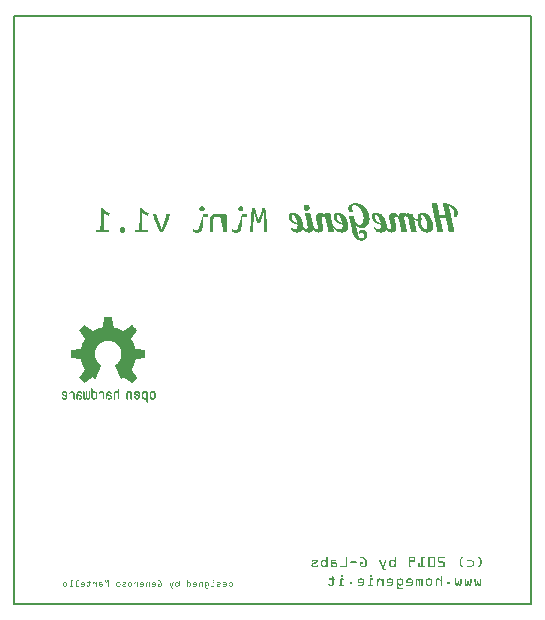
<source format=gbo>
G04 MADE WITH FRITZING*
G04 WWW.FRITZING.ORG*
G04 DOUBLE SIDED*
G04 HOLES PLATED*
G04 CONTOUR ON CENTER OF CONTOUR VECTOR*
%ASAXBY*%
%FSLAX23Y23*%
%MOIN*%
%OFA0B0*%
%SFA1.0B1.0*%
%ADD10R,1.732280X1.968500X1.716280X1.952500*%
%ADD11C,0.008000*%
%ADD12R,0.001000X0.001000*%
%LNSILK0*%
G90*
G70*
G54D11*
X4Y1965D02*
X1728Y1965D01*
X1728Y4D01*
X4Y4D01*
X4Y1965D01*
D02*
G54D12*
X1134Y1339D02*
X1150Y1339D01*
X1396Y1339D02*
X1413Y1339D01*
X1433Y1339D02*
X1446Y1339D01*
X1130Y1338D02*
X1154Y1338D01*
X1396Y1338D02*
X1413Y1338D01*
X1433Y1338D02*
X1450Y1338D01*
X1128Y1337D02*
X1157Y1337D01*
X1396Y1337D02*
X1414Y1337D01*
X1434Y1337D02*
X1454Y1337D01*
X1126Y1336D02*
X1159Y1336D01*
X1396Y1336D02*
X1414Y1336D01*
X1434Y1336D02*
X1456Y1336D01*
X1124Y1335D02*
X1161Y1335D01*
X1396Y1335D02*
X1414Y1335D01*
X1434Y1335D02*
X1459Y1335D01*
X975Y1334D02*
X982Y1334D01*
X1123Y1334D02*
X1163Y1334D01*
X1397Y1334D02*
X1414Y1334D01*
X1434Y1334D02*
X1461Y1334D01*
X973Y1333D02*
X984Y1333D01*
X1122Y1333D02*
X1165Y1333D01*
X1397Y1333D02*
X1414Y1333D01*
X1435Y1333D02*
X1463Y1333D01*
X972Y1332D02*
X985Y1332D01*
X1121Y1332D02*
X1133Y1332D01*
X1145Y1332D02*
X1166Y1332D01*
X1397Y1332D02*
X1415Y1332D01*
X1435Y1332D02*
X1464Y1332D01*
X971Y1331D02*
X986Y1331D01*
X1120Y1331D02*
X1132Y1331D01*
X1147Y1331D02*
X1168Y1331D01*
X1397Y1331D02*
X1415Y1331D01*
X1435Y1331D02*
X1466Y1331D01*
X970Y1330D02*
X987Y1330D01*
X1120Y1330D02*
X1131Y1330D01*
X1149Y1330D02*
X1169Y1330D01*
X1397Y1330D02*
X1415Y1330D01*
X1435Y1330D02*
X1453Y1330D01*
X1455Y1330D02*
X1467Y1330D01*
X628Y1329D02*
X632Y1329D01*
X757Y1329D02*
X762Y1329D01*
X970Y1329D02*
X987Y1329D01*
X1119Y1329D02*
X1130Y1329D01*
X1151Y1329D02*
X1170Y1329D01*
X1398Y1329D02*
X1415Y1329D01*
X1435Y1329D02*
X1453Y1329D01*
X1457Y1329D02*
X1469Y1329D01*
X626Y1328D02*
X634Y1328D01*
X755Y1328D02*
X764Y1328D01*
X969Y1328D02*
X988Y1328D01*
X1119Y1328D02*
X1130Y1328D01*
X1152Y1328D02*
X1171Y1328D01*
X1398Y1328D02*
X1416Y1328D01*
X1436Y1328D02*
X1453Y1328D01*
X1459Y1328D02*
X1470Y1328D01*
X625Y1327D02*
X635Y1327D01*
X754Y1327D02*
X765Y1327D01*
X969Y1327D02*
X988Y1327D01*
X1118Y1327D02*
X1129Y1327D01*
X1153Y1327D02*
X1172Y1327D01*
X1398Y1327D02*
X1416Y1327D01*
X1436Y1327D02*
X1453Y1327D01*
X1460Y1327D02*
X1471Y1327D01*
X624Y1326D02*
X636Y1326D01*
X753Y1326D02*
X766Y1326D01*
X969Y1326D02*
X988Y1326D01*
X1118Y1326D02*
X1129Y1326D01*
X1154Y1326D02*
X1173Y1326D01*
X1398Y1326D02*
X1416Y1326D01*
X1436Y1326D02*
X1454Y1326D01*
X1462Y1326D02*
X1472Y1326D01*
X623Y1325D02*
X637Y1325D01*
X753Y1325D02*
X766Y1325D01*
X969Y1325D02*
X988Y1325D01*
X1118Y1325D02*
X1129Y1325D01*
X1155Y1325D02*
X1174Y1325D01*
X1398Y1325D02*
X1416Y1325D01*
X1436Y1325D02*
X1454Y1325D01*
X1463Y1325D02*
X1473Y1325D01*
X623Y1324D02*
X637Y1324D01*
X752Y1324D02*
X767Y1324D01*
X969Y1324D02*
X988Y1324D01*
X1118Y1324D02*
X1129Y1324D01*
X1156Y1324D02*
X1175Y1324D01*
X1399Y1324D02*
X1416Y1324D01*
X1436Y1324D02*
X1454Y1324D01*
X1464Y1324D02*
X1474Y1324D01*
X622Y1323D02*
X638Y1323D01*
X752Y1323D02*
X767Y1323D01*
X969Y1323D02*
X988Y1323D01*
X1118Y1323D02*
X1129Y1323D01*
X1157Y1323D02*
X1176Y1323D01*
X1399Y1323D02*
X1417Y1323D01*
X1437Y1323D02*
X1454Y1323D01*
X1465Y1323D02*
X1475Y1323D01*
X295Y1322D02*
X299Y1322D01*
X424Y1322D02*
X429Y1322D01*
X622Y1322D02*
X638Y1322D01*
X752Y1322D02*
X767Y1322D01*
X797Y1322D02*
X806Y1322D01*
X832Y1322D02*
X841Y1322D01*
X969Y1322D02*
X988Y1322D01*
X1118Y1322D02*
X1129Y1322D01*
X1158Y1322D02*
X1177Y1322D01*
X1399Y1322D02*
X1417Y1322D01*
X1437Y1322D02*
X1454Y1322D01*
X1465Y1322D02*
X1476Y1322D01*
X295Y1321D02*
X300Y1321D01*
X424Y1321D02*
X430Y1321D01*
X622Y1321D02*
X638Y1321D01*
X752Y1321D02*
X767Y1321D01*
X797Y1321D02*
X807Y1321D01*
X832Y1321D02*
X841Y1321D01*
X969Y1321D02*
X988Y1321D01*
X1118Y1321D02*
X1130Y1321D01*
X1159Y1321D02*
X1178Y1321D01*
X1399Y1321D02*
X1417Y1321D01*
X1437Y1321D02*
X1455Y1321D01*
X1466Y1321D02*
X1477Y1321D01*
X295Y1320D02*
X301Y1320D01*
X424Y1320D02*
X431Y1320D01*
X622Y1320D02*
X638Y1320D01*
X752Y1320D02*
X767Y1320D01*
X797Y1320D02*
X807Y1320D01*
X831Y1320D02*
X841Y1320D01*
X970Y1320D02*
X987Y1320D01*
X1118Y1320D02*
X1130Y1320D01*
X1159Y1320D02*
X1178Y1320D01*
X1400Y1320D02*
X1417Y1320D01*
X1437Y1320D02*
X1455Y1320D01*
X1467Y1320D02*
X1478Y1320D01*
X295Y1319D02*
X302Y1319D01*
X424Y1319D02*
X432Y1319D01*
X622Y1319D02*
X638Y1319D01*
X752Y1319D02*
X767Y1319D01*
X797Y1319D02*
X807Y1319D01*
X831Y1319D02*
X841Y1319D01*
X970Y1319D02*
X987Y1319D01*
X1118Y1319D02*
X1130Y1319D01*
X1160Y1319D02*
X1179Y1319D01*
X1400Y1319D02*
X1417Y1319D01*
X1438Y1319D02*
X1455Y1319D01*
X1467Y1319D02*
X1478Y1319D01*
X295Y1318D02*
X303Y1318D01*
X424Y1318D02*
X433Y1318D01*
X623Y1318D02*
X637Y1318D01*
X752Y1318D02*
X767Y1318D01*
X796Y1318D02*
X808Y1318D01*
X831Y1318D02*
X842Y1318D01*
X971Y1318D02*
X986Y1318D01*
X1118Y1318D02*
X1131Y1318D01*
X1161Y1318D02*
X1180Y1318D01*
X1400Y1318D02*
X1418Y1318D01*
X1438Y1318D02*
X1455Y1318D01*
X1468Y1318D02*
X1479Y1318D01*
X295Y1317D02*
X304Y1317D01*
X424Y1317D02*
X434Y1317D01*
X623Y1317D02*
X637Y1317D01*
X753Y1317D02*
X767Y1317D01*
X796Y1317D02*
X808Y1317D01*
X830Y1317D02*
X842Y1317D01*
X972Y1317D02*
X985Y1317D01*
X1118Y1317D02*
X1132Y1317D01*
X1161Y1317D02*
X1180Y1317D01*
X1400Y1317D02*
X1418Y1317D01*
X1438Y1317D02*
X1456Y1317D01*
X1469Y1317D02*
X1480Y1317D01*
X295Y1316D02*
X306Y1316D01*
X424Y1316D02*
X435Y1316D01*
X623Y1316D02*
X637Y1316D01*
X753Y1316D02*
X766Y1316D01*
X796Y1316D02*
X808Y1316D01*
X830Y1316D02*
X842Y1316D01*
X974Y1316D02*
X984Y1316D01*
X1119Y1316D02*
X1132Y1316D01*
X1162Y1316D02*
X1181Y1316D01*
X1400Y1316D02*
X1418Y1316D01*
X1438Y1316D02*
X1456Y1316D01*
X1469Y1316D02*
X1480Y1316D01*
X294Y1315D02*
X307Y1315D01*
X424Y1315D02*
X436Y1315D01*
X624Y1315D02*
X636Y1315D01*
X754Y1315D02*
X765Y1315D01*
X796Y1315D02*
X809Y1315D01*
X830Y1315D02*
X842Y1315D01*
X976Y1315D02*
X981Y1315D01*
X1119Y1315D02*
X1133Y1315D01*
X1162Y1315D02*
X1181Y1315D01*
X1401Y1315D02*
X1418Y1315D01*
X1438Y1315D02*
X1456Y1315D01*
X1469Y1315D02*
X1481Y1315D01*
X294Y1314D02*
X308Y1314D01*
X424Y1314D02*
X438Y1314D01*
X625Y1314D02*
X635Y1314D01*
X755Y1314D02*
X764Y1314D01*
X796Y1314D02*
X809Y1314D01*
X829Y1314D02*
X842Y1314D01*
X1120Y1314D02*
X1134Y1314D01*
X1163Y1314D02*
X1182Y1314D01*
X1401Y1314D02*
X1419Y1314D01*
X1439Y1314D02*
X1456Y1314D01*
X1470Y1314D02*
X1481Y1314D01*
X294Y1313D02*
X310Y1313D01*
X424Y1313D02*
X439Y1313D01*
X627Y1313D02*
X633Y1313D01*
X756Y1313D02*
X763Y1313D01*
X796Y1313D02*
X809Y1313D01*
X829Y1313D02*
X842Y1313D01*
X1121Y1313D02*
X1134Y1313D01*
X1163Y1313D02*
X1182Y1313D01*
X1401Y1313D02*
X1419Y1313D01*
X1439Y1313D02*
X1456Y1313D01*
X1470Y1313D02*
X1481Y1313D01*
X294Y1312D02*
X311Y1312D01*
X424Y1312D02*
X441Y1312D01*
X796Y1312D02*
X809Y1312D01*
X829Y1312D02*
X842Y1312D01*
X1122Y1312D02*
X1132Y1312D01*
X1164Y1312D02*
X1183Y1312D01*
X1401Y1312D02*
X1419Y1312D01*
X1439Y1312D02*
X1457Y1312D01*
X1470Y1312D02*
X1482Y1312D01*
X294Y1311D02*
X313Y1311D01*
X424Y1311D02*
X443Y1311D01*
X796Y1311D02*
X810Y1311D01*
X828Y1311D02*
X842Y1311D01*
X1124Y1311D02*
X1129Y1311D01*
X1164Y1311D02*
X1183Y1311D01*
X1401Y1311D02*
X1419Y1311D01*
X1439Y1311D02*
X1457Y1311D01*
X1471Y1311D02*
X1482Y1311D01*
X294Y1310D02*
X315Y1310D01*
X424Y1310D02*
X444Y1310D01*
X796Y1310D02*
X810Y1310D01*
X828Y1310D02*
X842Y1310D01*
X1164Y1310D02*
X1184Y1310D01*
X1402Y1310D02*
X1419Y1310D01*
X1439Y1310D02*
X1457Y1310D01*
X1471Y1310D02*
X1482Y1310D01*
X294Y1309D02*
X317Y1309D01*
X424Y1309D02*
X446Y1309D01*
X795Y1309D02*
X810Y1309D01*
X828Y1309D02*
X843Y1309D01*
X1165Y1309D02*
X1184Y1309D01*
X1402Y1309D02*
X1420Y1309D01*
X1440Y1309D02*
X1457Y1309D01*
X1471Y1309D02*
X1482Y1309D01*
X294Y1308D02*
X319Y1308D01*
X424Y1308D02*
X449Y1308D01*
X795Y1308D02*
X802Y1308D01*
X804Y1308D02*
X811Y1308D01*
X827Y1308D02*
X843Y1308D01*
X932Y1308D02*
X933Y1308D01*
X1082Y1308D02*
X1083Y1308D01*
X1165Y1308D02*
X1184Y1308D01*
X1210Y1308D02*
X1211Y1308D01*
X1299Y1308D02*
X1300Y1308D01*
X1364Y1308D02*
X1365Y1308D01*
X1402Y1308D02*
X1420Y1308D01*
X1440Y1308D02*
X1457Y1308D01*
X1471Y1308D02*
X1483Y1308D01*
X294Y1307D02*
X302Y1307D01*
X304Y1307D02*
X321Y1307D01*
X424Y1307D02*
X431Y1307D01*
X433Y1307D02*
X451Y1307D01*
X795Y1307D02*
X802Y1307D01*
X804Y1307D02*
X811Y1307D01*
X827Y1307D02*
X834Y1307D01*
X836Y1307D02*
X843Y1307D01*
X926Y1307D02*
X940Y1307D01*
X973Y1307D02*
X991Y1307D01*
X1019Y1307D02*
X1030Y1307D01*
X1039Y1307D02*
X1057Y1307D01*
X1076Y1307D02*
X1090Y1307D01*
X1166Y1307D02*
X1185Y1307D01*
X1204Y1307D02*
X1218Y1307D01*
X1263Y1307D02*
X1274Y1307D01*
X1294Y1307D02*
X1305Y1307D01*
X1314Y1307D02*
X1316Y1307D01*
X1359Y1307D02*
X1372Y1307D01*
X1402Y1307D02*
X1420Y1307D01*
X1440Y1307D02*
X1458Y1307D01*
X1471Y1307D02*
X1483Y1307D01*
X294Y1306D02*
X302Y1306D01*
X305Y1306D02*
X323Y1306D01*
X424Y1306D02*
X431Y1306D01*
X435Y1306D02*
X452Y1306D01*
X795Y1306D02*
X802Y1306D01*
X804Y1306D02*
X811Y1306D01*
X827Y1306D02*
X834Y1306D01*
X836Y1306D02*
X843Y1306D01*
X924Y1306D02*
X943Y1306D01*
X974Y1306D02*
X991Y1306D01*
X1017Y1306D02*
X1033Y1306D01*
X1039Y1306D02*
X1057Y1306D01*
X1074Y1306D02*
X1093Y1306D01*
X1166Y1306D02*
X1185Y1306D01*
X1202Y1306D02*
X1221Y1306D01*
X1260Y1306D02*
X1276Y1306D01*
X1292Y1306D02*
X1308Y1306D01*
X1315Y1306D02*
X1321Y1306D01*
X1356Y1306D02*
X1375Y1306D01*
X1403Y1306D02*
X1420Y1306D01*
X1440Y1306D02*
X1458Y1306D01*
X1472Y1306D02*
X1483Y1306D01*
X294Y1305D02*
X302Y1305D01*
X306Y1305D02*
X322Y1305D01*
X424Y1305D02*
X431Y1305D01*
X436Y1305D02*
X452Y1305D01*
X795Y1305D02*
X802Y1305D01*
X805Y1305D02*
X812Y1305D01*
X826Y1305D02*
X834Y1305D01*
X836Y1305D02*
X843Y1305D01*
X922Y1305D02*
X945Y1305D01*
X974Y1305D02*
X991Y1305D01*
X1015Y1305D02*
X1034Y1305D01*
X1039Y1305D02*
X1057Y1305D01*
X1072Y1305D02*
X1095Y1305D01*
X1166Y1305D02*
X1185Y1305D01*
X1201Y1305D02*
X1223Y1305D01*
X1259Y1305D02*
X1278Y1305D01*
X1291Y1305D02*
X1310Y1305D01*
X1315Y1305D02*
X1327Y1305D01*
X1355Y1305D02*
X1377Y1305D01*
X1403Y1305D02*
X1420Y1305D01*
X1441Y1305D02*
X1458Y1305D01*
X1472Y1305D02*
X1483Y1305D01*
X294Y1304D02*
X302Y1304D01*
X308Y1304D02*
X322Y1304D01*
X424Y1304D02*
X431Y1304D01*
X438Y1304D02*
X452Y1304D01*
X679Y1304D02*
X691Y1304D01*
X795Y1304D02*
X802Y1304D01*
X805Y1304D02*
X812Y1304D01*
X826Y1304D02*
X833Y1304D01*
X836Y1304D02*
X843Y1304D01*
X921Y1304D02*
X947Y1304D01*
X974Y1304D02*
X992Y1304D01*
X1014Y1304D02*
X1036Y1304D01*
X1040Y1304D02*
X1057Y1304D01*
X1071Y1304D02*
X1097Y1304D01*
X1167Y1304D02*
X1186Y1304D01*
X1199Y1304D02*
X1225Y1304D01*
X1258Y1304D02*
X1279Y1304D01*
X1290Y1304D02*
X1311Y1304D01*
X1315Y1304D02*
X1332Y1304D01*
X1354Y1304D02*
X1379Y1304D01*
X1403Y1304D02*
X1421Y1304D01*
X1441Y1304D02*
X1458Y1304D01*
X1472Y1304D02*
X1483Y1304D01*
X294Y1303D02*
X302Y1303D01*
X310Y1303D02*
X321Y1303D01*
X424Y1303D02*
X431Y1303D01*
X439Y1303D02*
X451Y1303D01*
X671Y1303D02*
X702Y1303D01*
X795Y1303D02*
X802Y1303D01*
X805Y1303D02*
X812Y1303D01*
X826Y1303D02*
X833Y1303D01*
X836Y1303D02*
X843Y1303D01*
X921Y1303D02*
X949Y1303D01*
X974Y1303D02*
X992Y1303D01*
X1013Y1303D02*
X1037Y1303D01*
X1040Y1303D02*
X1057Y1303D01*
X1071Y1303D02*
X1099Y1303D01*
X1167Y1303D02*
X1186Y1303D01*
X1199Y1303D02*
X1227Y1303D01*
X1257Y1303D02*
X1280Y1303D01*
X1289Y1303D02*
X1312Y1303D01*
X1315Y1303D02*
X1332Y1303D01*
X1353Y1303D02*
X1381Y1303D01*
X1403Y1303D02*
X1421Y1303D01*
X1441Y1303D02*
X1459Y1303D01*
X1472Y1303D02*
X1483Y1303D01*
X294Y1302D02*
X302Y1302D01*
X312Y1302D02*
X321Y1302D01*
X424Y1302D02*
X431Y1302D01*
X441Y1302D02*
X451Y1302D01*
X467Y1302D02*
X477Y1302D01*
X512Y1302D02*
X523Y1302D01*
X635Y1302D02*
X650Y1302D01*
X668Y1302D02*
X708Y1302D01*
X764Y1302D02*
X779Y1302D01*
X795Y1302D02*
X802Y1302D01*
X806Y1302D02*
X813Y1302D01*
X826Y1302D02*
X833Y1302D01*
X836Y1302D02*
X843Y1302D01*
X920Y1302D02*
X950Y1302D01*
X974Y1302D02*
X992Y1302D01*
X1013Y1302D02*
X1038Y1302D01*
X1040Y1302D02*
X1058Y1302D01*
X1070Y1302D02*
X1100Y1302D01*
X1167Y1302D02*
X1186Y1302D01*
X1198Y1302D02*
X1228Y1302D01*
X1256Y1302D02*
X1281Y1302D01*
X1288Y1302D02*
X1313Y1302D01*
X1315Y1302D02*
X1333Y1302D01*
X1352Y1302D02*
X1382Y1302D01*
X1403Y1302D02*
X1421Y1302D01*
X1441Y1302D02*
X1459Y1302D01*
X1472Y1302D02*
X1482Y1302D01*
X294Y1301D02*
X302Y1301D01*
X314Y1301D02*
X321Y1301D01*
X424Y1301D02*
X431Y1301D01*
X443Y1301D02*
X450Y1301D01*
X468Y1301D02*
X478Y1301D01*
X512Y1301D02*
X523Y1301D01*
X634Y1301D02*
X650Y1301D01*
X666Y1301D02*
X712Y1301D01*
X764Y1301D02*
X779Y1301D01*
X795Y1301D02*
X802Y1301D01*
X806Y1301D02*
X813Y1301D01*
X825Y1301D02*
X832Y1301D01*
X836Y1301D02*
X843Y1301D01*
X920Y1301D02*
X930Y1301D01*
X933Y1301D02*
X951Y1301D01*
X975Y1301D02*
X992Y1301D01*
X1012Y1301D02*
X1058Y1301D01*
X1070Y1301D02*
X1080Y1301D01*
X1083Y1301D02*
X1101Y1301D01*
X1167Y1301D02*
X1186Y1301D01*
X1198Y1301D02*
X1208Y1301D01*
X1211Y1301D02*
X1229Y1301D01*
X1256Y1301D02*
X1282Y1301D01*
X1288Y1301D02*
X1333Y1301D01*
X1351Y1301D02*
X1383Y1301D01*
X1404Y1301D02*
X1422Y1301D01*
X1441Y1301D02*
X1459Y1301D01*
X1472Y1301D02*
X1482Y1301D01*
X294Y1300D02*
X302Y1300D01*
X316Y1300D02*
X320Y1300D01*
X424Y1300D02*
X431Y1300D01*
X445Y1300D02*
X450Y1300D01*
X468Y1300D02*
X478Y1300D01*
X512Y1300D02*
X522Y1300D01*
X634Y1300D02*
X650Y1300D01*
X664Y1300D02*
X712Y1300D01*
X764Y1300D02*
X779Y1300D01*
X795Y1300D02*
X802Y1300D01*
X806Y1300D02*
X813Y1300D01*
X825Y1300D02*
X832Y1300D01*
X836Y1300D02*
X843Y1300D01*
X919Y1300D02*
X929Y1300D01*
X935Y1300D02*
X952Y1300D01*
X975Y1300D02*
X993Y1300D01*
X1012Y1300D02*
X1058Y1300D01*
X1069Y1300D02*
X1079Y1300D01*
X1085Y1300D02*
X1102Y1300D01*
X1167Y1300D02*
X1187Y1300D01*
X1197Y1300D02*
X1207Y1300D01*
X1213Y1300D02*
X1230Y1300D01*
X1255Y1300D02*
X1283Y1300D01*
X1288Y1300D02*
X1333Y1300D01*
X1351Y1300D02*
X1361Y1300D01*
X1366Y1300D02*
X1385Y1300D01*
X1404Y1300D02*
X1459Y1300D01*
X1472Y1300D02*
X1482Y1300D01*
X294Y1299D02*
X302Y1299D01*
X318Y1299D02*
X320Y1299D01*
X423Y1299D02*
X431Y1299D01*
X448Y1299D02*
X449Y1299D01*
X468Y1299D02*
X478Y1299D01*
X511Y1299D02*
X522Y1299D01*
X634Y1299D02*
X650Y1299D01*
X663Y1299D02*
X712Y1299D01*
X763Y1299D02*
X779Y1299D01*
X795Y1299D02*
X802Y1299D01*
X807Y1299D02*
X814Y1299D01*
X825Y1299D02*
X832Y1299D01*
X836Y1299D02*
X844Y1299D01*
X919Y1299D02*
X928Y1299D01*
X936Y1299D02*
X953Y1299D01*
X975Y1299D02*
X993Y1299D01*
X1012Y1299D02*
X1058Y1299D01*
X1069Y1299D02*
X1078Y1299D01*
X1086Y1299D02*
X1103Y1299D01*
X1168Y1299D02*
X1187Y1299D01*
X1197Y1299D02*
X1206Y1299D01*
X1215Y1299D02*
X1231Y1299D01*
X1255Y1299D02*
X1284Y1299D01*
X1287Y1299D02*
X1333Y1299D01*
X1350Y1299D02*
X1360Y1299D01*
X1368Y1299D02*
X1386Y1299D01*
X1404Y1299D02*
X1459Y1299D01*
X1472Y1299D02*
X1481Y1299D01*
X294Y1298D02*
X302Y1298D01*
X423Y1298D02*
X431Y1298D01*
X468Y1298D02*
X479Y1298D01*
X511Y1298D02*
X522Y1298D01*
X633Y1298D02*
X650Y1298D01*
X662Y1298D02*
X712Y1298D01*
X763Y1298D02*
X779Y1298D01*
X794Y1298D02*
X802Y1298D01*
X807Y1298D02*
X814Y1298D01*
X824Y1298D02*
X831Y1298D01*
X836Y1298D02*
X844Y1298D01*
X919Y1298D02*
X928Y1298D01*
X937Y1298D02*
X954Y1298D01*
X975Y1298D02*
X993Y1298D01*
X1011Y1298D02*
X1058Y1298D01*
X1069Y1298D02*
X1078Y1298D01*
X1087Y1298D02*
X1104Y1298D01*
X1168Y1298D02*
X1187Y1298D01*
X1197Y1298D02*
X1206Y1298D01*
X1216Y1298D02*
X1232Y1298D01*
X1255Y1298D02*
X1285Y1298D01*
X1287Y1298D02*
X1334Y1298D01*
X1350Y1298D02*
X1359Y1298D01*
X1369Y1298D02*
X1387Y1298D01*
X1404Y1298D02*
X1460Y1298D01*
X1471Y1298D02*
X1481Y1298D01*
X294Y1297D02*
X302Y1297D01*
X423Y1297D02*
X431Y1297D01*
X469Y1297D02*
X479Y1297D01*
X511Y1297D02*
X521Y1297D01*
X633Y1297D02*
X650Y1297D01*
X661Y1297D02*
X712Y1297D01*
X763Y1297D02*
X779Y1297D01*
X794Y1297D02*
X802Y1297D01*
X807Y1297D02*
X814Y1297D01*
X824Y1297D02*
X831Y1297D01*
X836Y1297D02*
X844Y1297D01*
X919Y1297D02*
X928Y1297D01*
X938Y1297D02*
X955Y1297D01*
X975Y1297D02*
X993Y1297D01*
X1011Y1297D02*
X1059Y1297D01*
X1069Y1297D02*
X1078Y1297D01*
X1088Y1297D02*
X1105Y1297D01*
X1168Y1297D02*
X1187Y1297D01*
X1197Y1297D02*
X1206Y1297D01*
X1216Y1297D02*
X1233Y1297D01*
X1254Y1297D02*
X1334Y1297D01*
X1350Y1297D02*
X1359Y1297D01*
X1370Y1297D02*
X1387Y1297D01*
X1404Y1297D02*
X1460Y1297D01*
X1471Y1297D02*
X1480Y1297D01*
X294Y1296D02*
X302Y1296D01*
X423Y1296D02*
X431Y1296D01*
X469Y1296D02*
X479Y1296D01*
X510Y1296D02*
X521Y1296D01*
X633Y1296D02*
X650Y1296D01*
X660Y1296D02*
X712Y1296D01*
X762Y1296D02*
X779Y1296D01*
X794Y1296D02*
X802Y1296D01*
X808Y1296D02*
X814Y1296D01*
X824Y1296D02*
X831Y1296D01*
X836Y1296D02*
X844Y1296D01*
X919Y1296D02*
X928Y1296D01*
X939Y1296D02*
X956Y1296D01*
X976Y1296D02*
X993Y1296D01*
X1011Y1296D02*
X1032Y1296D01*
X1035Y1296D02*
X1059Y1296D01*
X1069Y1296D02*
X1078Y1296D01*
X1089Y1296D02*
X1106Y1296D01*
X1120Y1296D02*
X1135Y1296D01*
X1168Y1296D02*
X1187Y1296D01*
X1197Y1296D02*
X1206Y1296D01*
X1217Y1296D02*
X1234Y1296D01*
X1254Y1296D02*
X1275Y1296D01*
X1278Y1296D02*
X1306Y1296D01*
X1310Y1296D02*
X1334Y1296D01*
X1349Y1296D02*
X1358Y1296D01*
X1371Y1296D02*
X1388Y1296D01*
X1405Y1296D02*
X1460Y1296D01*
X1471Y1296D02*
X1479Y1296D01*
X294Y1295D02*
X302Y1295D01*
X423Y1295D02*
X431Y1295D01*
X469Y1295D02*
X480Y1295D01*
X510Y1295D02*
X521Y1295D01*
X632Y1295D02*
X650Y1295D01*
X660Y1295D02*
X712Y1295D01*
X762Y1295D02*
X779Y1295D01*
X794Y1295D02*
X802Y1295D01*
X808Y1295D02*
X815Y1295D01*
X823Y1295D02*
X830Y1295D01*
X836Y1295D02*
X844Y1295D01*
X919Y1295D02*
X928Y1295D01*
X940Y1295D02*
X957Y1295D01*
X976Y1295D02*
X994Y1295D01*
X1011Y1295D02*
X1030Y1295D01*
X1037Y1295D02*
X1059Y1295D01*
X1069Y1295D02*
X1078Y1295D01*
X1090Y1295D02*
X1107Y1295D01*
X1121Y1295D02*
X1135Y1295D01*
X1168Y1295D02*
X1187Y1295D01*
X1197Y1295D02*
X1206Y1295D01*
X1218Y1295D02*
X1235Y1295D01*
X1254Y1295D02*
X1273Y1295D01*
X1281Y1295D02*
X1305Y1295D01*
X1313Y1295D02*
X1334Y1295D01*
X1349Y1295D02*
X1358Y1295D01*
X1372Y1295D02*
X1389Y1295D01*
X1405Y1295D02*
X1460Y1295D01*
X1471Y1295D02*
X1477Y1295D01*
X294Y1294D02*
X302Y1294D01*
X423Y1294D02*
X431Y1294D01*
X470Y1294D02*
X480Y1294D01*
X510Y1294D02*
X520Y1294D01*
X632Y1294D02*
X649Y1294D01*
X659Y1294D02*
X675Y1294D01*
X687Y1294D02*
X712Y1294D01*
X762Y1294D02*
X779Y1294D01*
X794Y1294D02*
X802Y1294D01*
X808Y1294D02*
X815Y1294D01*
X823Y1294D02*
X830Y1294D01*
X836Y1294D02*
X844Y1294D01*
X919Y1294D02*
X928Y1294D01*
X940Y1294D02*
X957Y1294D01*
X976Y1294D02*
X994Y1294D01*
X1011Y1294D02*
X1029Y1294D01*
X1038Y1294D02*
X1059Y1294D01*
X1069Y1294D02*
X1078Y1294D01*
X1090Y1294D02*
X1107Y1294D01*
X1121Y1294D02*
X1135Y1294D01*
X1168Y1294D02*
X1187Y1294D01*
X1197Y1294D02*
X1206Y1294D01*
X1218Y1294D02*
X1236Y1294D01*
X1254Y1294D02*
X1272Y1294D01*
X1282Y1294D02*
X1305Y1294D01*
X1314Y1294D02*
X1335Y1294D01*
X1349Y1294D02*
X1358Y1294D01*
X1372Y1294D02*
X1390Y1294D01*
X1405Y1294D02*
X1460Y1294D01*
X1470Y1294D02*
X1474Y1294D01*
X294Y1293D02*
X302Y1293D01*
X423Y1293D02*
X431Y1293D01*
X470Y1293D02*
X480Y1293D01*
X510Y1293D02*
X520Y1293D01*
X632Y1293D02*
X632Y1293D01*
X658Y1293D02*
X672Y1293D01*
X692Y1293D02*
X712Y1293D01*
X761Y1293D02*
X762Y1293D01*
X794Y1293D02*
X802Y1293D01*
X808Y1293D02*
X815Y1293D01*
X823Y1293D02*
X830Y1293D01*
X836Y1293D02*
X844Y1293D01*
X919Y1293D02*
X928Y1293D01*
X941Y1293D02*
X958Y1293D01*
X976Y1293D02*
X994Y1293D01*
X1011Y1293D02*
X1029Y1293D01*
X1039Y1293D02*
X1060Y1293D01*
X1069Y1293D02*
X1078Y1293D01*
X1091Y1293D02*
X1108Y1293D01*
X1121Y1293D02*
X1136Y1293D01*
X1169Y1293D02*
X1187Y1293D01*
X1197Y1293D02*
X1206Y1293D01*
X1219Y1293D02*
X1236Y1293D01*
X1254Y1293D02*
X1272Y1293D01*
X1283Y1293D02*
X1304Y1293D01*
X1315Y1293D02*
X1335Y1293D01*
X1349Y1293D02*
X1358Y1293D01*
X1373Y1293D02*
X1390Y1293D01*
X1405Y1293D02*
X1461Y1293D01*
X294Y1292D02*
X302Y1292D01*
X423Y1292D02*
X431Y1292D01*
X470Y1292D02*
X481Y1292D01*
X509Y1292D02*
X520Y1292D01*
X631Y1292D02*
X632Y1292D01*
X658Y1292D02*
X670Y1292D01*
X692Y1292D02*
X712Y1292D01*
X761Y1292D02*
X762Y1292D01*
X794Y1292D02*
X802Y1292D01*
X809Y1292D02*
X816Y1292D01*
X822Y1292D02*
X829Y1292D01*
X837Y1292D02*
X844Y1292D01*
X919Y1292D02*
X928Y1292D01*
X941Y1292D02*
X959Y1292D01*
X977Y1292D02*
X994Y1292D01*
X1011Y1292D02*
X1028Y1292D01*
X1040Y1292D02*
X1060Y1292D01*
X1069Y1292D02*
X1078Y1292D01*
X1091Y1292D02*
X1109Y1292D01*
X1121Y1292D02*
X1136Y1292D01*
X1169Y1292D02*
X1187Y1292D01*
X1197Y1292D02*
X1206Y1292D01*
X1220Y1292D02*
X1237Y1292D01*
X1254Y1292D02*
X1272Y1292D01*
X1284Y1292D02*
X1304Y1292D01*
X1316Y1292D02*
X1335Y1292D01*
X1349Y1292D02*
X1360Y1292D01*
X1374Y1292D02*
X1391Y1292D01*
X1405Y1292D02*
X1461Y1292D01*
X294Y1291D02*
X302Y1291D01*
X423Y1291D02*
X431Y1291D01*
X471Y1291D02*
X481Y1291D01*
X509Y1291D02*
X519Y1291D01*
X631Y1291D02*
X632Y1291D01*
X658Y1291D02*
X669Y1291D01*
X692Y1291D02*
X712Y1291D01*
X761Y1291D02*
X762Y1291D01*
X794Y1291D02*
X802Y1291D01*
X809Y1291D02*
X816Y1291D01*
X822Y1291D02*
X829Y1291D01*
X837Y1291D02*
X844Y1291D01*
X919Y1291D02*
X928Y1291D01*
X942Y1291D02*
X959Y1291D01*
X977Y1291D02*
X994Y1291D01*
X1011Y1291D02*
X1028Y1291D01*
X1041Y1291D02*
X1060Y1291D01*
X1069Y1291D02*
X1078Y1291D01*
X1092Y1291D02*
X1109Y1291D01*
X1122Y1291D02*
X1136Y1291D01*
X1169Y1291D02*
X1188Y1291D01*
X1197Y1291D02*
X1207Y1291D01*
X1220Y1291D02*
X1237Y1291D01*
X1254Y1291D02*
X1272Y1291D01*
X1284Y1291D02*
X1304Y1291D01*
X1316Y1291D02*
X1335Y1291D01*
X1349Y1291D02*
X1361Y1291D01*
X1374Y1291D02*
X1392Y1291D01*
X1406Y1291D02*
X1423Y1291D01*
X1443Y1291D02*
X1461Y1291D01*
X293Y1290D02*
X302Y1290D01*
X423Y1290D02*
X431Y1290D01*
X471Y1290D02*
X481Y1290D01*
X509Y1290D02*
X519Y1290D01*
X631Y1290D02*
X632Y1290D01*
X657Y1290D02*
X669Y1290D01*
X692Y1290D02*
X712Y1290D01*
X760Y1290D02*
X762Y1290D01*
X794Y1290D02*
X802Y1290D01*
X809Y1290D02*
X816Y1290D01*
X822Y1290D02*
X829Y1290D01*
X837Y1290D02*
X844Y1290D01*
X919Y1290D02*
X929Y1290D01*
X942Y1290D02*
X960Y1290D01*
X977Y1290D02*
X995Y1290D01*
X1011Y1290D02*
X1028Y1290D01*
X1041Y1290D02*
X1060Y1290D01*
X1069Y1290D02*
X1079Y1290D01*
X1092Y1290D02*
X1110Y1290D01*
X1122Y1290D02*
X1137Y1290D01*
X1169Y1290D02*
X1188Y1290D01*
X1198Y1290D02*
X1207Y1290D01*
X1221Y1290D02*
X1238Y1290D01*
X1254Y1290D02*
X1271Y1290D01*
X1285Y1290D02*
X1304Y1290D01*
X1317Y1290D02*
X1336Y1290D01*
X1349Y1290D02*
X1361Y1290D01*
X1375Y1290D02*
X1392Y1290D01*
X1406Y1290D02*
X1424Y1290D01*
X1444Y1290D02*
X1461Y1290D01*
X293Y1289D02*
X302Y1289D01*
X423Y1289D02*
X431Y1289D01*
X471Y1289D02*
X482Y1289D01*
X508Y1289D02*
X519Y1289D01*
X630Y1289D02*
X632Y1289D01*
X657Y1289D02*
X668Y1289D01*
X693Y1289D02*
X712Y1289D01*
X760Y1289D02*
X762Y1289D01*
X794Y1289D02*
X802Y1289D01*
X810Y1289D02*
X817Y1289D01*
X821Y1289D02*
X828Y1289D01*
X837Y1289D02*
X844Y1289D01*
X920Y1289D02*
X929Y1289D01*
X943Y1289D02*
X960Y1289D01*
X977Y1289D02*
X995Y1289D01*
X1011Y1289D02*
X1028Y1289D01*
X1042Y1289D02*
X1060Y1289D01*
X1070Y1289D02*
X1079Y1289D01*
X1093Y1289D02*
X1110Y1289D01*
X1122Y1289D02*
X1137Y1289D01*
X1169Y1289D02*
X1188Y1289D01*
X1198Y1289D02*
X1207Y1289D01*
X1221Y1289D02*
X1238Y1289D01*
X1254Y1289D02*
X1271Y1289D01*
X1285Y1289D02*
X1304Y1289D01*
X1317Y1289D02*
X1339Y1289D01*
X1349Y1289D02*
X1362Y1289D01*
X1375Y1289D02*
X1393Y1289D01*
X1406Y1289D02*
X1424Y1289D01*
X1444Y1289D02*
X1462Y1289D01*
X293Y1288D02*
X302Y1288D01*
X423Y1288D02*
X431Y1288D01*
X472Y1288D02*
X482Y1288D01*
X508Y1288D02*
X519Y1288D01*
X630Y1288D02*
X632Y1288D01*
X657Y1288D02*
X667Y1288D01*
X693Y1288D02*
X712Y1288D01*
X760Y1288D02*
X762Y1288D01*
X794Y1288D02*
X802Y1288D01*
X810Y1288D02*
X817Y1288D01*
X821Y1288D02*
X828Y1288D01*
X837Y1288D02*
X844Y1288D01*
X920Y1288D02*
X929Y1288D01*
X943Y1288D02*
X961Y1288D01*
X977Y1288D02*
X995Y1288D01*
X1011Y1288D02*
X1028Y1288D01*
X1042Y1288D02*
X1061Y1288D01*
X1070Y1288D02*
X1079Y1288D01*
X1093Y1288D02*
X1111Y1288D01*
X1122Y1288D02*
X1137Y1288D01*
X1169Y1288D02*
X1188Y1288D01*
X1198Y1288D02*
X1207Y1288D01*
X1222Y1288D02*
X1239Y1288D01*
X1255Y1288D02*
X1272Y1288D01*
X1286Y1288D02*
X1304Y1288D01*
X1318Y1288D02*
X1342Y1288D01*
X1348Y1288D02*
X1362Y1288D01*
X1376Y1288D02*
X1393Y1288D01*
X1406Y1288D02*
X1424Y1288D01*
X1444Y1288D02*
X1462Y1288D01*
X293Y1287D02*
X302Y1287D01*
X423Y1287D02*
X431Y1287D01*
X472Y1287D02*
X482Y1287D01*
X508Y1287D02*
X518Y1287D01*
X630Y1287D02*
X632Y1287D01*
X656Y1287D02*
X667Y1287D01*
X693Y1287D02*
X712Y1287D01*
X759Y1287D02*
X762Y1287D01*
X794Y1287D02*
X802Y1287D01*
X810Y1287D02*
X817Y1287D01*
X821Y1287D02*
X828Y1287D01*
X837Y1287D02*
X845Y1287D01*
X920Y1287D02*
X930Y1287D01*
X944Y1287D02*
X961Y1287D01*
X978Y1287D02*
X995Y1287D01*
X1011Y1287D02*
X1028Y1287D01*
X1043Y1287D02*
X1061Y1287D01*
X1070Y1287D02*
X1080Y1287D01*
X1094Y1287D02*
X1111Y1287D01*
X1122Y1287D02*
X1138Y1287D01*
X1169Y1287D02*
X1188Y1287D01*
X1199Y1287D02*
X1208Y1287D01*
X1222Y1287D02*
X1240Y1287D01*
X1255Y1287D02*
X1272Y1287D01*
X1286Y1287D02*
X1304Y1287D01*
X1318Y1287D02*
X1362Y1287D01*
X1376Y1287D02*
X1394Y1287D01*
X1407Y1287D02*
X1424Y1287D01*
X1444Y1287D02*
X1462Y1287D01*
X293Y1286D02*
X302Y1286D01*
X423Y1286D02*
X431Y1286D01*
X472Y1286D02*
X483Y1286D01*
X507Y1286D02*
X518Y1286D01*
X629Y1286D02*
X632Y1286D01*
X656Y1286D02*
X666Y1286D01*
X693Y1286D02*
X712Y1286D01*
X759Y1286D02*
X762Y1286D01*
X794Y1286D02*
X802Y1286D01*
X811Y1286D02*
X818Y1286D01*
X820Y1286D02*
X827Y1286D01*
X837Y1286D02*
X845Y1286D01*
X921Y1286D02*
X930Y1286D01*
X944Y1286D02*
X962Y1286D01*
X978Y1286D02*
X995Y1286D01*
X1011Y1286D02*
X1028Y1286D01*
X1043Y1286D02*
X1061Y1286D01*
X1071Y1286D02*
X1080Y1286D01*
X1094Y1286D02*
X1112Y1286D01*
X1123Y1286D02*
X1138Y1286D01*
X1168Y1286D02*
X1188Y1286D01*
X1199Y1286D02*
X1209Y1286D01*
X1222Y1286D02*
X1240Y1286D01*
X1255Y1286D02*
X1272Y1286D01*
X1287Y1286D02*
X1304Y1286D01*
X1319Y1286D02*
X1362Y1286D01*
X1376Y1286D02*
X1394Y1286D01*
X1407Y1286D02*
X1424Y1286D01*
X1444Y1286D02*
X1462Y1286D01*
X293Y1285D02*
X302Y1285D01*
X423Y1285D02*
X431Y1285D01*
X473Y1285D02*
X483Y1285D01*
X507Y1285D02*
X518Y1285D01*
X629Y1285D02*
X632Y1285D01*
X656Y1285D02*
X666Y1285D01*
X693Y1285D02*
X712Y1285D01*
X759Y1285D02*
X762Y1285D01*
X794Y1285D02*
X802Y1285D01*
X811Y1285D02*
X818Y1285D01*
X820Y1285D02*
X827Y1285D01*
X837Y1285D02*
X845Y1285D01*
X921Y1285D02*
X931Y1285D01*
X945Y1285D02*
X962Y1285D01*
X978Y1285D02*
X996Y1285D01*
X1012Y1285D02*
X1028Y1285D01*
X1043Y1285D02*
X1061Y1285D01*
X1071Y1285D02*
X1081Y1285D01*
X1094Y1285D02*
X1112Y1285D01*
X1123Y1285D02*
X1138Y1285D01*
X1168Y1285D02*
X1187Y1285D01*
X1200Y1285D02*
X1209Y1285D01*
X1223Y1285D02*
X1240Y1285D01*
X1255Y1285D02*
X1272Y1285D01*
X1287Y1285D02*
X1305Y1285D01*
X1319Y1285D02*
X1362Y1285D01*
X1377Y1285D02*
X1395Y1285D01*
X1407Y1285D02*
X1425Y1285D01*
X1445Y1285D02*
X1462Y1285D01*
X293Y1284D02*
X302Y1284D01*
X423Y1284D02*
X431Y1284D01*
X473Y1284D02*
X483Y1284D01*
X507Y1284D02*
X517Y1284D01*
X629Y1284D02*
X632Y1284D01*
X656Y1284D02*
X666Y1284D01*
X694Y1284D02*
X712Y1284D01*
X758Y1284D02*
X762Y1284D01*
X793Y1284D02*
X802Y1284D01*
X811Y1284D02*
X818Y1284D01*
X820Y1284D02*
X827Y1284D01*
X837Y1284D02*
X845Y1284D01*
X922Y1284D02*
X931Y1284D01*
X945Y1284D02*
X963Y1284D01*
X978Y1284D02*
X996Y1284D01*
X1012Y1284D02*
X1029Y1284D01*
X1044Y1284D02*
X1061Y1284D01*
X1072Y1284D02*
X1082Y1284D01*
X1095Y1284D02*
X1113Y1284D01*
X1123Y1284D02*
X1139Y1284D01*
X1168Y1284D02*
X1187Y1284D01*
X1200Y1284D02*
X1210Y1284D01*
X1223Y1284D02*
X1241Y1284D01*
X1255Y1284D02*
X1272Y1284D01*
X1287Y1284D02*
X1305Y1284D01*
X1319Y1284D02*
X1362Y1284D01*
X1377Y1284D02*
X1395Y1284D01*
X1407Y1284D02*
X1425Y1284D01*
X1445Y1284D02*
X1463Y1284D01*
X293Y1283D02*
X302Y1283D01*
X423Y1283D02*
X431Y1283D01*
X474Y1283D02*
X484Y1283D01*
X506Y1283D02*
X517Y1283D01*
X628Y1283D02*
X632Y1283D01*
X656Y1283D02*
X666Y1283D01*
X694Y1283D02*
X712Y1283D01*
X758Y1283D02*
X762Y1283D01*
X793Y1283D02*
X802Y1283D01*
X812Y1283D02*
X826Y1283D01*
X837Y1283D02*
X845Y1283D01*
X922Y1283D02*
X932Y1283D01*
X945Y1283D02*
X963Y1283D01*
X978Y1283D02*
X996Y1283D01*
X1012Y1283D02*
X1029Y1283D01*
X1044Y1283D02*
X1062Y1283D01*
X1072Y1283D02*
X1082Y1283D01*
X1095Y1283D02*
X1113Y1283D01*
X1123Y1283D02*
X1139Y1283D01*
X1168Y1283D02*
X1187Y1283D01*
X1201Y1283D02*
X1210Y1283D01*
X1223Y1283D02*
X1241Y1283D01*
X1255Y1283D02*
X1272Y1283D01*
X1287Y1283D02*
X1305Y1283D01*
X1319Y1283D02*
X1337Y1283D01*
X1341Y1283D02*
X1361Y1283D01*
X1378Y1283D02*
X1395Y1283D01*
X1407Y1283D02*
X1425Y1283D01*
X1445Y1283D02*
X1463Y1283D01*
X293Y1282D02*
X302Y1282D01*
X423Y1282D02*
X431Y1282D01*
X474Y1282D02*
X484Y1282D01*
X506Y1282D02*
X516Y1282D01*
X628Y1282D02*
X632Y1282D01*
X656Y1282D02*
X666Y1282D01*
X694Y1282D02*
X712Y1282D01*
X758Y1282D02*
X762Y1282D01*
X793Y1282D02*
X802Y1282D01*
X812Y1282D02*
X826Y1282D01*
X837Y1282D02*
X845Y1282D01*
X923Y1282D02*
X933Y1282D01*
X946Y1282D02*
X963Y1282D01*
X979Y1282D02*
X996Y1282D01*
X1012Y1282D02*
X1029Y1282D01*
X1044Y1282D02*
X1062Y1282D01*
X1073Y1282D02*
X1083Y1282D01*
X1095Y1282D02*
X1113Y1282D01*
X1124Y1282D02*
X1140Y1282D01*
X1168Y1282D02*
X1187Y1282D01*
X1201Y1282D02*
X1211Y1282D01*
X1224Y1282D02*
X1241Y1282D01*
X1256Y1282D02*
X1272Y1282D01*
X1288Y1282D02*
X1305Y1282D01*
X1320Y1282D02*
X1337Y1282D01*
X1345Y1282D02*
X1361Y1282D01*
X1378Y1282D02*
X1396Y1282D01*
X1408Y1282D02*
X1425Y1282D01*
X1445Y1282D02*
X1463Y1282D01*
X293Y1281D02*
X302Y1281D01*
X423Y1281D02*
X431Y1281D01*
X474Y1281D02*
X484Y1281D01*
X506Y1281D02*
X516Y1281D01*
X628Y1281D02*
X632Y1281D01*
X656Y1281D02*
X665Y1281D01*
X694Y1281D02*
X712Y1281D01*
X757Y1281D02*
X762Y1281D01*
X793Y1281D02*
X802Y1281D01*
X812Y1281D02*
X826Y1281D01*
X837Y1281D02*
X845Y1281D01*
X924Y1281D02*
X934Y1281D01*
X946Y1281D02*
X964Y1281D01*
X979Y1281D02*
X997Y1281D01*
X1013Y1281D02*
X1029Y1281D01*
X1044Y1281D02*
X1062Y1281D01*
X1074Y1281D02*
X1084Y1281D01*
X1096Y1281D02*
X1114Y1281D01*
X1124Y1281D02*
X1140Y1281D01*
X1168Y1281D02*
X1187Y1281D01*
X1202Y1281D02*
X1212Y1281D01*
X1224Y1281D02*
X1242Y1281D01*
X1256Y1281D02*
X1273Y1281D01*
X1288Y1281D02*
X1306Y1281D01*
X1320Y1281D02*
X1338Y1281D01*
X1348Y1281D02*
X1359Y1281D01*
X1378Y1281D02*
X1396Y1281D01*
X1408Y1281D02*
X1425Y1281D01*
X1446Y1281D02*
X1463Y1281D01*
X293Y1280D02*
X302Y1280D01*
X423Y1280D02*
X431Y1280D01*
X475Y1280D02*
X485Y1280D01*
X505Y1280D02*
X516Y1280D01*
X627Y1280D02*
X632Y1280D01*
X656Y1280D02*
X665Y1280D01*
X694Y1280D02*
X712Y1280D01*
X757Y1280D02*
X762Y1280D01*
X793Y1280D02*
X802Y1280D01*
X813Y1280D02*
X825Y1280D01*
X837Y1280D02*
X845Y1280D01*
X925Y1280D02*
X935Y1280D01*
X946Y1280D02*
X964Y1280D01*
X979Y1280D02*
X997Y1280D01*
X1013Y1280D02*
X1029Y1280D01*
X1045Y1280D02*
X1062Y1280D01*
X1075Y1280D02*
X1085Y1280D01*
X1096Y1280D02*
X1114Y1280D01*
X1124Y1280D02*
X1141Y1280D01*
X1168Y1280D02*
X1187Y1280D01*
X1203Y1280D02*
X1213Y1280D01*
X1224Y1280D02*
X1242Y1280D01*
X1256Y1280D02*
X1273Y1280D01*
X1288Y1280D02*
X1306Y1280D01*
X1320Y1280D02*
X1338Y1280D01*
X1349Y1280D02*
X1359Y1280D01*
X1379Y1280D02*
X1397Y1280D01*
X1408Y1280D02*
X1426Y1280D01*
X1446Y1280D02*
X1463Y1280D01*
X293Y1279D02*
X302Y1279D01*
X423Y1279D02*
X431Y1279D01*
X475Y1279D02*
X485Y1279D01*
X505Y1279D02*
X515Y1279D01*
X627Y1279D02*
X632Y1279D01*
X656Y1279D02*
X665Y1279D01*
X695Y1279D02*
X712Y1279D01*
X757Y1279D02*
X762Y1279D01*
X793Y1279D02*
X802Y1279D01*
X813Y1279D02*
X825Y1279D01*
X837Y1279D02*
X845Y1279D01*
X926Y1279D02*
X936Y1279D01*
X946Y1279D02*
X964Y1279D01*
X979Y1279D02*
X997Y1279D01*
X1013Y1279D02*
X1030Y1279D01*
X1045Y1279D02*
X1063Y1279D01*
X1076Y1279D02*
X1086Y1279D01*
X1096Y1279D02*
X1114Y1279D01*
X1124Y1279D02*
X1141Y1279D01*
X1167Y1279D02*
X1187Y1279D01*
X1204Y1279D02*
X1214Y1279D01*
X1225Y1279D02*
X1242Y1279D01*
X1256Y1279D02*
X1273Y1279D01*
X1288Y1279D02*
X1306Y1279D01*
X1320Y1279D02*
X1338Y1279D01*
X1349Y1279D02*
X1359Y1279D01*
X1379Y1279D02*
X1397Y1279D01*
X1408Y1279D02*
X1426Y1279D01*
X1446Y1279D02*
X1464Y1279D01*
X293Y1278D02*
X302Y1278D01*
X423Y1278D02*
X431Y1278D01*
X476Y1278D02*
X485Y1278D01*
X505Y1278D02*
X515Y1278D01*
X627Y1278D02*
X632Y1278D01*
X656Y1278D02*
X665Y1278D01*
X695Y1278D02*
X712Y1278D01*
X756Y1278D02*
X762Y1278D01*
X793Y1278D02*
X801Y1278D01*
X813Y1278D02*
X825Y1278D01*
X837Y1278D02*
X845Y1278D01*
X927Y1278D02*
X938Y1278D01*
X947Y1278D02*
X965Y1278D01*
X979Y1278D02*
X997Y1278D01*
X1013Y1278D02*
X1030Y1278D01*
X1045Y1278D02*
X1063Y1278D01*
X1077Y1278D02*
X1088Y1278D01*
X1097Y1278D02*
X1115Y1278D01*
X1124Y1278D02*
X1142Y1278D01*
X1167Y1278D02*
X1186Y1278D01*
X1205Y1278D02*
X1216Y1278D01*
X1225Y1278D02*
X1243Y1278D01*
X1257Y1278D02*
X1273Y1278D01*
X1289Y1278D02*
X1306Y1278D01*
X1321Y1278D02*
X1338Y1278D01*
X1349Y1278D02*
X1359Y1278D01*
X1379Y1278D02*
X1397Y1278D01*
X1408Y1278D02*
X1426Y1278D01*
X1446Y1278D02*
X1464Y1278D01*
X293Y1277D02*
X302Y1277D01*
X423Y1277D02*
X431Y1277D01*
X476Y1277D02*
X486Y1277D01*
X504Y1277D02*
X515Y1277D01*
X626Y1277D02*
X632Y1277D01*
X656Y1277D02*
X665Y1277D01*
X695Y1277D02*
X712Y1277D01*
X756Y1277D02*
X762Y1277D01*
X793Y1277D02*
X801Y1277D01*
X814Y1277D02*
X824Y1277D01*
X837Y1277D02*
X845Y1277D01*
X928Y1277D02*
X939Y1277D01*
X947Y1277D02*
X965Y1277D01*
X980Y1277D02*
X997Y1277D01*
X1013Y1277D02*
X1030Y1277D01*
X1045Y1277D02*
X1063Y1277D01*
X1078Y1277D02*
X1089Y1277D01*
X1097Y1277D02*
X1115Y1277D01*
X1125Y1277D02*
X1143Y1277D01*
X1167Y1277D02*
X1186Y1277D01*
X1206Y1277D02*
X1218Y1277D01*
X1225Y1277D02*
X1243Y1277D01*
X1257Y1277D02*
X1273Y1277D01*
X1289Y1277D02*
X1306Y1277D01*
X1321Y1277D02*
X1338Y1277D01*
X1349Y1277D02*
X1359Y1277D01*
X1379Y1277D02*
X1397Y1277D01*
X1409Y1277D02*
X1426Y1277D01*
X1446Y1277D02*
X1464Y1277D01*
X293Y1276D02*
X302Y1276D01*
X423Y1276D02*
X431Y1276D01*
X476Y1276D02*
X486Y1276D01*
X504Y1276D02*
X514Y1276D01*
X626Y1276D02*
X632Y1276D01*
X656Y1276D02*
X665Y1276D01*
X695Y1276D02*
X712Y1276D01*
X756Y1276D02*
X762Y1276D01*
X793Y1276D02*
X801Y1276D01*
X814Y1276D02*
X824Y1276D01*
X837Y1276D02*
X845Y1276D01*
X929Y1276D02*
X942Y1276D01*
X947Y1276D02*
X965Y1276D01*
X980Y1276D02*
X998Y1276D01*
X1014Y1276D02*
X1030Y1276D01*
X1045Y1276D02*
X1063Y1276D01*
X1079Y1276D02*
X1092Y1276D01*
X1097Y1276D02*
X1115Y1276D01*
X1125Y1276D02*
X1143Y1276D01*
X1166Y1276D02*
X1186Y1276D01*
X1207Y1276D02*
X1220Y1276D01*
X1226Y1276D02*
X1243Y1276D01*
X1257Y1276D02*
X1274Y1276D01*
X1289Y1276D02*
X1307Y1276D01*
X1321Y1276D02*
X1339Y1276D01*
X1349Y1276D02*
X1359Y1276D01*
X1380Y1276D02*
X1398Y1276D01*
X1409Y1276D02*
X1427Y1276D01*
X1447Y1276D02*
X1464Y1276D01*
X293Y1275D02*
X302Y1275D01*
X423Y1275D02*
X431Y1275D01*
X477Y1275D02*
X487Y1275D01*
X504Y1275D02*
X514Y1275D01*
X626Y1275D02*
X632Y1275D01*
X656Y1275D02*
X665Y1275D01*
X696Y1275D02*
X712Y1275D01*
X755Y1275D02*
X762Y1275D01*
X793Y1275D02*
X801Y1275D01*
X814Y1275D02*
X824Y1275D01*
X837Y1275D02*
X845Y1275D01*
X930Y1275D02*
X965Y1275D01*
X980Y1275D02*
X998Y1275D01*
X1014Y1275D02*
X1030Y1275D01*
X1046Y1275D02*
X1063Y1275D01*
X1081Y1275D02*
X1115Y1275D01*
X1125Y1275D02*
X1144Y1275D01*
X1166Y1275D02*
X1186Y1275D01*
X1209Y1275D02*
X1244Y1275D01*
X1257Y1275D02*
X1274Y1275D01*
X1289Y1275D02*
X1307Y1275D01*
X1321Y1275D02*
X1339Y1275D01*
X1350Y1275D02*
X1360Y1275D01*
X1380Y1275D02*
X1398Y1275D01*
X1409Y1275D02*
X1427Y1275D01*
X1447Y1275D02*
X1464Y1275D01*
X293Y1274D02*
X302Y1274D01*
X422Y1274D02*
X431Y1274D01*
X477Y1274D02*
X487Y1274D01*
X503Y1274D02*
X513Y1274D01*
X625Y1274D02*
X632Y1274D01*
X656Y1274D02*
X665Y1274D01*
X696Y1274D02*
X712Y1274D01*
X755Y1274D02*
X762Y1274D01*
X793Y1274D02*
X801Y1274D01*
X815Y1274D02*
X823Y1274D01*
X837Y1274D02*
X845Y1274D01*
X932Y1274D02*
X965Y1274D01*
X980Y1274D02*
X998Y1274D01*
X1014Y1274D02*
X1031Y1274D01*
X1046Y1274D02*
X1064Y1274D01*
X1082Y1274D02*
X1115Y1274D01*
X1125Y1274D02*
X1145Y1274D01*
X1165Y1274D02*
X1185Y1274D01*
X1210Y1274D02*
X1244Y1274D01*
X1258Y1274D02*
X1274Y1274D01*
X1289Y1274D02*
X1307Y1274D01*
X1321Y1274D02*
X1339Y1274D01*
X1350Y1274D02*
X1360Y1274D01*
X1380Y1274D02*
X1398Y1274D01*
X1409Y1274D02*
X1427Y1274D01*
X1447Y1274D02*
X1465Y1274D01*
X293Y1273D02*
X302Y1273D01*
X422Y1273D02*
X431Y1273D01*
X477Y1273D02*
X487Y1273D01*
X503Y1273D02*
X513Y1273D01*
X625Y1273D02*
X632Y1273D01*
X656Y1273D02*
X665Y1273D01*
X696Y1273D02*
X712Y1273D01*
X755Y1273D02*
X762Y1273D01*
X793Y1273D02*
X801Y1273D01*
X837Y1273D02*
X845Y1273D01*
X934Y1273D02*
X966Y1273D01*
X981Y1273D02*
X998Y1273D01*
X1014Y1273D02*
X1031Y1273D01*
X1046Y1273D02*
X1064Y1273D01*
X1084Y1273D02*
X1116Y1273D01*
X1125Y1273D02*
X1146Y1273D01*
X1165Y1273D02*
X1185Y1273D01*
X1212Y1273D02*
X1244Y1273D01*
X1258Y1273D02*
X1274Y1273D01*
X1290Y1273D02*
X1307Y1273D01*
X1322Y1273D02*
X1339Y1273D01*
X1350Y1273D02*
X1360Y1273D01*
X1380Y1273D02*
X1398Y1273D01*
X1410Y1273D02*
X1427Y1273D01*
X1447Y1273D02*
X1465Y1273D01*
X293Y1272D02*
X302Y1272D01*
X422Y1272D02*
X431Y1272D01*
X478Y1272D02*
X488Y1272D01*
X503Y1272D02*
X513Y1272D01*
X625Y1272D02*
X632Y1272D01*
X656Y1272D02*
X665Y1272D01*
X696Y1272D02*
X712Y1272D01*
X754Y1272D02*
X762Y1272D01*
X793Y1272D02*
X801Y1272D01*
X837Y1272D02*
X845Y1272D01*
X936Y1272D02*
X966Y1272D01*
X981Y1272D02*
X998Y1272D01*
X1015Y1272D02*
X1031Y1272D01*
X1046Y1272D02*
X1064Y1272D01*
X1086Y1272D02*
X1116Y1272D01*
X1126Y1272D02*
X1147Y1272D01*
X1164Y1272D02*
X1185Y1272D01*
X1214Y1272D02*
X1244Y1272D01*
X1258Y1272D02*
X1275Y1272D01*
X1290Y1272D02*
X1307Y1272D01*
X1322Y1272D02*
X1339Y1272D01*
X1350Y1272D02*
X1360Y1272D01*
X1380Y1272D02*
X1398Y1272D01*
X1410Y1272D02*
X1427Y1272D01*
X1447Y1272D02*
X1465Y1272D01*
X293Y1271D02*
X302Y1271D01*
X422Y1271D02*
X431Y1271D01*
X478Y1271D02*
X488Y1271D01*
X502Y1271D02*
X512Y1271D01*
X624Y1271D02*
X632Y1271D01*
X656Y1271D02*
X665Y1271D01*
X696Y1271D02*
X712Y1271D01*
X754Y1271D02*
X762Y1271D01*
X793Y1271D02*
X801Y1271D01*
X837Y1271D02*
X846Y1271D01*
X938Y1271D02*
X966Y1271D01*
X981Y1271D02*
X999Y1271D01*
X1015Y1271D02*
X1031Y1271D01*
X1047Y1271D02*
X1064Y1271D01*
X1088Y1271D02*
X1116Y1271D01*
X1126Y1271D02*
X1148Y1271D01*
X1163Y1271D02*
X1184Y1271D01*
X1216Y1271D02*
X1244Y1271D01*
X1258Y1271D02*
X1275Y1271D01*
X1290Y1271D02*
X1308Y1271D01*
X1322Y1271D02*
X1340Y1271D01*
X1350Y1271D02*
X1361Y1271D01*
X1381Y1271D02*
X1399Y1271D01*
X1410Y1271D02*
X1428Y1271D01*
X1448Y1271D02*
X1465Y1271D01*
X293Y1270D02*
X302Y1270D01*
X422Y1270D02*
X431Y1270D01*
X479Y1270D02*
X488Y1270D01*
X502Y1270D02*
X512Y1270D01*
X624Y1270D02*
X632Y1270D01*
X656Y1270D02*
X665Y1270D01*
X697Y1270D02*
X712Y1270D01*
X754Y1270D02*
X762Y1270D01*
X793Y1270D02*
X801Y1270D01*
X837Y1270D02*
X846Y1270D01*
X941Y1270D02*
X966Y1270D01*
X981Y1270D02*
X999Y1270D01*
X1015Y1270D02*
X1032Y1270D01*
X1047Y1270D02*
X1064Y1270D01*
X1091Y1270D02*
X1116Y1270D01*
X1126Y1270D02*
X1149Y1270D01*
X1162Y1270D02*
X1184Y1270D01*
X1220Y1270D02*
X1244Y1270D01*
X1259Y1270D02*
X1275Y1270D01*
X1290Y1270D02*
X1308Y1270D01*
X1322Y1270D02*
X1340Y1270D01*
X1351Y1270D02*
X1361Y1270D01*
X1381Y1270D02*
X1399Y1270D01*
X1410Y1270D02*
X1428Y1270D01*
X1448Y1270D02*
X1466Y1270D01*
X293Y1269D02*
X302Y1269D01*
X422Y1269D02*
X431Y1269D01*
X479Y1269D02*
X489Y1269D01*
X501Y1269D02*
X512Y1269D01*
X624Y1269D02*
X632Y1269D01*
X656Y1269D02*
X665Y1269D01*
X697Y1269D02*
X712Y1269D01*
X753Y1269D02*
X762Y1269D01*
X793Y1269D02*
X801Y1269D01*
X837Y1269D02*
X846Y1269D01*
X946Y1269D02*
X966Y1269D01*
X981Y1269D02*
X999Y1269D01*
X1015Y1269D02*
X1032Y1269D01*
X1047Y1269D02*
X1065Y1269D01*
X1096Y1269D02*
X1116Y1269D01*
X1126Y1269D02*
X1151Y1269D01*
X1160Y1269D02*
X1183Y1269D01*
X1225Y1269D02*
X1245Y1269D01*
X1259Y1269D02*
X1275Y1269D01*
X1290Y1269D02*
X1308Y1269D01*
X1322Y1269D02*
X1340Y1269D01*
X1351Y1269D02*
X1361Y1269D01*
X1381Y1269D02*
X1399Y1269D01*
X1410Y1269D02*
X1428Y1269D01*
X1448Y1269D02*
X1466Y1269D01*
X293Y1268D02*
X302Y1268D01*
X422Y1268D02*
X431Y1268D01*
X479Y1268D02*
X489Y1268D01*
X501Y1268D02*
X511Y1268D01*
X623Y1268D02*
X632Y1268D01*
X656Y1268D02*
X665Y1268D01*
X697Y1268D02*
X712Y1268D01*
X753Y1268D02*
X762Y1268D01*
X793Y1268D02*
X801Y1268D01*
X837Y1268D02*
X846Y1268D01*
X948Y1268D02*
X966Y1268D01*
X982Y1268D02*
X999Y1268D01*
X1016Y1268D02*
X1032Y1268D01*
X1047Y1268D02*
X1065Y1268D01*
X1098Y1268D02*
X1116Y1268D01*
X1127Y1268D02*
X1182Y1268D01*
X1227Y1268D02*
X1245Y1268D01*
X1259Y1268D02*
X1275Y1268D01*
X1291Y1268D02*
X1308Y1268D01*
X1323Y1268D02*
X1340Y1268D01*
X1351Y1268D02*
X1362Y1268D01*
X1381Y1268D02*
X1399Y1268D01*
X1411Y1268D02*
X1428Y1268D01*
X1448Y1268D02*
X1466Y1268D01*
X293Y1267D02*
X302Y1267D01*
X422Y1267D02*
X431Y1267D01*
X480Y1267D02*
X490Y1267D01*
X501Y1267D02*
X511Y1267D01*
X623Y1267D02*
X632Y1267D01*
X656Y1267D02*
X665Y1267D01*
X697Y1267D02*
X712Y1267D01*
X753Y1267D02*
X762Y1267D01*
X793Y1267D02*
X801Y1267D01*
X837Y1267D02*
X846Y1267D01*
X949Y1267D02*
X967Y1267D01*
X982Y1267D02*
X999Y1267D01*
X1016Y1267D02*
X1032Y1267D01*
X1047Y1267D02*
X1065Y1267D01*
X1099Y1267D02*
X1117Y1267D01*
X1127Y1267D02*
X1182Y1267D01*
X1227Y1267D02*
X1245Y1267D01*
X1259Y1267D02*
X1276Y1267D01*
X1291Y1267D02*
X1309Y1267D01*
X1323Y1267D02*
X1341Y1267D01*
X1351Y1267D02*
X1362Y1267D01*
X1381Y1267D02*
X1399Y1267D01*
X1411Y1267D02*
X1428Y1267D01*
X1449Y1267D02*
X1466Y1267D01*
X293Y1266D02*
X302Y1266D01*
X422Y1266D02*
X431Y1266D01*
X480Y1266D02*
X490Y1266D01*
X500Y1266D02*
X510Y1266D01*
X623Y1266D02*
X632Y1266D01*
X656Y1266D02*
X665Y1266D01*
X697Y1266D02*
X712Y1266D01*
X752Y1266D02*
X762Y1266D01*
X793Y1266D02*
X801Y1266D01*
X837Y1266D02*
X846Y1266D01*
X949Y1266D02*
X967Y1266D01*
X982Y1266D02*
X1000Y1266D01*
X1016Y1266D02*
X1033Y1266D01*
X1048Y1266D02*
X1065Y1266D01*
X1099Y1266D02*
X1117Y1266D01*
X1127Y1266D02*
X1181Y1266D01*
X1227Y1266D02*
X1245Y1266D01*
X1260Y1266D02*
X1276Y1266D01*
X1291Y1266D02*
X1309Y1266D01*
X1323Y1266D02*
X1341Y1266D01*
X1352Y1266D02*
X1362Y1266D01*
X1381Y1266D02*
X1399Y1266D01*
X1411Y1266D02*
X1429Y1266D01*
X1449Y1266D02*
X1466Y1266D01*
X292Y1265D02*
X302Y1265D01*
X422Y1265D02*
X431Y1265D01*
X481Y1265D02*
X490Y1265D01*
X500Y1265D02*
X510Y1265D01*
X623Y1265D02*
X632Y1265D01*
X656Y1265D02*
X665Y1265D01*
X698Y1265D02*
X712Y1265D01*
X752Y1265D02*
X762Y1265D01*
X793Y1265D02*
X801Y1265D01*
X837Y1265D02*
X846Y1265D01*
X949Y1265D02*
X967Y1265D01*
X982Y1265D02*
X1000Y1265D01*
X1016Y1265D02*
X1033Y1265D01*
X1048Y1265D02*
X1066Y1265D01*
X1099Y1265D02*
X1117Y1265D01*
X1127Y1265D02*
X1143Y1265D01*
X1145Y1265D02*
X1180Y1265D01*
X1227Y1265D02*
X1245Y1265D01*
X1260Y1265D02*
X1276Y1265D01*
X1291Y1265D02*
X1309Y1265D01*
X1323Y1265D02*
X1341Y1265D01*
X1352Y1265D02*
X1363Y1265D01*
X1381Y1265D02*
X1399Y1265D01*
X1411Y1265D02*
X1429Y1265D01*
X1449Y1265D02*
X1467Y1265D01*
X292Y1264D02*
X302Y1264D01*
X422Y1264D02*
X431Y1264D01*
X481Y1264D02*
X491Y1264D01*
X500Y1264D02*
X509Y1264D01*
X623Y1264D02*
X632Y1264D01*
X656Y1264D02*
X665Y1264D01*
X698Y1264D02*
X712Y1264D01*
X752Y1264D02*
X762Y1264D01*
X792Y1264D02*
X801Y1264D01*
X837Y1264D02*
X846Y1264D01*
X949Y1264D02*
X967Y1264D01*
X982Y1264D02*
X1001Y1264D01*
X1016Y1264D02*
X1033Y1264D01*
X1048Y1264D02*
X1067Y1264D01*
X1099Y1264D02*
X1117Y1264D01*
X1127Y1264D02*
X1143Y1264D01*
X1146Y1264D02*
X1179Y1264D01*
X1227Y1264D02*
X1245Y1264D01*
X1260Y1264D02*
X1276Y1264D01*
X1291Y1264D02*
X1309Y1264D01*
X1323Y1264D02*
X1341Y1264D01*
X1352Y1264D02*
X1363Y1264D01*
X1381Y1264D02*
X1399Y1264D01*
X1411Y1264D02*
X1429Y1264D01*
X1449Y1264D02*
X1467Y1264D01*
X292Y1263D02*
X302Y1263D01*
X422Y1263D02*
X431Y1263D01*
X482Y1263D02*
X491Y1263D01*
X499Y1263D02*
X509Y1263D01*
X623Y1263D02*
X632Y1263D01*
X656Y1263D02*
X665Y1263D01*
X698Y1263D02*
X712Y1263D01*
X752Y1263D02*
X762Y1263D01*
X792Y1263D02*
X801Y1263D01*
X837Y1263D02*
X846Y1263D01*
X949Y1263D02*
X967Y1263D01*
X983Y1263D02*
X1001Y1263D01*
X1017Y1263D02*
X1033Y1263D01*
X1048Y1263D02*
X1068Y1263D01*
X1099Y1263D02*
X1117Y1263D01*
X1128Y1263D02*
X1144Y1263D01*
X1147Y1263D02*
X1178Y1263D01*
X1227Y1263D02*
X1245Y1263D01*
X1260Y1263D02*
X1277Y1263D01*
X1292Y1263D02*
X1309Y1263D01*
X1324Y1263D02*
X1341Y1263D01*
X1353Y1263D02*
X1364Y1263D01*
X1381Y1263D02*
X1399Y1263D01*
X1412Y1263D02*
X1429Y1263D01*
X1449Y1263D02*
X1467Y1263D01*
X292Y1262D02*
X302Y1262D01*
X422Y1262D02*
X431Y1262D01*
X482Y1262D02*
X492Y1262D01*
X499Y1262D02*
X509Y1262D01*
X622Y1262D02*
X632Y1262D01*
X656Y1262D02*
X665Y1262D01*
X698Y1262D02*
X712Y1262D01*
X752Y1262D02*
X762Y1262D01*
X792Y1262D02*
X801Y1262D01*
X837Y1262D02*
X846Y1262D01*
X948Y1262D02*
X967Y1262D01*
X983Y1262D02*
X1002Y1262D01*
X1017Y1262D02*
X1033Y1262D01*
X1048Y1262D02*
X1069Y1262D01*
X1099Y1262D02*
X1117Y1262D01*
X1128Y1262D02*
X1144Y1262D01*
X1148Y1262D02*
X1177Y1262D01*
X1227Y1262D02*
X1245Y1262D01*
X1260Y1262D02*
X1277Y1262D01*
X1292Y1262D02*
X1310Y1262D01*
X1324Y1262D02*
X1342Y1262D01*
X1353Y1262D02*
X1364Y1262D01*
X1381Y1262D02*
X1400Y1262D01*
X1412Y1262D02*
X1430Y1262D01*
X1450Y1262D02*
X1467Y1262D01*
X292Y1261D02*
X302Y1261D01*
X422Y1261D02*
X431Y1261D01*
X483Y1261D02*
X492Y1261D01*
X498Y1261D02*
X508Y1261D01*
X622Y1261D02*
X632Y1261D01*
X656Y1261D02*
X665Y1261D01*
X699Y1261D02*
X712Y1261D01*
X752Y1261D02*
X762Y1261D01*
X792Y1261D02*
X801Y1261D01*
X837Y1261D02*
X846Y1261D01*
X948Y1261D02*
X967Y1261D01*
X983Y1261D02*
X1002Y1261D01*
X1017Y1261D02*
X1033Y1261D01*
X1049Y1261D02*
X1070Y1261D01*
X1099Y1261D02*
X1117Y1261D01*
X1128Y1261D02*
X1144Y1261D01*
X1150Y1261D02*
X1176Y1261D01*
X1227Y1261D02*
X1246Y1261D01*
X1260Y1261D02*
X1277Y1261D01*
X1292Y1261D02*
X1310Y1261D01*
X1324Y1261D02*
X1342Y1261D01*
X1354Y1261D02*
X1365Y1261D01*
X1381Y1261D02*
X1399Y1261D01*
X1412Y1261D02*
X1430Y1261D01*
X1450Y1261D02*
X1467Y1261D01*
X292Y1260D02*
X302Y1260D01*
X362Y1260D02*
X369Y1260D01*
X422Y1260D02*
X431Y1260D01*
X483Y1260D02*
X493Y1260D01*
X498Y1260D02*
X508Y1260D01*
X622Y1260D02*
X632Y1260D01*
X656Y1260D02*
X665Y1260D01*
X699Y1260D02*
X712Y1260D01*
X752Y1260D02*
X762Y1260D01*
X792Y1260D02*
X801Y1260D01*
X837Y1260D02*
X846Y1260D01*
X926Y1260D02*
X926Y1260D01*
X948Y1260D02*
X968Y1260D01*
X983Y1260D02*
X1003Y1260D01*
X1017Y1260D02*
X1034Y1260D01*
X1049Y1260D02*
X1071Y1260D01*
X1098Y1260D02*
X1117Y1260D01*
X1128Y1260D02*
X1144Y1260D01*
X1151Y1260D02*
X1175Y1260D01*
X1204Y1260D02*
X1204Y1260D01*
X1226Y1260D02*
X1246Y1260D01*
X1260Y1260D02*
X1277Y1260D01*
X1292Y1260D02*
X1310Y1260D01*
X1324Y1260D02*
X1342Y1260D01*
X1354Y1260D02*
X1366Y1260D01*
X1381Y1260D02*
X1399Y1260D01*
X1412Y1260D02*
X1430Y1260D01*
X1450Y1260D02*
X1468Y1260D01*
X292Y1259D02*
X302Y1259D01*
X360Y1259D02*
X371Y1259D01*
X422Y1259D02*
X431Y1259D01*
X483Y1259D02*
X493Y1259D01*
X497Y1259D02*
X507Y1259D01*
X622Y1259D02*
X632Y1259D01*
X656Y1259D02*
X665Y1259D01*
X699Y1259D02*
X712Y1259D01*
X752Y1259D02*
X761Y1259D01*
X792Y1259D02*
X801Y1259D01*
X837Y1259D02*
X846Y1259D01*
X926Y1259D02*
X927Y1259D01*
X948Y1259D02*
X969Y1259D01*
X983Y1259D02*
X1003Y1259D01*
X1017Y1259D02*
X1034Y1259D01*
X1049Y1259D02*
X1072Y1259D01*
X1098Y1259D02*
X1117Y1259D01*
X1129Y1259D02*
X1144Y1259D01*
X1153Y1259D02*
X1173Y1259D01*
X1204Y1259D02*
X1205Y1259D01*
X1226Y1259D02*
X1247Y1259D01*
X1260Y1259D02*
X1277Y1259D01*
X1293Y1259D02*
X1310Y1259D01*
X1325Y1259D02*
X1342Y1259D01*
X1355Y1259D02*
X1366Y1259D01*
X1381Y1259D02*
X1399Y1259D01*
X1413Y1259D02*
X1430Y1259D01*
X1450Y1259D02*
X1468Y1259D01*
X292Y1258D02*
X302Y1258D01*
X359Y1258D02*
X372Y1258D01*
X422Y1258D02*
X431Y1258D01*
X484Y1258D02*
X493Y1258D01*
X497Y1258D02*
X507Y1258D01*
X622Y1258D02*
X632Y1258D01*
X656Y1258D02*
X665Y1258D01*
X699Y1258D02*
X712Y1258D01*
X752Y1258D02*
X761Y1258D01*
X792Y1258D02*
X801Y1258D01*
X837Y1258D02*
X846Y1258D01*
X926Y1258D02*
X929Y1258D01*
X947Y1258D02*
X970Y1258D01*
X983Y1258D02*
X1004Y1258D01*
X1017Y1258D02*
X1034Y1258D01*
X1049Y1258D02*
X1073Y1258D01*
X1098Y1258D02*
X1117Y1258D01*
X1129Y1258D02*
X1145Y1258D01*
X1156Y1258D02*
X1170Y1258D01*
X1204Y1258D02*
X1207Y1258D01*
X1226Y1258D02*
X1247Y1258D01*
X1260Y1258D02*
X1277Y1258D01*
X1293Y1258D02*
X1310Y1258D01*
X1325Y1258D02*
X1342Y1258D01*
X1355Y1258D02*
X1367Y1258D01*
X1381Y1258D02*
X1399Y1258D01*
X1413Y1258D02*
X1430Y1258D01*
X1450Y1258D02*
X1468Y1258D01*
X292Y1257D02*
X302Y1257D01*
X358Y1257D02*
X372Y1257D01*
X422Y1257D02*
X431Y1257D01*
X484Y1257D02*
X494Y1257D01*
X497Y1257D02*
X506Y1257D01*
X622Y1257D02*
X632Y1257D01*
X656Y1257D02*
X665Y1257D01*
X699Y1257D02*
X712Y1257D01*
X751Y1257D02*
X761Y1257D01*
X792Y1257D02*
X801Y1257D01*
X837Y1257D02*
X846Y1257D01*
X926Y1257D02*
X930Y1257D01*
X947Y1257D02*
X971Y1257D01*
X983Y1257D02*
X1005Y1257D01*
X1016Y1257D02*
X1034Y1257D01*
X1050Y1257D02*
X1075Y1257D01*
X1098Y1257D02*
X1116Y1257D01*
X1129Y1257D02*
X1145Y1257D01*
X1160Y1257D02*
X1166Y1257D01*
X1205Y1257D02*
X1209Y1257D01*
X1225Y1257D02*
X1248Y1257D01*
X1260Y1257D02*
X1277Y1257D01*
X1293Y1257D02*
X1311Y1257D01*
X1325Y1257D02*
X1343Y1257D01*
X1356Y1257D02*
X1368Y1257D01*
X1380Y1257D02*
X1399Y1257D01*
X1413Y1257D02*
X1431Y1257D01*
X1451Y1257D02*
X1468Y1257D01*
X292Y1256D02*
X302Y1256D01*
X358Y1256D02*
X373Y1256D01*
X422Y1256D02*
X431Y1256D01*
X485Y1256D02*
X494Y1256D01*
X496Y1256D02*
X506Y1256D01*
X621Y1256D02*
X631Y1256D01*
X656Y1256D02*
X665Y1256D01*
X700Y1256D02*
X712Y1256D01*
X751Y1256D02*
X761Y1256D01*
X792Y1256D02*
X801Y1256D01*
X837Y1256D02*
X846Y1256D01*
X927Y1256D02*
X932Y1256D01*
X946Y1256D02*
X972Y1256D01*
X982Y1256D02*
X1006Y1256D01*
X1016Y1256D02*
X1034Y1256D01*
X1050Y1256D02*
X1067Y1256D01*
X1069Y1256D02*
X1076Y1256D01*
X1097Y1256D02*
X1116Y1256D01*
X1129Y1256D02*
X1145Y1256D01*
X1205Y1256D02*
X1211Y1256D01*
X1224Y1256D02*
X1249Y1256D01*
X1259Y1256D02*
X1277Y1256D01*
X1293Y1256D02*
X1311Y1256D01*
X1325Y1256D02*
X1343Y1256D01*
X1356Y1256D02*
X1369Y1256D01*
X1380Y1256D02*
X1399Y1256D01*
X1413Y1256D02*
X1431Y1256D01*
X1451Y1256D02*
X1469Y1256D01*
X292Y1255D02*
X302Y1255D01*
X357Y1255D02*
X374Y1255D01*
X422Y1255D02*
X431Y1255D01*
X485Y1255D02*
X506Y1255D01*
X621Y1255D02*
X631Y1255D01*
X656Y1255D02*
X665Y1255D01*
X700Y1255D02*
X712Y1255D01*
X750Y1255D02*
X761Y1255D01*
X792Y1255D02*
X801Y1255D01*
X837Y1255D02*
X846Y1255D01*
X927Y1255D02*
X935Y1255D01*
X944Y1255D02*
X974Y1255D01*
X981Y1255D02*
X1008Y1255D01*
X1014Y1255D02*
X1034Y1255D01*
X1050Y1255D02*
X1068Y1255D01*
X1070Y1255D02*
X1078Y1255D01*
X1096Y1255D02*
X1116Y1255D01*
X1129Y1255D02*
X1145Y1255D01*
X1205Y1255D02*
X1213Y1255D01*
X1223Y1255D02*
X1251Y1255D01*
X1258Y1255D02*
X1277Y1255D01*
X1293Y1255D02*
X1311Y1255D01*
X1325Y1255D02*
X1343Y1255D01*
X1357Y1255D02*
X1370Y1255D01*
X1379Y1255D02*
X1399Y1255D01*
X1413Y1255D02*
X1431Y1255D01*
X1451Y1255D02*
X1469Y1255D01*
X292Y1254D02*
X302Y1254D01*
X357Y1254D02*
X374Y1254D01*
X422Y1254D02*
X431Y1254D01*
X486Y1254D02*
X505Y1254D01*
X620Y1254D02*
X631Y1254D01*
X656Y1254D02*
X665Y1254D01*
X700Y1254D02*
X712Y1254D01*
X750Y1254D02*
X761Y1254D01*
X792Y1254D02*
X801Y1254D01*
X837Y1254D02*
X846Y1254D01*
X928Y1254D02*
X1034Y1254D01*
X1050Y1254D02*
X1068Y1254D01*
X1071Y1254D02*
X1081Y1254D01*
X1095Y1254D02*
X1116Y1254D01*
X1130Y1254D02*
X1146Y1254D01*
X1206Y1254D02*
X1277Y1254D01*
X1294Y1254D02*
X1311Y1254D01*
X1326Y1254D02*
X1343Y1254D01*
X1358Y1254D02*
X1398Y1254D01*
X1414Y1254D02*
X1431Y1254D01*
X1451Y1254D02*
X1469Y1254D01*
X292Y1253D02*
X302Y1253D01*
X357Y1253D02*
X374Y1253D01*
X422Y1253D02*
X431Y1253D01*
X486Y1253D02*
X505Y1253D01*
X601Y1253D02*
X601Y1253D01*
X619Y1253D02*
X631Y1253D01*
X656Y1253D02*
X665Y1253D01*
X700Y1253D02*
X712Y1253D01*
X730Y1253D02*
X731Y1253D01*
X749Y1253D02*
X760Y1253D01*
X792Y1253D02*
X801Y1253D01*
X837Y1253D02*
X846Y1253D01*
X928Y1253D02*
X965Y1253D01*
X967Y1253D02*
X1033Y1253D01*
X1050Y1253D02*
X1068Y1253D01*
X1072Y1253D02*
X1085Y1253D01*
X1092Y1253D02*
X1115Y1253D01*
X1130Y1253D02*
X1146Y1253D01*
X1206Y1253D02*
X1277Y1253D01*
X1294Y1253D02*
X1311Y1253D01*
X1326Y1253D02*
X1343Y1253D01*
X1359Y1253D02*
X1398Y1253D01*
X1414Y1253D02*
X1431Y1253D01*
X1452Y1253D02*
X1469Y1253D01*
X292Y1252D02*
X302Y1252D01*
X356Y1252D02*
X374Y1252D01*
X421Y1252D02*
X431Y1252D01*
X487Y1252D02*
X504Y1252D01*
X601Y1252D02*
X604Y1252D01*
X618Y1252D02*
X630Y1252D01*
X656Y1252D02*
X665Y1252D01*
X700Y1252D02*
X712Y1252D01*
X730Y1252D02*
X734Y1252D01*
X748Y1252D02*
X760Y1252D01*
X792Y1252D02*
X801Y1252D01*
X837Y1252D02*
X846Y1252D01*
X928Y1252D02*
X965Y1252D01*
X968Y1252D02*
X1000Y1252D01*
X1002Y1252D02*
X1033Y1252D01*
X1051Y1252D02*
X1068Y1252D01*
X1073Y1252D02*
X1115Y1252D01*
X1130Y1252D02*
X1146Y1252D01*
X1207Y1252D02*
X1243Y1252D01*
X1245Y1252D02*
X1277Y1252D01*
X1294Y1252D02*
X1312Y1252D01*
X1326Y1252D02*
X1344Y1252D01*
X1359Y1252D02*
X1398Y1252D01*
X1414Y1252D02*
X1432Y1252D01*
X1452Y1252D02*
X1469Y1252D01*
X277Y1251D02*
X319Y1251D01*
X356Y1251D02*
X374Y1251D01*
X406Y1251D02*
X449Y1251D01*
X487Y1251D02*
X504Y1251D01*
X600Y1251D02*
X608Y1251D01*
X615Y1251D02*
X630Y1251D01*
X656Y1251D02*
X665Y1251D01*
X701Y1251D02*
X712Y1251D01*
X730Y1251D02*
X738Y1251D01*
X745Y1251D02*
X760Y1251D01*
X792Y1251D02*
X801Y1251D01*
X837Y1251D02*
X847Y1251D01*
X929Y1251D02*
X964Y1251D01*
X969Y1251D02*
X1000Y1251D01*
X1003Y1251D02*
X1033Y1251D01*
X1051Y1251D02*
X1068Y1251D01*
X1074Y1251D02*
X1114Y1251D01*
X1130Y1251D02*
X1146Y1251D01*
X1161Y1251D02*
X1168Y1251D01*
X1207Y1251D02*
X1243Y1251D01*
X1246Y1251D02*
X1276Y1251D01*
X1294Y1251D02*
X1312Y1251D01*
X1326Y1251D02*
X1344Y1251D01*
X1360Y1251D02*
X1397Y1251D01*
X1414Y1251D02*
X1432Y1251D01*
X1452Y1251D02*
X1470Y1251D01*
X277Y1250D02*
X319Y1250D01*
X356Y1250D02*
X374Y1250D01*
X406Y1250D02*
X449Y1250D01*
X488Y1250D02*
X503Y1250D01*
X600Y1250D02*
X630Y1250D01*
X656Y1250D02*
X665Y1250D01*
X701Y1250D02*
X712Y1250D01*
X730Y1250D02*
X759Y1250D01*
X792Y1250D02*
X801Y1250D01*
X837Y1250D02*
X847Y1250D01*
X930Y1250D02*
X964Y1250D01*
X970Y1250D02*
X1000Y1250D01*
X1004Y1250D02*
X1033Y1250D01*
X1051Y1250D02*
X1069Y1250D01*
X1075Y1250D02*
X1114Y1250D01*
X1131Y1250D02*
X1146Y1250D01*
X1158Y1250D02*
X1171Y1250D01*
X1208Y1250D02*
X1242Y1250D01*
X1247Y1250D02*
X1276Y1250D01*
X1294Y1250D02*
X1312Y1250D01*
X1326Y1250D02*
X1344Y1250D01*
X1361Y1250D02*
X1397Y1250D01*
X1414Y1250D02*
X1432Y1250D01*
X1452Y1250D02*
X1470Y1250D01*
X277Y1249D02*
X319Y1249D01*
X357Y1249D02*
X374Y1249D01*
X406Y1249D02*
X449Y1249D01*
X488Y1249D02*
X503Y1249D01*
X600Y1249D02*
X629Y1249D01*
X656Y1249D02*
X665Y1249D01*
X701Y1249D02*
X712Y1249D01*
X730Y1249D02*
X759Y1249D01*
X792Y1249D02*
X801Y1249D01*
X837Y1249D02*
X847Y1249D01*
X931Y1249D02*
X963Y1249D01*
X971Y1249D02*
X999Y1249D01*
X1004Y1249D02*
X1032Y1249D01*
X1051Y1249D02*
X1069Y1249D01*
X1077Y1249D02*
X1113Y1249D01*
X1131Y1249D02*
X1147Y1249D01*
X1156Y1249D02*
X1173Y1249D01*
X1209Y1249D02*
X1242Y1249D01*
X1248Y1249D02*
X1276Y1249D01*
X1295Y1249D02*
X1312Y1249D01*
X1327Y1249D02*
X1344Y1249D01*
X1362Y1249D02*
X1396Y1249D01*
X1415Y1249D02*
X1432Y1249D01*
X1452Y1249D02*
X1470Y1249D01*
X277Y1248D02*
X319Y1248D01*
X357Y1248D02*
X374Y1248D01*
X406Y1248D02*
X449Y1248D01*
X488Y1248D02*
X502Y1248D01*
X600Y1248D02*
X629Y1248D01*
X656Y1248D02*
X665Y1248D01*
X701Y1248D02*
X712Y1248D01*
X730Y1248D02*
X758Y1248D01*
X792Y1248D02*
X801Y1248D01*
X837Y1248D02*
X847Y1248D01*
X931Y1248D02*
X962Y1248D01*
X972Y1248D02*
X999Y1248D01*
X1005Y1248D02*
X1032Y1248D01*
X1051Y1248D02*
X1069Y1248D01*
X1078Y1248D02*
X1112Y1248D01*
X1131Y1248D02*
X1147Y1248D01*
X1155Y1248D02*
X1175Y1248D01*
X1210Y1248D02*
X1241Y1248D01*
X1249Y1248D02*
X1275Y1248D01*
X1295Y1248D02*
X1313Y1248D01*
X1327Y1248D02*
X1345Y1248D01*
X1363Y1248D02*
X1395Y1248D01*
X1415Y1248D02*
X1433Y1248D01*
X1453Y1248D02*
X1470Y1248D01*
X277Y1247D02*
X319Y1247D01*
X357Y1247D02*
X374Y1247D01*
X406Y1247D02*
X449Y1247D01*
X489Y1247D02*
X502Y1247D01*
X600Y1247D02*
X628Y1247D01*
X656Y1247D02*
X665Y1247D01*
X702Y1247D02*
X712Y1247D01*
X729Y1247D02*
X757Y1247D01*
X792Y1247D02*
X801Y1247D01*
X837Y1247D02*
X847Y1247D01*
X932Y1247D02*
X962Y1247D01*
X973Y1247D02*
X998Y1247D01*
X1006Y1247D02*
X1031Y1247D01*
X1052Y1247D02*
X1069Y1247D01*
X1080Y1247D02*
X1112Y1247D01*
X1131Y1247D02*
X1147Y1247D01*
X1155Y1247D02*
X1176Y1247D01*
X1211Y1247D02*
X1240Y1247D01*
X1250Y1247D02*
X1274Y1247D01*
X1295Y1247D02*
X1313Y1247D01*
X1327Y1247D02*
X1345Y1247D01*
X1365Y1247D02*
X1394Y1247D01*
X1415Y1247D02*
X1433Y1247D01*
X1453Y1247D02*
X1470Y1247D01*
X277Y1246D02*
X319Y1246D01*
X358Y1246D02*
X373Y1246D01*
X406Y1246D02*
X449Y1246D01*
X489Y1246D02*
X501Y1246D01*
X600Y1246D02*
X627Y1246D01*
X656Y1246D02*
X665Y1246D01*
X702Y1246D02*
X712Y1246D01*
X729Y1246D02*
X756Y1246D01*
X792Y1246D02*
X801Y1246D01*
X837Y1246D02*
X847Y1246D01*
X934Y1246D02*
X960Y1246D01*
X974Y1246D02*
X997Y1246D01*
X1008Y1246D02*
X1030Y1246D01*
X1052Y1246D02*
X1070Y1246D01*
X1081Y1246D02*
X1110Y1246D01*
X1131Y1246D02*
X1147Y1246D01*
X1154Y1246D02*
X1177Y1246D01*
X1212Y1246D02*
X1239Y1246D01*
X1251Y1246D02*
X1273Y1246D01*
X1295Y1246D02*
X1313Y1246D01*
X1327Y1246D02*
X1345Y1246D01*
X1366Y1246D02*
X1393Y1246D01*
X1415Y1246D02*
X1433Y1246D01*
X1453Y1246D02*
X1471Y1246D01*
X277Y1245D02*
X319Y1245D01*
X358Y1245D02*
X373Y1245D01*
X406Y1245D02*
X449Y1245D01*
X490Y1245D02*
X501Y1245D01*
X599Y1245D02*
X626Y1245D01*
X656Y1245D02*
X665Y1245D01*
X702Y1245D02*
X712Y1245D01*
X729Y1245D02*
X755Y1245D01*
X792Y1245D02*
X801Y1245D01*
X837Y1245D02*
X847Y1245D01*
X935Y1245D02*
X959Y1245D01*
X976Y1245D02*
X996Y1245D01*
X1009Y1245D02*
X1029Y1245D01*
X1052Y1245D02*
X1070Y1245D01*
X1083Y1245D02*
X1109Y1245D01*
X1132Y1245D02*
X1148Y1245D01*
X1154Y1245D02*
X1178Y1245D01*
X1213Y1245D02*
X1237Y1245D01*
X1252Y1245D02*
X1272Y1245D01*
X1296Y1245D02*
X1313Y1245D01*
X1328Y1245D02*
X1345Y1245D01*
X1368Y1245D02*
X1392Y1245D01*
X1415Y1245D02*
X1433Y1245D01*
X1453Y1245D02*
X1471Y1245D01*
X277Y1244D02*
X319Y1244D01*
X359Y1244D02*
X372Y1244D01*
X406Y1244D02*
X449Y1244D01*
X490Y1244D02*
X500Y1244D01*
X600Y1244D02*
X625Y1244D01*
X656Y1244D02*
X665Y1244D01*
X702Y1244D02*
X712Y1244D01*
X730Y1244D02*
X754Y1244D01*
X791Y1244D02*
X801Y1244D01*
X838Y1244D02*
X847Y1244D01*
X937Y1244D02*
X957Y1244D01*
X978Y1244D02*
X995Y1244D01*
X1010Y1244D02*
X1027Y1244D01*
X1052Y1244D02*
X1070Y1244D01*
X1086Y1244D02*
X1107Y1244D01*
X1132Y1244D02*
X1148Y1244D01*
X1154Y1244D02*
X1178Y1244D01*
X1215Y1244D02*
X1236Y1244D01*
X1254Y1244D02*
X1271Y1244D01*
X1296Y1244D02*
X1313Y1244D01*
X1328Y1244D02*
X1345Y1244D01*
X1370Y1244D02*
X1390Y1244D01*
X1416Y1244D02*
X1433Y1244D01*
X1453Y1244D02*
X1471Y1244D01*
X277Y1243D02*
X319Y1243D01*
X360Y1243D02*
X371Y1243D01*
X406Y1243D02*
X449Y1243D01*
X491Y1243D02*
X500Y1243D01*
X603Y1243D02*
X623Y1243D01*
X656Y1243D02*
X665Y1243D01*
X702Y1243D02*
X712Y1243D01*
X733Y1243D02*
X752Y1243D01*
X791Y1243D02*
X801Y1243D01*
X838Y1243D02*
X847Y1243D01*
X940Y1243D02*
X955Y1243D01*
X981Y1243D02*
X993Y1243D01*
X1013Y1243D02*
X1025Y1243D01*
X1053Y1243D02*
X1070Y1243D01*
X1089Y1243D02*
X1105Y1243D01*
X1132Y1243D02*
X1148Y1243D01*
X1154Y1243D02*
X1179Y1243D01*
X1218Y1243D02*
X1233Y1243D01*
X1256Y1243D02*
X1269Y1243D01*
X1296Y1243D02*
X1314Y1243D01*
X1328Y1243D02*
X1346Y1243D01*
X1372Y1243D02*
X1387Y1243D01*
X1416Y1243D02*
X1434Y1243D01*
X1454Y1243D02*
X1471Y1243D01*
X362Y1242D02*
X369Y1242D01*
X607Y1242D02*
X620Y1242D01*
X737Y1242D02*
X749Y1242D01*
X945Y1242D02*
X950Y1242D01*
X985Y1242D02*
X989Y1242D01*
X1017Y1242D02*
X1021Y1242D01*
X1095Y1242D02*
X1099Y1242D01*
X1132Y1242D02*
X1148Y1242D01*
X1154Y1242D02*
X1179Y1242D01*
X1223Y1242D02*
X1228Y1242D01*
X1260Y1242D02*
X1264Y1242D01*
X1377Y1242D02*
X1382Y1242D01*
X1133Y1241D02*
X1148Y1241D01*
X1154Y1241D02*
X1180Y1241D01*
X1133Y1240D02*
X1149Y1240D01*
X1154Y1240D02*
X1157Y1240D01*
X1166Y1240D02*
X1180Y1240D01*
X1133Y1239D02*
X1149Y1239D01*
X1154Y1239D02*
X1155Y1239D01*
X1168Y1239D02*
X1180Y1239D01*
X1134Y1238D02*
X1149Y1238D01*
X1169Y1238D02*
X1181Y1238D01*
X1134Y1237D02*
X1149Y1237D01*
X1169Y1237D02*
X1181Y1237D01*
X1135Y1236D02*
X1150Y1236D01*
X1170Y1236D02*
X1181Y1236D01*
X1135Y1235D02*
X1150Y1235D01*
X1170Y1235D02*
X1181Y1235D01*
X1135Y1234D02*
X1150Y1234D01*
X1171Y1234D02*
X1181Y1234D01*
X1136Y1233D02*
X1151Y1233D01*
X1171Y1233D02*
X1181Y1233D01*
X1136Y1232D02*
X1151Y1232D01*
X1171Y1232D02*
X1181Y1232D01*
X1137Y1231D02*
X1151Y1231D01*
X1171Y1231D02*
X1181Y1231D01*
X1137Y1230D02*
X1152Y1230D01*
X1171Y1230D02*
X1181Y1230D01*
X1138Y1229D02*
X1152Y1229D01*
X1171Y1229D02*
X1181Y1229D01*
X1139Y1228D02*
X1153Y1228D01*
X1171Y1228D02*
X1180Y1228D01*
X1139Y1227D02*
X1153Y1227D01*
X1170Y1227D02*
X1180Y1227D01*
X1140Y1226D02*
X1154Y1226D01*
X1170Y1226D02*
X1180Y1226D01*
X1141Y1225D02*
X1155Y1225D01*
X1169Y1225D02*
X1179Y1225D01*
X1142Y1224D02*
X1156Y1224D01*
X1168Y1224D02*
X1179Y1224D01*
X1143Y1223D02*
X1158Y1223D01*
X1166Y1223D02*
X1178Y1223D01*
X1144Y1222D02*
X1177Y1222D01*
X1145Y1221D02*
X1176Y1221D01*
X1147Y1220D02*
X1175Y1220D01*
X1148Y1219D02*
X1174Y1219D01*
X1150Y1218D02*
X1172Y1218D01*
X1153Y1217D02*
X1170Y1217D01*
X1158Y1216D02*
X1165Y1216D01*
X306Y961D02*
X329Y961D01*
X305Y960D02*
X329Y960D01*
X305Y959D02*
X329Y959D01*
X305Y958D02*
X329Y958D01*
X305Y957D02*
X330Y957D01*
X305Y956D02*
X330Y956D01*
X304Y955D02*
X330Y955D01*
X304Y954D02*
X330Y954D01*
X304Y953D02*
X330Y953D01*
X304Y952D02*
X331Y952D01*
X304Y951D02*
X331Y951D01*
X304Y950D02*
X331Y950D01*
X303Y949D02*
X331Y949D01*
X303Y948D02*
X331Y948D01*
X303Y947D02*
X331Y947D01*
X303Y946D02*
X332Y946D01*
X303Y945D02*
X332Y945D01*
X302Y944D02*
X332Y944D01*
X302Y943D02*
X332Y943D01*
X302Y942D02*
X332Y942D01*
X302Y941D02*
X333Y941D01*
X302Y940D02*
X333Y940D01*
X301Y939D02*
X333Y939D01*
X301Y938D02*
X333Y938D01*
X301Y937D02*
X333Y937D01*
X301Y936D02*
X334Y936D01*
X301Y935D02*
X334Y935D01*
X301Y934D02*
X334Y934D01*
X238Y933D02*
X238Y933D01*
X300Y933D02*
X334Y933D01*
X396Y933D02*
X397Y933D01*
X237Y932D02*
X240Y932D01*
X300Y932D02*
X334Y932D01*
X395Y932D02*
X398Y932D01*
X236Y931D02*
X241Y931D01*
X300Y931D02*
X334Y931D01*
X393Y931D02*
X399Y931D01*
X235Y930D02*
X243Y930D01*
X300Y930D02*
X335Y930D01*
X392Y930D02*
X400Y930D01*
X234Y929D02*
X244Y929D01*
X300Y929D02*
X335Y929D01*
X390Y929D02*
X401Y929D01*
X233Y928D02*
X245Y928D01*
X299Y928D02*
X335Y928D01*
X389Y928D02*
X402Y928D01*
X232Y927D02*
X247Y927D01*
X299Y927D02*
X335Y927D01*
X388Y927D02*
X403Y927D01*
X231Y926D02*
X248Y926D01*
X297Y926D02*
X337Y926D01*
X386Y926D02*
X404Y926D01*
X230Y925D02*
X250Y925D01*
X293Y925D02*
X341Y925D01*
X385Y925D02*
X405Y925D01*
X229Y924D02*
X251Y924D01*
X290Y924D02*
X345Y924D01*
X383Y924D02*
X406Y924D01*
X228Y923D02*
X253Y923D01*
X287Y923D02*
X347Y923D01*
X382Y923D02*
X407Y923D01*
X227Y922D02*
X254Y922D01*
X284Y922D02*
X350Y922D01*
X380Y922D02*
X408Y922D01*
X226Y921D02*
X256Y921D01*
X282Y921D02*
X353Y921D01*
X379Y921D02*
X409Y921D01*
X225Y920D02*
X257Y920D01*
X280Y920D02*
X355Y920D01*
X377Y920D02*
X410Y920D01*
X224Y919D02*
X259Y919D01*
X277Y919D02*
X357Y919D01*
X376Y919D02*
X411Y919D01*
X223Y918D02*
X260Y918D01*
X275Y918D02*
X359Y918D01*
X374Y918D02*
X412Y918D01*
X222Y917D02*
X261Y917D01*
X273Y917D02*
X361Y917D01*
X373Y917D02*
X413Y917D01*
X222Y916D02*
X263Y916D01*
X272Y916D02*
X363Y916D01*
X372Y916D02*
X413Y916D01*
X222Y915D02*
X264Y915D01*
X270Y915D02*
X364Y915D01*
X370Y915D02*
X412Y915D01*
X223Y914D02*
X266Y914D01*
X268Y914D02*
X366Y914D01*
X369Y914D02*
X411Y914D01*
X224Y913D02*
X411Y913D01*
X224Y912D02*
X410Y912D01*
X225Y911D02*
X409Y911D01*
X226Y910D02*
X409Y910D01*
X226Y909D02*
X408Y909D01*
X227Y908D02*
X407Y908D01*
X228Y907D02*
X407Y907D01*
X228Y906D02*
X406Y906D01*
X229Y905D02*
X405Y905D01*
X230Y904D02*
X405Y904D01*
X231Y903D02*
X404Y903D01*
X231Y902D02*
X403Y902D01*
X232Y901D02*
X403Y901D01*
X233Y900D02*
X402Y900D01*
X233Y899D02*
X401Y899D01*
X234Y898D02*
X400Y898D01*
X235Y897D02*
X400Y897D01*
X235Y896D02*
X399Y896D01*
X236Y895D02*
X398Y895D01*
X237Y894D02*
X398Y894D01*
X237Y893D02*
X397Y893D01*
X238Y892D02*
X396Y892D01*
X239Y891D02*
X396Y891D01*
X239Y890D02*
X395Y890D01*
X240Y889D02*
X394Y889D01*
X241Y888D02*
X394Y888D01*
X241Y887D02*
X394Y887D01*
X240Y886D02*
X394Y886D01*
X239Y885D02*
X395Y885D01*
X239Y884D02*
X396Y884D01*
X238Y883D02*
X396Y883D01*
X238Y882D02*
X397Y882D01*
X237Y881D02*
X312Y881D01*
X322Y881D02*
X398Y881D01*
X236Y880D02*
X306Y880D01*
X328Y880D02*
X398Y880D01*
X236Y879D02*
X303Y879D01*
X332Y879D02*
X399Y879D01*
X235Y878D02*
X300Y878D01*
X334Y878D02*
X399Y878D01*
X235Y877D02*
X298Y877D01*
X337Y877D02*
X400Y877D01*
X234Y876D02*
X296Y876D01*
X339Y876D02*
X400Y876D01*
X234Y875D02*
X294Y875D01*
X340Y875D02*
X401Y875D01*
X233Y874D02*
X292Y874D01*
X342Y874D02*
X401Y874D01*
X233Y873D02*
X291Y873D01*
X343Y873D02*
X402Y873D01*
X232Y872D02*
X290Y872D01*
X345Y872D02*
X402Y872D01*
X232Y871D02*
X288Y871D01*
X346Y871D02*
X402Y871D01*
X232Y870D02*
X287Y870D01*
X347Y870D02*
X403Y870D01*
X231Y869D02*
X286Y869D01*
X348Y869D02*
X403Y869D01*
X231Y868D02*
X285Y868D01*
X349Y868D02*
X403Y868D01*
X231Y867D02*
X284Y867D01*
X350Y867D02*
X404Y867D01*
X230Y866D02*
X283Y866D01*
X351Y866D02*
X404Y866D01*
X230Y865D02*
X282Y865D01*
X352Y865D02*
X405Y865D01*
X229Y864D02*
X282Y864D01*
X353Y864D02*
X405Y864D01*
X229Y863D02*
X281Y863D01*
X354Y863D02*
X405Y863D01*
X229Y862D02*
X280Y862D01*
X354Y862D02*
X405Y862D01*
X229Y861D02*
X280Y861D01*
X355Y861D02*
X406Y861D01*
X228Y860D02*
X279Y860D01*
X356Y860D02*
X406Y860D01*
X228Y859D02*
X278Y859D01*
X356Y859D02*
X406Y859D01*
X228Y858D02*
X278Y858D01*
X357Y858D02*
X407Y858D01*
X228Y857D02*
X277Y857D01*
X357Y857D02*
X407Y857D01*
X227Y856D02*
X277Y856D01*
X358Y856D02*
X407Y856D01*
X225Y855D02*
X276Y855D01*
X358Y855D02*
X410Y855D01*
X219Y854D02*
X276Y854D01*
X359Y854D02*
X415Y854D01*
X214Y853D02*
X275Y853D01*
X359Y853D02*
X420Y853D01*
X209Y852D02*
X275Y852D01*
X359Y852D02*
X426Y852D01*
X203Y851D02*
X275Y851D01*
X360Y851D02*
X431Y851D01*
X198Y850D02*
X274Y850D01*
X360Y850D02*
X437Y850D01*
X193Y849D02*
X274Y849D01*
X360Y849D02*
X441Y849D01*
X193Y848D02*
X274Y848D01*
X361Y848D02*
X441Y848D01*
X193Y847D02*
X274Y847D01*
X361Y847D02*
X441Y847D01*
X193Y846D02*
X273Y846D01*
X361Y846D02*
X441Y846D01*
X193Y845D02*
X273Y845D01*
X361Y845D02*
X441Y845D01*
X193Y844D02*
X273Y844D01*
X361Y844D02*
X441Y844D01*
X193Y843D02*
X273Y843D01*
X362Y843D02*
X441Y843D01*
X193Y842D02*
X273Y842D01*
X362Y842D02*
X441Y842D01*
X193Y841D02*
X273Y841D01*
X362Y841D02*
X441Y841D01*
X193Y840D02*
X273Y840D01*
X362Y840D02*
X441Y840D01*
X193Y839D02*
X272Y839D01*
X362Y839D02*
X441Y839D01*
X193Y838D02*
X272Y838D01*
X362Y838D02*
X441Y838D01*
X193Y837D02*
X272Y837D01*
X362Y837D02*
X441Y837D01*
X193Y836D02*
X272Y836D01*
X362Y836D02*
X441Y836D01*
X193Y835D02*
X273Y835D01*
X362Y835D02*
X441Y835D01*
X193Y834D02*
X273Y834D01*
X362Y834D02*
X441Y834D01*
X193Y833D02*
X273Y833D01*
X362Y833D02*
X441Y833D01*
X193Y832D02*
X273Y832D01*
X362Y832D02*
X441Y832D01*
X193Y831D02*
X273Y831D01*
X362Y831D02*
X441Y831D01*
X193Y830D02*
X273Y830D01*
X361Y830D02*
X441Y830D01*
X193Y829D02*
X273Y829D01*
X361Y829D02*
X441Y829D01*
X193Y828D02*
X273Y828D01*
X361Y828D02*
X441Y828D01*
X193Y827D02*
X274Y827D01*
X361Y827D02*
X441Y827D01*
X193Y826D02*
X274Y826D01*
X361Y826D02*
X441Y826D01*
X194Y825D02*
X274Y825D01*
X360Y825D02*
X441Y825D01*
X199Y824D02*
X274Y824D01*
X360Y824D02*
X435Y824D01*
X204Y823D02*
X275Y823D01*
X360Y823D02*
X430Y823D01*
X210Y822D02*
X275Y822D01*
X359Y822D02*
X425Y822D01*
X215Y821D02*
X275Y821D01*
X359Y821D02*
X419Y821D01*
X221Y820D02*
X276Y820D01*
X359Y820D02*
X414Y820D01*
X226Y819D02*
X276Y819D01*
X358Y819D02*
X408Y819D01*
X227Y818D02*
X277Y818D01*
X358Y818D02*
X408Y818D01*
X227Y817D02*
X277Y817D01*
X357Y817D02*
X407Y817D01*
X227Y816D02*
X278Y816D01*
X357Y816D02*
X407Y816D01*
X227Y815D02*
X278Y815D01*
X356Y815D02*
X407Y815D01*
X228Y814D02*
X279Y814D01*
X356Y814D02*
X407Y814D01*
X228Y813D02*
X279Y813D01*
X355Y813D02*
X407Y813D01*
X228Y812D02*
X280Y812D01*
X354Y812D02*
X406Y812D01*
X228Y811D02*
X281Y811D01*
X354Y811D02*
X406Y811D01*
X229Y810D02*
X282Y810D01*
X353Y810D02*
X406Y810D01*
X229Y809D02*
X282Y809D01*
X352Y809D02*
X405Y809D01*
X229Y808D02*
X283Y808D01*
X351Y808D02*
X405Y808D01*
X230Y807D02*
X284Y807D01*
X350Y807D02*
X405Y807D01*
X230Y806D02*
X285Y806D01*
X349Y806D02*
X404Y806D01*
X230Y805D02*
X286Y805D01*
X348Y805D02*
X404Y805D01*
X231Y804D02*
X287Y804D01*
X347Y804D02*
X404Y804D01*
X231Y803D02*
X288Y803D01*
X346Y803D02*
X403Y803D01*
X231Y802D02*
X289Y802D01*
X345Y802D02*
X403Y802D01*
X232Y801D02*
X291Y801D01*
X344Y801D02*
X403Y801D01*
X232Y800D02*
X292Y800D01*
X342Y800D02*
X402Y800D01*
X233Y799D02*
X293Y799D01*
X341Y799D02*
X402Y799D01*
X233Y798D02*
X293Y798D01*
X341Y798D02*
X401Y798D01*
X234Y797D02*
X293Y797D01*
X342Y797D02*
X401Y797D01*
X234Y796D02*
X292Y796D01*
X342Y796D02*
X400Y796D01*
X234Y795D02*
X292Y795D01*
X342Y795D02*
X400Y795D01*
X235Y794D02*
X292Y794D01*
X343Y794D02*
X399Y794D01*
X235Y793D02*
X291Y793D01*
X343Y793D02*
X399Y793D01*
X236Y792D02*
X291Y792D01*
X344Y792D02*
X398Y792D01*
X237Y791D02*
X290Y791D01*
X344Y791D02*
X398Y791D01*
X237Y790D02*
X290Y790D01*
X345Y790D02*
X397Y790D01*
X238Y789D02*
X289Y789D01*
X345Y789D02*
X397Y789D01*
X238Y788D02*
X289Y788D01*
X345Y788D02*
X396Y788D01*
X239Y787D02*
X289Y787D01*
X346Y787D02*
X396Y787D01*
X239Y786D02*
X288Y786D01*
X346Y786D02*
X395Y786D01*
X240Y785D02*
X288Y785D01*
X347Y785D02*
X395Y785D01*
X239Y784D02*
X287Y784D01*
X347Y784D02*
X395Y784D01*
X239Y783D02*
X287Y783D01*
X347Y783D02*
X396Y783D01*
X238Y782D02*
X287Y782D01*
X348Y782D02*
X397Y782D01*
X237Y781D02*
X286Y781D01*
X348Y781D02*
X397Y781D01*
X237Y780D02*
X286Y780D01*
X349Y780D02*
X398Y780D01*
X236Y779D02*
X285Y779D01*
X349Y779D02*
X399Y779D01*
X235Y778D02*
X285Y778D01*
X350Y778D02*
X399Y778D01*
X234Y777D02*
X284Y777D01*
X350Y777D02*
X400Y777D01*
X234Y776D02*
X284Y776D01*
X350Y776D02*
X401Y776D01*
X233Y775D02*
X284Y775D01*
X351Y775D02*
X401Y775D01*
X232Y774D02*
X283Y774D01*
X351Y774D02*
X402Y774D01*
X232Y773D02*
X283Y773D01*
X352Y773D02*
X403Y773D01*
X231Y772D02*
X282Y772D01*
X352Y772D02*
X403Y772D01*
X230Y771D02*
X282Y771D01*
X352Y771D02*
X404Y771D01*
X230Y770D02*
X282Y770D01*
X353Y770D02*
X405Y770D01*
X229Y769D02*
X281Y769D01*
X353Y769D02*
X405Y769D01*
X228Y768D02*
X281Y768D01*
X354Y768D02*
X406Y768D01*
X228Y767D02*
X280Y767D01*
X354Y767D02*
X407Y767D01*
X227Y766D02*
X280Y766D01*
X355Y766D02*
X408Y766D01*
X226Y765D02*
X280Y765D01*
X355Y765D02*
X408Y765D01*
X226Y764D02*
X279Y764D01*
X355Y764D02*
X409Y764D01*
X225Y763D02*
X279Y763D01*
X356Y763D02*
X410Y763D01*
X224Y762D02*
X278Y762D01*
X356Y762D02*
X410Y762D01*
X223Y761D02*
X278Y761D01*
X357Y761D02*
X411Y761D01*
X223Y760D02*
X277Y760D01*
X357Y760D02*
X412Y760D01*
X222Y759D02*
X264Y759D01*
X266Y759D02*
X277Y759D01*
X357Y759D02*
X412Y759D01*
X221Y758D02*
X263Y758D01*
X267Y758D02*
X277Y758D01*
X358Y758D02*
X367Y758D01*
X372Y758D02*
X413Y758D01*
X222Y757D02*
X261Y757D01*
X269Y757D02*
X276Y757D01*
X358Y757D02*
X366Y757D01*
X373Y757D02*
X413Y757D01*
X223Y756D02*
X260Y756D01*
X270Y756D02*
X276Y756D01*
X359Y756D02*
X364Y756D01*
X375Y756D02*
X412Y756D01*
X224Y755D02*
X258Y755D01*
X272Y755D02*
X275Y755D01*
X359Y755D02*
X362Y755D01*
X376Y755D02*
X411Y755D01*
X225Y754D02*
X257Y754D01*
X274Y754D02*
X275Y754D01*
X359Y754D02*
X360Y754D01*
X378Y754D02*
X410Y754D01*
X226Y753D02*
X255Y753D01*
X379Y753D02*
X409Y753D01*
X227Y752D02*
X254Y752D01*
X381Y752D02*
X408Y752D01*
X228Y751D02*
X252Y751D01*
X382Y751D02*
X407Y751D01*
X229Y750D02*
X251Y750D01*
X384Y750D02*
X406Y750D01*
X230Y749D02*
X249Y749D01*
X385Y749D02*
X405Y749D01*
X231Y748D02*
X248Y748D01*
X386Y748D02*
X404Y748D01*
X232Y747D02*
X247Y747D01*
X388Y747D02*
X403Y747D01*
X233Y746D02*
X245Y746D01*
X389Y746D02*
X402Y746D01*
X234Y745D02*
X244Y745D01*
X391Y745D02*
X401Y745D01*
X235Y744D02*
X242Y744D01*
X392Y744D02*
X400Y744D01*
X236Y743D02*
X241Y743D01*
X394Y743D02*
X399Y743D01*
X237Y742D02*
X239Y742D01*
X395Y742D02*
X398Y742D01*
X238Y741D02*
X238Y741D01*
X397Y741D02*
X397Y741D01*
X262Y722D02*
X262Y722D01*
X351Y722D02*
X351Y722D01*
X262Y721D02*
X264Y721D01*
X351Y721D02*
X354Y721D01*
X262Y720D02*
X265Y720D01*
X351Y720D02*
X354Y720D01*
X262Y719D02*
X265Y719D01*
X351Y719D02*
X354Y719D01*
X262Y718D02*
X265Y718D01*
X351Y718D02*
X354Y718D01*
X262Y717D02*
X265Y717D01*
X351Y717D02*
X354Y717D01*
X262Y716D02*
X265Y716D01*
X351Y716D02*
X354Y716D01*
X262Y715D02*
X265Y715D01*
X351Y715D02*
X354Y715D01*
X262Y714D02*
X265Y714D01*
X351Y714D02*
X354Y714D01*
X385Y714D02*
X390Y714D01*
X411Y714D02*
X416Y714D01*
X437Y714D02*
X442Y714D01*
X463Y714D02*
X468Y714D01*
X171Y713D02*
X172Y713D01*
X262Y713D02*
X265Y713D01*
X351Y713D02*
X354Y713D01*
X382Y713D02*
X392Y713D01*
X408Y713D02*
X418Y713D01*
X434Y713D02*
X444Y713D01*
X461Y713D02*
X471Y713D01*
X168Y712D02*
X175Y712D01*
X193Y712D02*
X200Y712D01*
X217Y712D02*
X225Y712D01*
X235Y712D02*
X236Y712D01*
X244Y712D02*
X246Y712D01*
X254Y712D02*
X255Y712D01*
X262Y712D02*
X265Y712D01*
X267Y712D02*
X274Y712D01*
X292Y712D02*
X299Y712D01*
X316Y712D02*
X324Y712D01*
X341Y712D02*
X349Y712D01*
X351Y712D02*
X354Y712D01*
X381Y712D02*
X394Y712D01*
X407Y712D02*
X420Y712D01*
X433Y712D02*
X446Y712D01*
X459Y712D02*
X472Y712D01*
X166Y711D02*
X177Y711D01*
X191Y711D02*
X202Y711D01*
X216Y711D02*
X226Y711D01*
X235Y711D02*
X238Y711D01*
X244Y711D02*
X247Y711D01*
X254Y711D02*
X257Y711D01*
X262Y711D02*
X276Y711D01*
X290Y711D02*
X301Y711D01*
X315Y711D02*
X325Y711D01*
X340Y711D02*
X354Y711D01*
X380Y711D02*
X395Y711D01*
X406Y711D02*
X421Y711D01*
X432Y711D02*
X447Y711D01*
X458Y711D02*
X473Y711D01*
X165Y710D02*
X178Y710D01*
X190Y710D02*
X203Y710D01*
X215Y710D02*
X227Y710D01*
X235Y710D02*
X238Y710D01*
X244Y710D02*
X247Y710D01*
X254Y710D02*
X257Y710D01*
X262Y710D02*
X277Y710D01*
X289Y710D02*
X302Y710D01*
X314Y710D02*
X326Y710D01*
X339Y710D02*
X354Y710D01*
X379Y710D02*
X395Y710D01*
X405Y710D02*
X421Y710D01*
X431Y710D02*
X447Y710D01*
X457Y710D02*
X474Y710D01*
X164Y709D02*
X179Y709D01*
X189Y709D02*
X204Y709D01*
X214Y709D02*
X228Y709D01*
X235Y709D02*
X238Y709D01*
X244Y709D02*
X247Y709D01*
X254Y709D02*
X257Y709D01*
X262Y709D02*
X278Y709D01*
X288Y709D02*
X303Y709D01*
X313Y709D02*
X327Y709D01*
X338Y709D02*
X354Y709D01*
X379Y709D02*
X396Y709D01*
X405Y709D02*
X422Y709D01*
X431Y709D02*
X448Y709D01*
X457Y709D02*
X474Y709D01*
X164Y708D02*
X168Y708D01*
X175Y708D02*
X179Y708D01*
X189Y708D02*
X193Y708D01*
X200Y708D02*
X204Y708D01*
X213Y708D02*
X218Y708D01*
X225Y708D02*
X229Y708D01*
X235Y708D02*
X238Y708D01*
X244Y708D02*
X247Y708D01*
X254Y708D02*
X257Y708D01*
X262Y708D02*
X267Y708D01*
X274Y708D02*
X278Y708D01*
X288Y708D02*
X292Y708D01*
X299Y708D02*
X303Y708D01*
X312Y708D02*
X317Y708D01*
X324Y708D02*
X328Y708D01*
X337Y708D02*
X341Y708D01*
X348Y708D02*
X354Y708D01*
X378Y708D02*
X384Y708D01*
X391Y708D02*
X396Y708D01*
X404Y708D02*
X410Y708D01*
X417Y708D02*
X422Y708D01*
X430Y708D02*
X436Y708D01*
X443Y708D02*
X448Y708D01*
X456Y708D02*
X462Y708D01*
X469Y708D02*
X475Y708D01*
X163Y707D02*
X167Y707D01*
X176Y707D02*
X180Y707D01*
X188Y707D02*
X192Y707D01*
X201Y707D02*
X205Y707D01*
X213Y707D02*
X216Y707D01*
X226Y707D02*
X229Y707D01*
X235Y707D02*
X238Y707D01*
X244Y707D02*
X247Y707D01*
X254Y707D02*
X257Y707D01*
X262Y707D02*
X266Y707D01*
X275Y707D02*
X279Y707D01*
X287Y707D02*
X291Y707D01*
X300Y707D02*
X304Y707D01*
X312Y707D02*
X316Y707D01*
X325Y707D02*
X328Y707D01*
X337Y707D02*
X340Y707D01*
X350Y707D02*
X354Y707D01*
X378Y707D02*
X383Y707D01*
X392Y707D02*
X397Y707D01*
X404Y707D02*
X409Y707D01*
X418Y707D02*
X423Y707D01*
X430Y707D02*
X435Y707D01*
X444Y707D02*
X449Y707D01*
X456Y707D02*
X461Y707D01*
X470Y707D02*
X475Y707D01*
X163Y706D02*
X166Y706D01*
X177Y706D02*
X180Y706D01*
X188Y706D02*
X191Y706D01*
X202Y706D02*
X205Y706D01*
X213Y706D02*
X216Y706D01*
X226Y706D02*
X230Y706D01*
X235Y706D02*
X238Y706D01*
X244Y706D02*
X247Y706D01*
X254Y706D02*
X257Y706D01*
X262Y706D02*
X265Y706D01*
X276Y706D02*
X279Y706D01*
X287Y706D02*
X290Y706D01*
X301Y706D02*
X304Y706D01*
X312Y706D02*
X315Y706D01*
X325Y706D02*
X329Y706D01*
X336Y706D02*
X340Y706D01*
X350Y706D02*
X354Y706D01*
X378Y706D02*
X383Y706D01*
X392Y706D02*
X397Y706D01*
X404Y706D02*
X409Y706D01*
X418Y706D02*
X423Y706D01*
X430Y706D02*
X435Y706D01*
X444Y706D02*
X449Y706D01*
X456Y706D02*
X461Y706D01*
X470Y706D02*
X475Y706D01*
X163Y705D02*
X166Y705D01*
X177Y705D02*
X180Y705D01*
X188Y705D02*
X191Y705D01*
X202Y705D02*
X205Y705D01*
X212Y705D02*
X215Y705D01*
X227Y705D02*
X230Y705D01*
X235Y705D02*
X238Y705D01*
X244Y705D02*
X247Y705D01*
X254Y705D02*
X257Y705D01*
X262Y705D02*
X265Y705D01*
X276Y705D02*
X279Y705D01*
X287Y705D02*
X290Y705D01*
X301Y705D02*
X304Y705D01*
X311Y705D02*
X314Y705D01*
X326Y705D02*
X329Y705D01*
X336Y705D02*
X339Y705D01*
X351Y705D02*
X354Y705D01*
X378Y705D02*
X382Y705D01*
X392Y705D02*
X397Y705D01*
X404Y705D02*
X409Y705D01*
X418Y705D02*
X423Y705D01*
X430Y705D02*
X435Y705D01*
X444Y705D02*
X449Y705D01*
X456Y705D02*
X461Y705D01*
X470Y705D02*
X475Y705D01*
X163Y704D02*
X166Y704D01*
X177Y704D02*
X180Y704D01*
X188Y704D02*
X191Y704D01*
X202Y704D02*
X205Y704D01*
X212Y704D02*
X215Y704D01*
X227Y704D02*
X230Y704D01*
X235Y704D02*
X238Y704D01*
X244Y704D02*
X247Y704D01*
X254Y704D02*
X257Y704D01*
X262Y704D02*
X265Y704D01*
X276Y704D02*
X279Y704D01*
X287Y704D02*
X290Y704D01*
X301Y704D02*
X304Y704D01*
X311Y704D02*
X314Y704D01*
X326Y704D02*
X329Y704D01*
X336Y704D02*
X339Y704D01*
X351Y704D02*
X354Y704D01*
X378Y704D02*
X382Y704D01*
X392Y704D02*
X397Y704D01*
X404Y704D02*
X411Y704D01*
X419Y704D02*
X423Y704D01*
X430Y704D02*
X434Y704D01*
X445Y704D02*
X449Y704D01*
X456Y704D02*
X460Y704D01*
X471Y704D02*
X475Y704D01*
X163Y703D02*
X168Y703D01*
X177Y703D02*
X180Y703D01*
X189Y703D02*
X190Y703D01*
X202Y703D02*
X205Y703D01*
X212Y703D02*
X216Y703D01*
X228Y703D02*
X230Y703D01*
X235Y703D02*
X238Y703D01*
X244Y703D02*
X247Y703D01*
X254Y703D02*
X257Y703D01*
X262Y703D02*
X265Y703D01*
X276Y703D02*
X279Y703D01*
X288Y703D02*
X290Y703D01*
X301Y703D02*
X304Y703D01*
X311Y703D02*
X315Y703D01*
X327Y703D02*
X329Y703D01*
X336Y703D02*
X339Y703D01*
X351Y703D02*
X354Y703D01*
X378Y703D02*
X382Y703D01*
X392Y703D02*
X397Y703D01*
X404Y703D02*
X413Y703D01*
X419Y703D02*
X423Y703D01*
X430Y703D02*
X434Y703D01*
X445Y703D02*
X449Y703D01*
X456Y703D02*
X460Y703D01*
X471Y703D02*
X475Y703D01*
X163Y702D02*
X170Y702D01*
X177Y702D02*
X180Y702D01*
X202Y702D02*
X205Y702D01*
X212Y702D02*
X219Y702D01*
X230Y702D02*
X230Y702D01*
X235Y702D02*
X238Y702D01*
X244Y702D02*
X247Y702D01*
X254Y702D02*
X257Y702D01*
X262Y702D02*
X265Y702D01*
X276Y702D02*
X279Y702D01*
X301Y702D02*
X304Y702D01*
X311Y702D02*
X318Y702D01*
X329Y702D02*
X329Y702D01*
X336Y702D02*
X339Y702D01*
X351Y702D02*
X354Y702D01*
X378Y702D02*
X382Y702D01*
X392Y702D02*
X397Y702D01*
X404Y702D02*
X416Y702D01*
X419Y702D02*
X423Y702D01*
X430Y702D02*
X434Y702D01*
X445Y702D02*
X449Y702D01*
X456Y702D02*
X460Y702D01*
X471Y702D02*
X475Y702D01*
X164Y701D02*
X172Y701D01*
X177Y701D02*
X180Y701D01*
X202Y701D02*
X205Y701D01*
X212Y701D02*
X221Y701D01*
X235Y701D02*
X238Y701D01*
X244Y701D02*
X247Y701D01*
X254Y701D02*
X257Y701D01*
X262Y701D02*
X265Y701D01*
X276Y701D02*
X279Y701D01*
X301Y701D02*
X304Y701D01*
X311Y701D02*
X320Y701D01*
X336Y701D02*
X339Y701D01*
X351Y701D02*
X354Y701D01*
X378Y701D02*
X382Y701D01*
X392Y701D02*
X397Y701D01*
X405Y701D02*
X423Y701D01*
X430Y701D02*
X434Y701D01*
X445Y701D02*
X449Y701D01*
X456Y701D02*
X460Y701D01*
X471Y701D02*
X475Y701D01*
X166Y700D02*
X175Y700D01*
X177Y700D02*
X180Y700D01*
X202Y700D02*
X205Y700D01*
X212Y700D02*
X224Y700D01*
X235Y700D02*
X238Y700D01*
X244Y700D02*
X247Y700D01*
X254Y700D02*
X257Y700D01*
X262Y700D02*
X265Y700D01*
X276Y700D02*
X279Y700D01*
X301Y700D02*
X304Y700D01*
X311Y700D02*
X323Y700D01*
X336Y700D02*
X339Y700D01*
X351Y700D02*
X354Y700D01*
X378Y700D02*
X382Y700D01*
X392Y700D02*
X397Y700D01*
X407Y700D02*
X423Y700D01*
X430Y700D02*
X434Y700D01*
X445Y700D02*
X449Y700D01*
X456Y700D02*
X460Y700D01*
X471Y700D02*
X475Y700D01*
X168Y699D02*
X180Y699D01*
X202Y699D02*
X205Y699D01*
X212Y699D02*
X226Y699D01*
X235Y699D02*
X238Y699D01*
X244Y699D02*
X247Y699D01*
X254Y699D02*
X257Y699D01*
X262Y699D02*
X265Y699D01*
X276Y699D02*
X279Y699D01*
X301Y699D02*
X304Y699D01*
X311Y699D02*
X325Y699D01*
X336Y699D02*
X339Y699D01*
X351Y699D02*
X354Y699D01*
X378Y699D02*
X382Y699D01*
X392Y699D02*
X397Y699D01*
X410Y699D02*
X423Y699D01*
X430Y699D02*
X434Y699D01*
X445Y699D02*
X449Y699D01*
X456Y699D02*
X460Y699D01*
X471Y699D02*
X475Y699D01*
X170Y698D02*
X180Y698D01*
X202Y698D02*
X205Y698D01*
X212Y698D02*
X215Y698D01*
X219Y698D02*
X227Y698D01*
X235Y698D02*
X238Y698D01*
X244Y698D02*
X247Y698D01*
X254Y698D02*
X257Y698D01*
X262Y698D02*
X265Y698D01*
X276Y698D02*
X279Y698D01*
X301Y698D02*
X304Y698D01*
X311Y698D02*
X314Y698D01*
X318Y698D02*
X327Y698D01*
X336Y698D02*
X339Y698D01*
X351Y698D02*
X354Y698D01*
X378Y698D02*
X382Y698D01*
X392Y698D02*
X397Y698D01*
X404Y698D02*
X405Y698D01*
X412Y698D02*
X423Y698D01*
X430Y698D02*
X434Y698D01*
X445Y698D02*
X449Y698D01*
X456Y698D02*
X460Y698D01*
X471Y698D02*
X475Y698D01*
X173Y697D02*
X180Y697D01*
X202Y697D02*
X205Y697D01*
X212Y697D02*
X215Y697D01*
X221Y697D02*
X229Y697D01*
X235Y697D02*
X238Y697D01*
X244Y697D02*
X247Y697D01*
X254Y697D02*
X257Y697D01*
X262Y697D02*
X265Y697D01*
X276Y697D02*
X279Y697D01*
X301Y697D02*
X304Y697D01*
X311Y697D02*
X314Y697D01*
X320Y697D02*
X328Y697D01*
X336Y697D02*
X339Y697D01*
X351Y697D02*
X354Y697D01*
X378Y697D02*
X382Y697D01*
X392Y697D02*
X397Y697D01*
X404Y697D02*
X407Y697D01*
X414Y697D02*
X423Y697D01*
X430Y697D02*
X434Y697D01*
X445Y697D02*
X449Y697D01*
X456Y697D02*
X460Y697D01*
X471Y697D02*
X475Y697D01*
X163Y696D02*
X163Y696D01*
X175Y696D02*
X180Y696D01*
X202Y696D02*
X205Y696D01*
X212Y696D02*
X215Y696D01*
X224Y696D02*
X229Y696D01*
X235Y696D02*
X238Y696D01*
X244Y696D02*
X247Y696D01*
X254Y696D02*
X257Y696D01*
X262Y696D02*
X265Y696D01*
X276Y696D02*
X279Y696D01*
X301Y696D02*
X304Y696D01*
X311Y696D02*
X314Y696D01*
X323Y696D02*
X328Y696D01*
X336Y696D02*
X339Y696D01*
X351Y696D02*
X354Y696D01*
X378Y696D02*
X382Y696D01*
X392Y696D02*
X397Y696D01*
X404Y696D02*
X408Y696D01*
X416Y696D02*
X423Y696D01*
X430Y696D02*
X434Y696D01*
X445Y696D02*
X449Y696D01*
X456Y696D02*
X460Y696D01*
X471Y696D02*
X475Y696D01*
X163Y695D02*
X165Y695D01*
X177Y695D02*
X180Y695D01*
X202Y695D02*
X205Y695D01*
X212Y695D02*
X215Y695D01*
X226Y695D02*
X230Y695D01*
X235Y695D02*
X238Y695D01*
X244Y695D02*
X247Y695D01*
X254Y695D02*
X257Y695D01*
X262Y695D02*
X265Y695D01*
X276Y695D02*
X279Y695D01*
X301Y695D02*
X304Y695D01*
X311Y695D02*
X314Y695D01*
X325Y695D02*
X329Y695D01*
X336Y695D02*
X339Y695D01*
X351Y695D02*
X354Y695D01*
X378Y695D02*
X382Y695D01*
X392Y695D02*
X397Y695D01*
X404Y695D02*
X408Y695D01*
X418Y695D02*
X423Y695D01*
X430Y695D02*
X434Y695D01*
X444Y695D02*
X449Y695D01*
X456Y695D02*
X461Y695D01*
X471Y695D02*
X475Y695D01*
X163Y694D02*
X166Y694D01*
X177Y694D02*
X180Y694D01*
X202Y694D02*
X205Y694D01*
X212Y694D02*
X215Y694D01*
X227Y694D02*
X230Y694D01*
X235Y694D02*
X238Y694D01*
X244Y694D02*
X247Y694D01*
X254Y694D02*
X257Y694D01*
X262Y694D02*
X265Y694D01*
X276Y694D02*
X279Y694D01*
X301Y694D02*
X304Y694D01*
X311Y694D02*
X314Y694D01*
X326Y694D02*
X329Y694D01*
X336Y694D02*
X339Y694D01*
X351Y694D02*
X354Y694D01*
X378Y694D02*
X382Y694D01*
X392Y694D02*
X397Y694D01*
X404Y694D02*
X409Y694D01*
X418Y694D02*
X423Y694D01*
X430Y694D02*
X435Y694D01*
X444Y694D02*
X449Y694D01*
X456Y694D02*
X461Y694D01*
X470Y694D02*
X475Y694D01*
X163Y693D02*
X166Y693D01*
X177Y693D02*
X180Y693D01*
X202Y693D02*
X205Y693D01*
X212Y693D02*
X215Y693D01*
X227Y693D02*
X230Y693D01*
X235Y693D02*
X238Y693D01*
X244Y693D02*
X247Y693D01*
X254Y693D02*
X257Y693D01*
X262Y693D02*
X265Y693D01*
X276Y693D02*
X279Y693D01*
X301Y693D02*
X304Y693D01*
X311Y693D02*
X314Y693D01*
X326Y693D02*
X329Y693D01*
X336Y693D02*
X339Y693D01*
X351Y693D02*
X354Y693D01*
X378Y693D02*
X382Y693D01*
X392Y693D02*
X397Y693D01*
X404Y693D02*
X409Y693D01*
X418Y693D02*
X423Y693D01*
X430Y693D02*
X435Y693D01*
X444Y693D02*
X449Y693D01*
X456Y693D02*
X461Y693D01*
X470Y693D02*
X475Y693D01*
X163Y692D02*
X166Y692D01*
X177Y692D02*
X180Y692D01*
X202Y692D02*
X205Y692D01*
X212Y692D02*
X215Y692D01*
X227Y692D02*
X230Y692D01*
X235Y692D02*
X238Y692D01*
X244Y692D02*
X247Y692D01*
X254Y692D02*
X257Y692D01*
X262Y692D02*
X265Y692D01*
X276Y692D02*
X279Y692D01*
X301Y692D02*
X304Y692D01*
X311Y692D02*
X314Y692D01*
X326Y692D02*
X329Y692D01*
X336Y692D02*
X339Y692D01*
X351Y692D02*
X354Y692D01*
X378Y692D02*
X382Y692D01*
X392Y692D02*
X397Y692D01*
X404Y692D02*
X410Y692D01*
X417Y692D02*
X423Y692D01*
X430Y692D02*
X436Y692D01*
X443Y692D02*
X449Y692D01*
X456Y692D02*
X462Y692D01*
X469Y692D02*
X475Y692D01*
X164Y691D02*
X167Y691D01*
X176Y691D02*
X180Y691D01*
X202Y691D02*
X205Y691D01*
X212Y691D02*
X215Y691D01*
X226Y691D02*
X230Y691D01*
X235Y691D02*
X238Y691D01*
X244Y691D02*
X248Y691D01*
X254Y691D02*
X257Y691D01*
X262Y691D02*
X266Y691D01*
X275Y691D02*
X279Y691D01*
X301Y691D02*
X304Y691D01*
X311Y691D02*
X314Y691D01*
X325Y691D02*
X329Y691D01*
X336Y691D02*
X339Y691D01*
X351Y691D02*
X354Y691D01*
X378Y691D02*
X382Y691D01*
X392Y691D02*
X397Y691D01*
X405Y691D02*
X412Y691D01*
X415Y691D02*
X422Y691D01*
X431Y691D02*
X438Y691D01*
X441Y691D02*
X449Y691D01*
X457Y691D02*
X464Y691D01*
X467Y691D02*
X474Y691D01*
X164Y690D02*
X168Y690D01*
X175Y690D02*
X179Y690D01*
X202Y690D02*
X205Y690D01*
X212Y690D02*
X215Y690D01*
X225Y690D02*
X229Y690D01*
X235Y690D02*
X239Y690D01*
X244Y690D02*
X248Y690D01*
X253Y690D02*
X257Y690D01*
X263Y690D02*
X267Y690D01*
X274Y690D02*
X278Y690D01*
X301Y690D02*
X304Y690D01*
X311Y690D02*
X314Y690D01*
X324Y690D02*
X329Y690D01*
X336Y690D02*
X339Y690D01*
X351Y690D02*
X354Y690D01*
X378Y690D02*
X382Y690D01*
X392Y690D02*
X397Y690D01*
X405Y690D02*
X422Y690D01*
X431Y690D02*
X449Y690D01*
X457Y690D02*
X474Y690D01*
X165Y689D02*
X179Y689D01*
X202Y689D02*
X205Y689D01*
X212Y689D02*
X215Y689D01*
X219Y689D02*
X229Y689D01*
X235Y689D02*
X256Y689D01*
X264Y689D02*
X278Y689D01*
X301Y689D02*
X304Y689D01*
X311Y689D02*
X314Y689D01*
X318Y689D02*
X328Y689D01*
X336Y689D02*
X339Y689D01*
X351Y689D02*
X354Y689D01*
X378Y689D02*
X382Y689D01*
X392Y689D02*
X397Y689D01*
X406Y689D02*
X421Y689D01*
X432Y689D02*
X449Y689D01*
X458Y689D02*
X473Y689D01*
X166Y688D02*
X178Y688D01*
X202Y688D02*
X205Y688D01*
X212Y688D02*
X215Y688D01*
X219Y688D02*
X228Y688D01*
X236Y688D02*
X256Y688D01*
X264Y688D02*
X277Y688D01*
X301Y688D02*
X304Y688D01*
X311Y688D02*
X314Y688D01*
X318Y688D02*
X327Y688D01*
X336Y688D02*
X339Y688D01*
X351Y688D02*
X354Y688D01*
X378Y688D02*
X382Y688D01*
X392Y688D02*
X397Y688D01*
X407Y688D02*
X420Y688D01*
X433Y688D02*
X449Y688D01*
X459Y688D02*
X472Y688D01*
X167Y687D02*
X177Y687D01*
X202Y687D02*
X205Y687D01*
X212Y687D02*
X215Y687D01*
X219Y687D02*
X227Y687D01*
X237Y687D02*
X255Y687D01*
X266Y687D02*
X276Y687D01*
X301Y687D02*
X304Y687D01*
X311Y687D02*
X314Y687D01*
X318Y687D02*
X326Y687D01*
X336Y687D02*
X339Y687D01*
X351Y687D02*
X354Y687D01*
X378Y687D02*
X382Y687D01*
X393Y687D02*
X397Y687D01*
X408Y687D02*
X419Y687D01*
X434Y687D02*
X449Y687D01*
X460Y687D02*
X471Y687D01*
X168Y686D02*
X175Y686D01*
X204Y686D02*
X205Y686D01*
X214Y686D02*
X215Y686D01*
X219Y686D02*
X225Y686D01*
X238Y686D02*
X244Y686D01*
X248Y686D02*
X253Y686D01*
X267Y686D02*
X274Y686D01*
X303Y686D02*
X304Y686D01*
X313Y686D02*
X314Y686D01*
X318Y686D02*
X324Y686D01*
X338Y686D02*
X339Y686D01*
X353Y686D02*
X354Y686D01*
X380Y686D02*
X382Y686D01*
X395Y686D02*
X397Y686D01*
X410Y686D02*
X417Y686D01*
X436Y686D02*
X449Y686D01*
X462Y686D02*
X469Y686D01*
X445Y685D02*
X449Y685D01*
X445Y684D02*
X449Y684D01*
X445Y683D02*
X449Y683D01*
X445Y682D02*
X449Y682D01*
X445Y681D02*
X449Y681D01*
X445Y680D02*
X449Y680D01*
X445Y679D02*
X449Y679D01*
X445Y678D02*
X449Y678D01*
X446Y677D02*
X449Y677D01*
X448Y676D02*
X449Y676D01*
X1046Y161D02*
X1047Y161D01*
X1111Y161D02*
X1112Y161D01*
X1158Y161D02*
X1167Y161D01*
X1274Y161D02*
X1275Y161D01*
X1321Y161D02*
X1340Y161D01*
X1361Y161D02*
X1372Y161D01*
X1388Y161D02*
X1403Y161D01*
X1420Y161D02*
X1437Y161D01*
X1497Y161D02*
X1498Y161D01*
X1553Y161D02*
X1554Y161D01*
X1045Y160D02*
X1048Y160D01*
X1110Y160D02*
X1113Y160D01*
X1157Y160D02*
X1169Y160D01*
X1273Y160D02*
X1276Y160D01*
X1320Y160D02*
X1341Y160D01*
X1361Y160D02*
X1373Y160D01*
X1386Y160D02*
X1405Y160D01*
X1419Y160D02*
X1438Y160D01*
X1496Y160D02*
X1499Y160D01*
X1552Y160D02*
X1555Y160D01*
X1045Y159D02*
X1049Y159D01*
X1110Y159D02*
X1114Y159D01*
X1157Y159D02*
X1170Y159D01*
X1273Y159D02*
X1276Y159D01*
X1320Y159D02*
X1341Y159D01*
X1361Y159D02*
X1374Y159D01*
X1385Y159D02*
X1405Y159D01*
X1418Y159D02*
X1439Y159D01*
X1495Y159D02*
X1499Y159D01*
X1552Y159D02*
X1556Y159D01*
X1045Y158D02*
X1049Y158D01*
X1110Y158D02*
X1114Y158D01*
X1158Y158D02*
X1171Y158D01*
X1273Y158D02*
X1276Y158D01*
X1320Y158D02*
X1341Y158D01*
X1361Y158D02*
X1373Y158D01*
X1385Y158D02*
X1406Y158D01*
X1417Y158D02*
X1438Y158D01*
X1494Y158D02*
X1499Y158D01*
X1552Y158D02*
X1557Y158D01*
X1045Y157D02*
X1049Y157D01*
X1110Y157D02*
X1114Y157D01*
X1159Y157D02*
X1172Y157D01*
X1273Y157D02*
X1276Y157D01*
X1320Y157D02*
X1341Y157D01*
X1361Y157D02*
X1372Y157D01*
X1385Y157D02*
X1406Y157D01*
X1417Y157D02*
X1437Y157D01*
X1493Y157D02*
X1498Y157D01*
X1553Y157D02*
X1557Y157D01*
X1045Y156D02*
X1049Y156D01*
X1110Y156D02*
X1114Y156D01*
X1168Y156D02*
X1173Y156D01*
X1273Y156D02*
X1276Y156D01*
X1320Y156D02*
X1323Y156D01*
X1338Y156D02*
X1341Y156D01*
X1361Y156D02*
X1365Y156D01*
X1385Y156D02*
X1388Y156D01*
X1403Y156D02*
X1406Y156D01*
X1417Y156D02*
X1421Y156D01*
X1493Y156D02*
X1497Y156D01*
X1553Y156D02*
X1558Y156D01*
X1045Y155D02*
X1049Y155D01*
X1110Y155D02*
X1114Y155D01*
X1169Y155D02*
X1173Y155D01*
X1273Y155D02*
X1276Y155D01*
X1320Y155D02*
X1323Y155D01*
X1338Y155D02*
X1341Y155D01*
X1361Y155D02*
X1365Y155D01*
X1385Y155D02*
X1388Y155D01*
X1403Y155D02*
X1406Y155D01*
X1417Y155D02*
X1421Y155D01*
X1492Y155D02*
X1497Y155D01*
X1554Y155D02*
X1559Y155D01*
X1045Y154D02*
X1049Y154D01*
X1110Y154D02*
X1114Y154D01*
X1169Y154D02*
X1174Y154D01*
X1273Y154D02*
X1276Y154D01*
X1320Y154D02*
X1323Y154D01*
X1338Y154D02*
X1341Y154D01*
X1361Y154D02*
X1365Y154D01*
X1385Y154D02*
X1388Y154D01*
X1403Y154D02*
X1406Y154D01*
X1417Y154D02*
X1421Y154D01*
X1491Y154D02*
X1496Y154D01*
X1555Y154D02*
X1560Y154D01*
X1045Y153D02*
X1049Y153D01*
X1110Y153D02*
X1114Y153D01*
X1170Y153D02*
X1175Y153D01*
X1273Y153D02*
X1276Y153D01*
X1320Y153D02*
X1323Y153D01*
X1338Y153D02*
X1341Y153D01*
X1361Y153D02*
X1365Y153D01*
X1385Y153D02*
X1388Y153D01*
X1403Y153D02*
X1406Y153D01*
X1417Y153D02*
X1421Y153D01*
X1490Y153D02*
X1495Y153D01*
X1556Y153D02*
X1560Y153D01*
X1045Y152D02*
X1049Y152D01*
X1110Y152D02*
X1114Y152D01*
X1171Y152D02*
X1176Y152D01*
X1273Y152D02*
X1276Y152D01*
X1320Y152D02*
X1323Y152D01*
X1338Y152D02*
X1341Y152D01*
X1361Y152D02*
X1365Y152D01*
X1385Y152D02*
X1388Y152D01*
X1403Y152D02*
X1406Y152D01*
X1417Y152D02*
X1421Y152D01*
X1490Y152D02*
X1494Y152D01*
X1557Y152D02*
X1561Y152D01*
X998Y151D02*
X1012Y151D01*
X1033Y151D02*
X1041Y151D01*
X1045Y151D02*
X1049Y151D01*
X1064Y151D02*
X1076Y151D01*
X1110Y151D02*
X1114Y151D01*
X1172Y151D02*
X1177Y151D01*
X1223Y151D02*
X1225Y151D01*
X1241Y151D02*
X1243Y151D01*
X1260Y151D02*
X1269Y151D01*
X1273Y151D02*
X1276Y151D01*
X1320Y151D02*
X1323Y151D01*
X1338Y151D02*
X1341Y151D01*
X1361Y151D02*
X1365Y151D01*
X1385Y151D02*
X1388Y151D01*
X1403Y151D02*
X1406Y151D01*
X1417Y151D02*
X1421Y151D01*
X1489Y151D02*
X1494Y151D01*
X1515Y151D02*
X1529Y151D01*
X1557Y151D02*
X1561Y151D01*
X997Y150D02*
X1014Y150D01*
X1031Y150D02*
X1043Y150D01*
X1045Y150D02*
X1049Y150D01*
X1063Y150D02*
X1077Y150D01*
X1110Y150D02*
X1114Y150D01*
X1173Y150D02*
X1177Y150D01*
X1222Y150D02*
X1226Y150D01*
X1240Y150D02*
X1243Y150D01*
X1259Y150D02*
X1270Y150D01*
X1273Y150D02*
X1276Y150D01*
X1320Y150D02*
X1324Y150D01*
X1337Y150D02*
X1341Y150D01*
X1361Y150D02*
X1365Y150D01*
X1385Y150D02*
X1388Y150D01*
X1403Y150D02*
X1406Y150D01*
X1417Y150D02*
X1421Y150D01*
X1489Y150D02*
X1493Y150D01*
X1515Y150D02*
X1530Y150D01*
X1558Y150D02*
X1562Y150D01*
X996Y149D02*
X1015Y149D01*
X1030Y149D02*
X1049Y149D01*
X1062Y149D02*
X1077Y149D01*
X1110Y149D02*
X1114Y149D01*
X1173Y149D02*
X1178Y149D01*
X1222Y149D02*
X1226Y149D01*
X1240Y149D02*
X1244Y149D01*
X1257Y149D02*
X1276Y149D01*
X1320Y149D02*
X1341Y149D01*
X1361Y149D02*
X1365Y149D01*
X1385Y149D02*
X1388Y149D01*
X1403Y149D02*
X1406Y149D01*
X1417Y149D02*
X1421Y149D01*
X1489Y149D02*
X1493Y149D01*
X1515Y149D02*
X1531Y149D01*
X1558Y149D02*
X1562Y149D01*
X995Y148D02*
X1015Y148D01*
X1029Y148D02*
X1049Y148D01*
X1061Y148D02*
X1076Y148D01*
X1110Y148D02*
X1114Y148D01*
X1174Y148D02*
X1178Y148D01*
X1222Y148D02*
X1226Y148D01*
X1240Y148D02*
X1244Y148D01*
X1256Y148D02*
X1276Y148D01*
X1320Y148D02*
X1341Y148D01*
X1361Y148D02*
X1365Y148D01*
X1385Y148D02*
X1388Y148D01*
X1403Y148D02*
X1406Y148D01*
X1417Y148D02*
X1421Y148D01*
X1489Y148D02*
X1492Y148D01*
X1515Y148D02*
X1533Y148D01*
X1558Y148D02*
X1562Y148D01*
X995Y147D02*
X999Y147D01*
X1011Y147D02*
X1015Y147D01*
X1028Y147D02*
X1034Y147D01*
X1040Y147D02*
X1049Y147D01*
X1061Y147D02*
X1065Y147D01*
X1110Y147D02*
X1114Y147D01*
X1175Y147D02*
X1178Y147D01*
X1222Y147D02*
X1226Y147D01*
X1240Y147D02*
X1244Y147D01*
X1256Y147D02*
X1261Y147D01*
X1267Y147D02*
X1276Y147D01*
X1320Y147D02*
X1341Y147D01*
X1361Y147D02*
X1365Y147D01*
X1385Y147D02*
X1388Y147D01*
X1403Y147D02*
X1406Y147D01*
X1417Y147D02*
X1421Y147D01*
X1489Y147D02*
X1492Y147D01*
X1527Y147D02*
X1534Y147D01*
X1558Y147D02*
X1562Y147D01*
X996Y146D02*
X998Y146D01*
X1012Y146D02*
X1016Y146D01*
X1028Y146D02*
X1032Y146D01*
X1041Y146D02*
X1049Y146D01*
X1060Y146D02*
X1064Y146D01*
X1110Y146D02*
X1114Y146D01*
X1127Y146D02*
X1144Y146D01*
X1175Y146D02*
X1179Y146D01*
X1222Y146D02*
X1226Y146D01*
X1240Y146D02*
X1244Y146D01*
X1255Y146D02*
X1260Y146D01*
X1269Y146D02*
X1276Y146D01*
X1320Y146D02*
X1340Y146D01*
X1361Y146D02*
X1365Y146D01*
X1385Y146D02*
X1388Y146D01*
X1403Y146D02*
X1406Y146D01*
X1417Y146D02*
X1434Y146D01*
X1489Y146D02*
X1492Y146D01*
X1529Y146D02*
X1535Y146D01*
X1558Y146D02*
X1562Y146D01*
X1011Y145D02*
X1015Y145D01*
X1027Y145D02*
X1031Y145D01*
X1042Y145D02*
X1049Y145D01*
X1060Y145D02*
X1064Y145D01*
X1110Y145D02*
X1114Y145D01*
X1125Y145D02*
X1146Y145D01*
X1175Y145D02*
X1179Y145D01*
X1222Y145D02*
X1226Y145D01*
X1240Y145D02*
X1243Y145D01*
X1255Y145D02*
X1259Y145D01*
X1270Y145D02*
X1276Y145D01*
X1320Y145D02*
X1323Y145D01*
X1361Y145D02*
X1365Y145D01*
X1385Y145D02*
X1388Y145D01*
X1403Y145D02*
X1406Y145D01*
X1417Y145D02*
X1437Y145D01*
X1489Y145D02*
X1492Y145D01*
X1530Y145D02*
X1535Y145D01*
X1558Y145D02*
X1562Y145D01*
X1009Y144D02*
X1015Y144D01*
X1027Y144D02*
X1031Y144D01*
X1044Y144D02*
X1049Y144D01*
X1060Y144D02*
X1064Y144D01*
X1110Y144D02*
X1114Y144D01*
X1125Y144D02*
X1146Y144D01*
X1175Y144D02*
X1179Y144D01*
X1223Y144D02*
X1227Y144D01*
X1239Y144D02*
X1243Y144D01*
X1255Y144D02*
X1258Y144D01*
X1271Y144D02*
X1276Y144D01*
X1320Y144D02*
X1323Y144D01*
X1361Y144D02*
X1365Y144D01*
X1385Y144D02*
X1388Y144D01*
X1403Y144D02*
X1406Y144D01*
X1418Y144D02*
X1438Y144D01*
X1489Y144D02*
X1492Y144D01*
X1531Y144D02*
X1536Y144D01*
X1558Y144D02*
X1562Y144D01*
X1007Y143D02*
X1015Y143D01*
X1027Y143D02*
X1031Y143D01*
X1045Y143D02*
X1049Y143D01*
X1060Y143D02*
X1064Y143D01*
X1110Y143D02*
X1114Y143D01*
X1125Y143D02*
X1146Y143D01*
X1175Y143D02*
X1179Y143D01*
X1223Y143D02*
X1227Y143D01*
X1239Y143D02*
X1243Y143D01*
X1255Y143D02*
X1258Y143D01*
X1272Y143D02*
X1276Y143D01*
X1320Y143D02*
X1323Y143D01*
X1361Y143D02*
X1365Y143D01*
X1385Y143D02*
X1388Y143D01*
X1403Y143D02*
X1406Y143D01*
X1419Y143D02*
X1438Y143D01*
X1489Y143D02*
X1492Y143D01*
X1532Y143D02*
X1536Y143D01*
X1558Y143D02*
X1562Y143D01*
X1005Y142D02*
X1014Y142D01*
X1027Y142D02*
X1031Y142D01*
X1045Y142D02*
X1049Y142D01*
X1060Y142D02*
X1076Y142D01*
X1110Y142D02*
X1114Y142D01*
X1125Y142D02*
X1146Y142D01*
X1157Y142D02*
X1166Y142D01*
X1175Y142D02*
X1179Y142D01*
X1224Y142D02*
X1228Y142D01*
X1238Y142D02*
X1242Y142D01*
X1255Y142D02*
X1258Y142D01*
X1273Y142D02*
X1276Y142D01*
X1320Y142D02*
X1323Y142D01*
X1354Y142D02*
X1354Y142D01*
X1361Y142D02*
X1365Y142D01*
X1385Y142D02*
X1388Y142D01*
X1403Y142D02*
X1406Y142D01*
X1420Y142D02*
X1439Y142D01*
X1489Y142D02*
X1492Y142D01*
X1533Y142D02*
X1536Y142D01*
X1558Y142D02*
X1562Y142D01*
X1002Y141D02*
X1013Y141D01*
X1027Y141D02*
X1031Y141D01*
X1045Y141D02*
X1049Y141D01*
X1060Y141D02*
X1078Y141D01*
X1110Y141D02*
X1114Y141D01*
X1125Y141D02*
X1146Y141D01*
X1157Y141D02*
X1167Y141D01*
X1175Y141D02*
X1179Y141D01*
X1224Y141D02*
X1228Y141D01*
X1238Y141D02*
X1242Y141D01*
X1255Y141D02*
X1258Y141D01*
X1273Y141D02*
X1276Y141D01*
X1320Y141D02*
X1323Y141D01*
X1353Y141D02*
X1355Y141D01*
X1361Y141D02*
X1365Y141D01*
X1385Y141D02*
X1388Y141D01*
X1403Y141D02*
X1406Y141D01*
X1435Y141D02*
X1439Y141D01*
X1489Y141D02*
X1492Y141D01*
X1533Y141D02*
X1536Y141D01*
X1558Y141D02*
X1562Y141D01*
X1000Y140D02*
X1010Y140D01*
X1027Y140D02*
X1031Y140D01*
X1045Y140D02*
X1049Y140D01*
X1060Y140D02*
X1079Y140D01*
X1110Y140D02*
X1114Y140D01*
X1126Y140D02*
X1145Y140D01*
X1157Y140D02*
X1167Y140D01*
X1175Y140D02*
X1179Y140D01*
X1225Y140D02*
X1228Y140D01*
X1237Y140D02*
X1241Y140D01*
X1255Y140D02*
X1258Y140D01*
X1273Y140D02*
X1276Y140D01*
X1320Y140D02*
X1323Y140D01*
X1352Y140D02*
X1356Y140D01*
X1361Y140D02*
X1365Y140D01*
X1385Y140D02*
X1388Y140D01*
X1403Y140D02*
X1406Y140D01*
X1435Y140D02*
X1439Y140D01*
X1489Y140D02*
X1492Y140D01*
X1533Y140D02*
X1536Y140D01*
X1558Y140D02*
X1562Y140D01*
X998Y139D02*
X1008Y139D01*
X1027Y139D02*
X1031Y139D01*
X1045Y139D02*
X1049Y139D01*
X1060Y139D02*
X1080Y139D01*
X1110Y139D02*
X1114Y139D01*
X1157Y139D02*
X1167Y139D01*
X1175Y139D02*
X1179Y139D01*
X1225Y139D02*
X1229Y139D01*
X1237Y139D02*
X1241Y139D01*
X1255Y139D02*
X1258Y139D01*
X1273Y139D02*
X1276Y139D01*
X1320Y139D02*
X1323Y139D01*
X1352Y139D02*
X1356Y139D01*
X1361Y139D02*
X1365Y139D01*
X1385Y139D02*
X1388Y139D01*
X1403Y139D02*
X1406Y139D01*
X1435Y139D02*
X1439Y139D01*
X1489Y139D02*
X1493Y139D01*
X1533Y139D02*
X1536Y139D01*
X1558Y139D02*
X1562Y139D01*
X997Y138D02*
X1006Y138D01*
X1027Y138D02*
X1031Y138D01*
X1045Y138D02*
X1049Y138D01*
X1060Y138D02*
X1081Y138D01*
X1110Y138D02*
X1114Y138D01*
X1157Y138D02*
X1166Y138D01*
X1175Y138D02*
X1179Y138D01*
X1225Y138D02*
X1229Y138D01*
X1237Y138D02*
X1240Y138D01*
X1255Y138D02*
X1258Y138D01*
X1273Y138D02*
X1276Y138D01*
X1320Y138D02*
X1323Y138D01*
X1352Y138D02*
X1356Y138D01*
X1361Y138D02*
X1365Y138D01*
X1385Y138D02*
X1388Y138D01*
X1403Y138D02*
X1406Y138D01*
X1435Y138D02*
X1439Y138D01*
X1489Y138D02*
X1493Y138D01*
X1533Y138D02*
X1536Y138D01*
X1558Y138D02*
X1562Y138D01*
X996Y137D02*
X1004Y137D01*
X1027Y137D02*
X1031Y137D01*
X1045Y137D02*
X1049Y137D01*
X1060Y137D02*
X1064Y137D01*
X1077Y137D02*
X1081Y137D01*
X1110Y137D02*
X1114Y137D01*
X1157Y137D02*
X1161Y137D01*
X1175Y137D02*
X1179Y137D01*
X1226Y137D02*
X1230Y137D01*
X1236Y137D02*
X1240Y137D01*
X1255Y137D02*
X1258Y137D01*
X1273Y137D02*
X1276Y137D01*
X1320Y137D02*
X1323Y137D01*
X1352Y137D02*
X1356Y137D01*
X1361Y137D02*
X1365Y137D01*
X1385Y137D02*
X1388Y137D01*
X1403Y137D02*
X1406Y137D01*
X1435Y137D02*
X1439Y137D01*
X1489Y137D02*
X1493Y137D01*
X1533Y137D02*
X1536Y137D01*
X1558Y137D02*
X1562Y137D01*
X996Y136D02*
X1001Y136D01*
X1027Y136D02*
X1031Y136D01*
X1045Y136D02*
X1049Y136D01*
X1060Y136D02*
X1064Y136D01*
X1077Y136D02*
X1081Y136D01*
X1110Y136D02*
X1114Y136D01*
X1157Y136D02*
X1161Y136D01*
X1175Y136D02*
X1179Y136D01*
X1226Y136D02*
X1230Y136D01*
X1236Y136D02*
X1240Y136D01*
X1255Y136D02*
X1258Y136D01*
X1272Y136D02*
X1276Y136D01*
X1320Y136D02*
X1323Y136D01*
X1352Y136D02*
X1356Y136D01*
X1361Y136D02*
X1365Y136D01*
X1385Y136D02*
X1388Y136D01*
X1403Y136D02*
X1406Y136D01*
X1435Y136D02*
X1439Y136D01*
X1490Y136D02*
X1494Y136D01*
X1533Y136D02*
X1536Y136D01*
X1557Y136D02*
X1561Y136D01*
X995Y135D02*
X999Y135D01*
X1027Y135D02*
X1031Y135D01*
X1045Y135D02*
X1049Y135D01*
X1060Y135D02*
X1064Y135D01*
X1078Y135D02*
X1081Y135D01*
X1110Y135D02*
X1114Y135D01*
X1157Y135D02*
X1161Y135D01*
X1175Y135D02*
X1179Y135D01*
X1227Y135D02*
X1231Y135D01*
X1235Y135D02*
X1239Y135D01*
X1255Y135D02*
X1258Y135D01*
X1272Y135D02*
X1276Y135D01*
X1320Y135D02*
X1323Y135D01*
X1352Y135D02*
X1356Y135D01*
X1361Y135D02*
X1365Y135D01*
X1385Y135D02*
X1388Y135D01*
X1403Y135D02*
X1406Y135D01*
X1435Y135D02*
X1439Y135D01*
X1490Y135D02*
X1495Y135D01*
X1532Y135D02*
X1536Y135D01*
X1556Y135D02*
X1561Y135D01*
X995Y134D02*
X999Y134D01*
X1027Y134D02*
X1031Y134D01*
X1044Y134D02*
X1049Y134D01*
X1060Y134D02*
X1064Y134D01*
X1078Y134D02*
X1081Y134D01*
X1110Y134D02*
X1114Y134D01*
X1157Y134D02*
X1161Y134D01*
X1175Y134D02*
X1179Y134D01*
X1227Y134D02*
X1231Y134D01*
X1235Y134D02*
X1239Y134D01*
X1255Y134D02*
X1258Y134D01*
X1271Y134D02*
X1276Y134D01*
X1320Y134D02*
X1323Y134D01*
X1352Y134D02*
X1356Y134D01*
X1361Y134D02*
X1365Y134D01*
X1385Y134D02*
X1388Y134D01*
X1403Y134D02*
X1406Y134D01*
X1435Y134D02*
X1439Y134D01*
X1491Y134D02*
X1496Y134D01*
X1531Y134D02*
X1536Y134D01*
X1555Y134D02*
X1560Y134D01*
X995Y133D02*
X998Y133D01*
X1027Y133D02*
X1031Y133D01*
X1042Y133D02*
X1049Y133D01*
X1060Y133D02*
X1065Y133D01*
X1078Y133D02*
X1081Y133D01*
X1110Y133D02*
X1114Y133D01*
X1157Y133D02*
X1161Y133D01*
X1175Y133D02*
X1179Y133D01*
X1228Y133D02*
X1232Y133D01*
X1234Y133D02*
X1238Y133D01*
X1255Y133D02*
X1259Y133D01*
X1270Y133D02*
X1276Y133D01*
X1320Y133D02*
X1323Y133D01*
X1352Y133D02*
X1356Y133D01*
X1361Y133D02*
X1365Y133D01*
X1385Y133D02*
X1388Y133D01*
X1403Y133D02*
X1406Y133D01*
X1435Y133D02*
X1439Y133D01*
X1492Y133D02*
X1496Y133D01*
X1530Y133D02*
X1535Y133D01*
X1555Y133D02*
X1559Y133D01*
X995Y132D02*
X999Y132D01*
X1013Y132D02*
X1015Y132D01*
X1028Y132D02*
X1032Y132D01*
X1041Y132D02*
X1049Y132D01*
X1060Y132D02*
X1066Y132D01*
X1077Y132D02*
X1081Y132D01*
X1110Y132D02*
X1114Y132D01*
X1157Y132D02*
X1161Y132D01*
X1175Y132D02*
X1178Y132D01*
X1228Y132D02*
X1238Y132D01*
X1255Y132D02*
X1260Y132D01*
X1269Y132D02*
X1276Y132D01*
X1320Y132D02*
X1323Y132D01*
X1352Y132D02*
X1356Y132D01*
X1361Y132D02*
X1365Y132D01*
X1385Y132D02*
X1388Y132D01*
X1403Y132D02*
X1406Y132D01*
X1435Y132D02*
X1439Y132D01*
X1492Y132D02*
X1497Y132D01*
X1529Y132D02*
X1535Y132D01*
X1554Y132D02*
X1559Y132D01*
X995Y131D02*
X1000Y131D01*
X1011Y131D02*
X1016Y131D01*
X1028Y131D02*
X1034Y131D01*
X1040Y131D02*
X1049Y131D01*
X1060Y131D02*
X1068Y131D01*
X1076Y131D02*
X1081Y131D01*
X1110Y131D02*
X1114Y131D01*
X1158Y131D02*
X1162Y131D01*
X1174Y131D02*
X1178Y131D01*
X1228Y131D02*
X1237Y131D01*
X1256Y131D02*
X1261Y131D01*
X1267Y131D02*
X1276Y131D01*
X1320Y131D02*
X1323Y131D01*
X1352Y131D02*
X1356Y131D01*
X1361Y131D02*
X1365Y131D01*
X1385Y131D02*
X1388Y131D01*
X1402Y131D02*
X1406Y131D01*
X1435Y131D02*
X1439Y131D01*
X1493Y131D02*
X1498Y131D01*
X1527Y131D02*
X1534Y131D01*
X1553Y131D02*
X1558Y131D01*
X996Y130D02*
X1016Y130D01*
X1029Y130D02*
X1049Y130D01*
X1060Y130D02*
X1080Y130D01*
X1093Y130D02*
X1114Y130D01*
X1158Y130D02*
X1178Y130D01*
X1229Y130D02*
X1237Y130D01*
X1256Y130D02*
X1276Y130D01*
X1320Y130D02*
X1325Y130D01*
X1352Y130D02*
X1373Y130D01*
X1385Y130D02*
X1406Y130D01*
X1418Y130D02*
X1439Y130D01*
X1494Y130D02*
X1499Y130D01*
X1515Y130D02*
X1532Y130D01*
X1552Y130D02*
X1557Y130D01*
X996Y129D02*
X1016Y129D01*
X1030Y129D02*
X1049Y129D01*
X1060Y129D02*
X1080Y129D01*
X1092Y129D02*
X1114Y129D01*
X1159Y129D02*
X1177Y129D01*
X1229Y129D02*
X1236Y129D01*
X1257Y129D02*
X1276Y129D01*
X1320Y129D02*
X1325Y129D01*
X1352Y129D02*
X1374Y129D01*
X1385Y129D02*
X1406Y129D01*
X1417Y129D02*
X1439Y129D01*
X1495Y129D02*
X1499Y129D01*
X1515Y129D02*
X1531Y129D01*
X1552Y129D02*
X1556Y129D01*
X997Y128D02*
X1014Y128D01*
X1031Y128D02*
X1043Y128D01*
X1045Y128D02*
X1048Y128D01*
X1060Y128D02*
X1063Y128D01*
X1065Y128D02*
X1079Y128D01*
X1092Y128D02*
X1114Y128D01*
X1160Y128D02*
X1176Y128D01*
X1230Y128D02*
X1234Y128D01*
X1259Y128D02*
X1270Y128D01*
X1273Y128D02*
X1276Y128D01*
X1320Y128D02*
X1325Y128D01*
X1352Y128D02*
X1374Y128D01*
X1386Y128D02*
X1405Y128D01*
X1417Y128D02*
X1439Y128D01*
X1495Y128D02*
X1499Y128D01*
X1515Y128D02*
X1530Y128D01*
X1552Y128D02*
X1556Y128D01*
X999Y127D02*
X1013Y127D01*
X1033Y127D02*
X1041Y127D01*
X1046Y127D02*
X1048Y127D01*
X1060Y127D02*
X1063Y127D01*
X1067Y127D02*
X1077Y127D01*
X1093Y127D02*
X1114Y127D01*
X1161Y127D02*
X1175Y127D01*
X1230Y127D02*
X1234Y127D01*
X1260Y127D02*
X1269Y127D01*
X1273Y127D02*
X1275Y127D01*
X1320Y127D02*
X1325Y127D01*
X1353Y127D02*
X1373Y127D01*
X1387Y127D02*
X1404Y127D01*
X1418Y127D02*
X1439Y127D01*
X1496Y127D02*
X1499Y127D01*
X1515Y127D02*
X1529Y127D01*
X1552Y127D02*
X1555Y127D01*
X1231Y126D02*
X1235Y126D01*
X1231Y125D02*
X1235Y125D01*
X1232Y124D02*
X1236Y124D01*
X1232Y123D02*
X1236Y123D01*
X1232Y122D02*
X1236Y122D01*
X1233Y121D02*
X1242Y121D01*
X1233Y120D02*
X1243Y120D01*
X1234Y119D02*
X1244Y119D01*
X1234Y118D02*
X1243Y118D01*
X1235Y117D02*
X1242Y117D01*
X1093Y100D02*
X1097Y100D01*
X1191Y100D02*
X1195Y100D01*
X1093Y99D02*
X1098Y99D01*
X1190Y99D02*
X1196Y99D01*
X1092Y98D02*
X1098Y98D01*
X1190Y98D02*
X1196Y98D01*
X1427Y98D02*
X1429Y98D01*
X1092Y97D02*
X1098Y97D01*
X1190Y97D02*
X1196Y97D01*
X1427Y97D02*
X1430Y97D01*
X1065Y96D02*
X1067Y96D01*
X1093Y96D02*
X1098Y96D01*
X1190Y96D02*
X1196Y96D01*
X1426Y96D02*
X1430Y96D01*
X1065Y95D02*
X1068Y95D01*
X1093Y95D02*
X1098Y95D01*
X1191Y95D02*
X1195Y95D01*
X1426Y95D02*
X1430Y95D01*
X1064Y94D02*
X1068Y94D01*
X1426Y94D02*
X1430Y94D01*
X1064Y93D02*
X1068Y93D01*
X1426Y93D02*
X1430Y93D01*
X1064Y92D02*
X1068Y92D01*
X1426Y92D02*
X1430Y92D01*
X1064Y91D02*
X1068Y91D01*
X1426Y91D02*
X1430Y91D01*
X1064Y90D02*
X1068Y90D01*
X1426Y90D02*
X1430Y90D01*
X1055Y89D02*
X1071Y89D01*
X1094Y89D02*
X1101Y89D01*
X1156Y89D02*
X1162Y89D01*
X1192Y89D02*
X1198Y89D01*
X1220Y89D02*
X1223Y89D01*
X1233Y89D02*
X1233Y89D01*
X1253Y89D02*
X1260Y89D01*
X1280Y89D02*
X1280Y89D01*
X1289Y89D02*
X1292Y89D01*
X1318Y89D02*
X1325Y89D01*
X1357Y89D02*
X1357Y89D01*
X1383Y89D02*
X1390Y89D01*
X1415Y89D02*
X1418Y89D01*
X1426Y89D02*
X1430Y89D01*
X1475Y89D02*
X1475Y89D01*
X1494Y89D02*
X1494Y89D01*
X1526Y89D02*
X1526Y89D01*
X1540Y89D02*
X1540Y89D01*
X1559Y89D02*
X1559Y89D01*
X1054Y88D02*
X1072Y88D01*
X1093Y88D02*
X1102Y88D01*
X1153Y88D02*
X1165Y88D01*
X1190Y88D02*
X1200Y88D01*
X1217Y88D02*
X1226Y88D01*
X1232Y88D02*
X1235Y88D01*
X1251Y88D02*
X1263Y88D01*
X1279Y88D02*
X1282Y88D01*
X1286Y88D02*
X1295Y88D01*
X1316Y88D02*
X1328Y88D01*
X1346Y88D02*
X1351Y88D01*
X1355Y88D02*
X1360Y88D01*
X1362Y88D02*
X1365Y88D01*
X1381Y88D02*
X1393Y88D01*
X1412Y88D02*
X1421Y88D01*
X1426Y88D02*
X1430Y88D01*
X1474Y88D02*
X1476Y88D01*
X1492Y88D02*
X1495Y88D01*
X1506Y88D02*
X1509Y88D01*
X1525Y88D02*
X1528Y88D01*
X1539Y88D02*
X1541Y88D01*
X1557Y88D02*
X1560Y88D01*
X1053Y87D02*
X1072Y87D01*
X1093Y87D02*
X1103Y87D01*
X1152Y87D02*
X1166Y87D01*
X1190Y87D02*
X1200Y87D01*
X1216Y87D02*
X1228Y87D01*
X1231Y87D02*
X1235Y87D01*
X1250Y87D02*
X1264Y87D01*
X1279Y87D02*
X1282Y87D01*
X1284Y87D02*
X1297Y87D01*
X1315Y87D02*
X1329Y87D01*
X1345Y87D02*
X1365Y87D01*
X1380Y87D02*
X1394Y87D01*
X1411Y87D02*
X1423Y87D01*
X1426Y87D02*
X1430Y87D01*
X1473Y87D02*
X1477Y87D01*
X1492Y87D02*
X1495Y87D01*
X1506Y87D02*
X1509Y87D01*
X1524Y87D02*
X1528Y87D01*
X1538Y87D02*
X1542Y87D01*
X1557Y87D02*
X1560Y87D01*
X1054Y86D02*
X1072Y86D01*
X1092Y86D02*
X1103Y86D01*
X1151Y86D02*
X1168Y86D01*
X1190Y86D02*
X1200Y86D01*
X1215Y86D02*
X1229Y86D01*
X1231Y86D02*
X1235Y86D01*
X1248Y86D02*
X1265Y86D01*
X1279Y86D02*
X1298Y86D01*
X1313Y86D02*
X1330Y86D01*
X1345Y86D02*
X1365Y86D01*
X1378Y86D02*
X1395Y86D01*
X1410Y86D02*
X1424Y86D01*
X1426Y86D02*
X1430Y86D01*
X1473Y86D02*
X1477Y86D01*
X1492Y86D02*
X1495Y86D01*
X1506Y86D02*
X1509Y86D01*
X1524Y86D02*
X1528Y86D01*
X1538Y86D02*
X1542Y86D01*
X1557Y86D02*
X1560Y86D01*
X1054Y85D02*
X1071Y85D01*
X1092Y85D02*
X1102Y85D01*
X1150Y85D02*
X1168Y85D01*
X1190Y85D02*
X1199Y85D01*
X1215Y85D02*
X1235Y85D01*
X1247Y85D02*
X1266Y85D01*
X1279Y85D02*
X1299Y85D01*
X1312Y85D02*
X1331Y85D01*
X1344Y85D02*
X1365Y85D01*
X1377Y85D02*
X1396Y85D01*
X1410Y85D02*
X1430Y85D01*
X1473Y85D02*
X1477Y85D01*
X1492Y85D02*
X1495Y85D01*
X1506Y85D02*
X1509Y85D01*
X1524Y85D02*
X1528Y85D01*
X1538Y85D02*
X1542Y85D01*
X1557Y85D02*
X1560Y85D01*
X1064Y84D02*
X1068Y84D01*
X1092Y84D02*
X1096Y84D01*
X1149Y84D02*
X1154Y84D01*
X1164Y84D02*
X1169Y84D01*
X1190Y84D02*
X1194Y84D01*
X1214Y84D02*
X1219Y84D01*
X1225Y84D02*
X1235Y84D01*
X1247Y84D02*
X1252Y84D01*
X1262Y84D02*
X1267Y84D01*
X1279Y84D02*
X1287Y84D01*
X1294Y84D02*
X1299Y84D01*
X1312Y84D02*
X1317Y84D01*
X1327Y84D02*
X1332Y84D01*
X1344Y84D02*
X1348Y84D01*
X1350Y84D02*
X1356Y84D01*
X1359Y84D02*
X1365Y84D01*
X1377Y84D02*
X1382Y84D01*
X1392Y84D02*
X1397Y84D01*
X1409Y84D02*
X1414Y84D01*
X1420Y84D02*
X1430Y84D01*
X1473Y84D02*
X1477Y84D01*
X1492Y84D02*
X1495Y84D01*
X1506Y84D02*
X1509Y84D01*
X1524Y84D02*
X1528Y84D01*
X1538Y84D02*
X1542Y84D01*
X1557Y84D02*
X1560Y84D01*
X666Y83D02*
X668Y83D01*
X1064Y83D02*
X1068Y83D01*
X1092Y83D02*
X1096Y83D01*
X1149Y83D02*
X1153Y83D01*
X1165Y83D02*
X1170Y83D01*
X1190Y83D02*
X1194Y83D01*
X1214Y83D02*
X1218Y83D01*
X1226Y83D02*
X1235Y83D01*
X1246Y83D02*
X1251Y83D01*
X1263Y83D02*
X1267Y83D01*
X1279Y83D02*
X1286Y83D01*
X1295Y83D02*
X1300Y83D01*
X1311Y83D02*
X1316Y83D01*
X1328Y83D02*
X1332Y83D01*
X1344Y83D02*
X1347Y83D01*
X1351Y83D02*
X1356Y83D01*
X1360Y83D02*
X1365Y83D01*
X1376Y83D02*
X1381Y83D01*
X1393Y83D02*
X1397Y83D01*
X1409Y83D02*
X1413Y83D01*
X1421Y83D02*
X1430Y83D01*
X1473Y83D02*
X1477Y83D01*
X1492Y83D02*
X1495Y83D01*
X1506Y83D02*
X1509Y83D01*
X1524Y83D02*
X1528Y83D01*
X1538Y83D02*
X1542Y83D01*
X1557Y83D02*
X1560Y83D01*
X193Y82D02*
X198Y82D01*
X213Y82D02*
X218Y82D01*
X306Y82D02*
X308Y82D01*
X315Y82D02*
X318Y82D01*
X483Y82D02*
X489Y82D01*
X553Y82D02*
X554Y82D01*
X582Y82D02*
X583Y82D01*
X666Y82D02*
X669Y82D01*
X720Y82D02*
X721Y82D01*
X1064Y82D02*
X1068Y82D01*
X1092Y82D02*
X1096Y82D01*
X1149Y82D02*
X1152Y82D01*
X1166Y82D02*
X1170Y82D01*
X1190Y82D02*
X1194Y82D01*
X1214Y82D02*
X1218Y82D01*
X1228Y82D02*
X1235Y82D01*
X1246Y82D02*
X1250Y82D01*
X1264Y82D02*
X1267Y82D01*
X1279Y82D02*
X1284Y82D01*
X1296Y82D02*
X1300Y82D01*
X1311Y82D02*
X1315Y82D01*
X1329Y82D02*
X1332Y82D01*
X1344Y82D02*
X1347Y82D01*
X1352Y82D02*
X1356Y82D01*
X1361Y82D02*
X1365Y82D01*
X1376Y82D02*
X1380Y82D01*
X1394Y82D02*
X1397Y82D01*
X1409Y82D02*
X1413Y82D01*
X1423Y82D02*
X1430Y82D01*
X1473Y82D02*
X1477Y82D01*
X1492Y82D02*
X1495Y82D01*
X1506Y82D02*
X1509Y82D01*
X1524Y82D02*
X1528Y82D01*
X1538Y82D02*
X1542Y82D01*
X1557Y82D02*
X1560Y82D01*
X193Y81D02*
X198Y81D01*
X212Y81D02*
X218Y81D01*
X255Y81D02*
X256Y81D01*
X306Y81D02*
X309Y81D01*
X315Y81D02*
X318Y81D01*
X483Y81D02*
X491Y81D01*
X553Y81D02*
X555Y81D01*
X581Y81D02*
X583Y81D01*
X666Y81D02*
X669Y81D01*
X719Y81D02*
X721Y81D01*
X1064Y81D02*
X1068Y81D01*
X1092Y81D02*
X1096Y81D01*
X1149Y81D02*
X1152Y81D01*
X1166Y81D02*
X1170Y81D01*
X1190Y81D02*
X1194Y81D01*
X1214Y81D02*
X1218Y81D01*
X1230Y81D02*
X1235Y81D01*
X1246Y81D02*
X1250Y81D01*
X1264Y81D02*
X1267Y81D01*
X1279Y81D02*
X1283Y81D01*
X1296Y81D02*
X1300Y81D01*
X1311Y81D02*
X1315Y81D01*
X1329Y81D02*
X1332Y81D01*
X1344Y81D02*
X1347Y81D01*
X1353Y81D02*
X1356Y81D01*
X1362Y81D02*
X1365Y81D01*
X1376Y81D02*
X1380Y81D01*
X1394Y81D02*
X1397Y81D01*
X1409Y81D02*
X1413Y81D01*
X1425Y81D02*
X1430Y81D01*
X1473Y81D02*
X1477Y81D01*
X1484Y81D02*
X1485Y81D01*
X1492Y81D02*
X1495Y81D01*
X1506Y81D02*
X1509Y81D01*
X1516Y81D02*
X1518Y81D01*
X1524Y81D02*
X1528Y81D01*
X1538Y81D02*
X1542Y81D01*
X1549Y81D02*
X1550Y81D01*
X1557Y81D02*
X1560Y81D01*
X193Y80D02*
X198Y80D01*
X212Y80D02*
X217Y80D01*
X255Y80D02*
X256Y80D01*
X306Y80D02*
X310Y80D01*
X314Y80D02*
X318Y80D01*
X484Y80D02*
X491Y80D01*
X553Y80D02*
X555Y80D01*
X581Y80D02*
X583Y80D01*
X667Y80D02*
X668Y80D01*
X719Y80D02*
X721Y80D01*
X1064Y80D02*
X1068Y80D01*
X1092Y80D02*
X1096Y80D01*
X1149Y80D02*
X1152Y80D01*
X1166Y80D02*
X1170Y80D01*
X1190Y80D02*
X1194Y80D01*
X1214Y80D02*
X1218Y80D01*
X1231Y80D02*
X1235Y80D01*
X1246Y80D02*
X1250Y80D01*
X1264Y80D02*
X1267Y80D01*
X1279Y80D02*
X1282Y80D01*
X1296Y80D02*
X1300Y80D01*
X1311Y80D02*
X1315Y80D01*
X1329Y80D02*
X1332Y80D01*
X1344Y80D02*
X1347Y80D01*
X1353Y80D02*
X1356Y80D01*
X1362Y80D02*
X1365Y80D01*
X1376Y80D02*
X1380Y80D01*
X1394Y80D02*
X1397Y80D01*
X1409Y80D02*
X1413Y80D01*
X1426Y80D02*
X1430Y80D01*
X1473Y80D02*
X1477Y80D01*
X1483Y80D02*
X1486Y80D01*
X1492Y80D02*
X1495Y80D01*
X1506Y80D02*
X1509Y80D01*
X1515Y80D02*
X1518Y80D01*
X1524Y80D02*
X1528Y80D01*
X1538Y80D02*
X1542Y80D01*
X1548Y80D02*
X1551Y80D01*
X1557Y80D02*
X1560Y80D01*
X193Y79D02*
X195Y79D01*
X212Y79D02*
X214Y79D01*
X255Y79D02*
X256Y79D01*
X306Y79D02*
X310Y79D01*
X313Y79D02*
X318Y79D01*
X490Y79D02*
X492Y79D01*
X553Y79D02*
X555Y79D01*
X581Y79D02*
X583Y79D01*
X719Y79D02*
X721Y79D01*
X1064Y79D02*
X1068Y79D01*
X1092Y79D02*
X1096Y79D01*
X1149Y79D02*
X1152Y79D01*
X1166Y79D02*
X1170Y79D01*
X1190Y79D02*
X1194Y79D01*
X1214Y79D02*
X1218Y79D01*
X1231Y79D02*
X1235Y79D01*
X1246Y79D02*
X1250Y79D01*
X1264Y79D02*
X1267Y79D01*
X1279Y79D02*
X1282Y79D01*
X1296Y79D02*
X1300Y79D01*
X1311Y79D02*
X1315Y79D01*
X1329Y79D02*
X1332Y79D01*
X1344Y79D02*
X1347Y79D01*
X1353Y79D02*
X1356Y79D01*
X1362Y79D02*
X1365Y79D01*
X1376Y79D02*
X1380Y79D01*
X1394Y79D02*
X1397Y79D01*
X1409Y79D02*
X1413Y79D01*
X1426Y79D02*
X1430Y79D01*
X1473Y79D02*
X1477Y79D01*
X1483Y79D02*
X1486Y79D01*
X1492Y79D02*
X1495Y79D01*
X1506Y79D02*
X1509Y79D01*
X1515Y79D02*
X1519Y79D01*
X1524Y79D02*
X1528Y79D01*
X1538Y79D02*
X1542Y79D01*
X1548Y79D02*
X1551Y79D01*
X1557Y79D02*
X1560Y79D01*
X193Y78D02*
X195Y78D01*
X212Y78D02*
X214Y78D01*
X255Y78D02*
X256Y78D01*
X306Y78D02*
X307Y78D01*
X309Y78D02*
X318Y78D01*
X490Y78D02*
X493Y78D01*
X553Y78D02*
X555Y78D01*
X581Y78D02*
X583Y78D01*
X719Y78D02*
X721Y78D01*
X1064Y78D02*
X1068Y78D01*
X1092Y78D02*
X1096Y78D01*
X1149Y78D02*
X1152Y78D01*
X1166Y78D02*
X1170Y78D01*
X1190Y78D02*
X1194Y78D01*
X1214Y78D02*
X1218Y78D01*
X1231Y78D02*
X1235Y78D01*
X1246Y78D02*
X1250Y78D01*
X1264Y78D02*
X1267Y78D01*
X1279Y78D02*
X1282Y78D01*
X1296Y78D02*
X1300Y78D01*
X1311Y78D02*
X1315Y78D01*
X1329Y78D02*
X1332Y78D01*
X1344Y78D02*
X1347Y78D01*
X1353Y78D02*
X1356Y78D01*
X1362Y78D02*
X1365Y78D01*
X1376Y78D02*
X1380Y78D01*
X1394Y78D02*
X1397Y78D01*
X1409Y78D02*
X1413Y78D01*
X1426Y78D02*
X1430Y78D01*
X1473Y78D02*
X1477Y78D01*
X1483Y78D02*
X1486Y78D01*
X1492Y78D02*
X1495Y78D01*
X1506Y78D02*
X1509Y78D01*
X1515Y78D02*
X1519Y78D01*
X1524Y78D02*
X1528Y78D01*
X1538Y78D02*
X1542Y78D01*
X1548Y78D02*
X1551Y78D01*
X1557Y78D02*
X1560Y78D01*
X193Y77D02*
X195Y77D01*
X212Y77D02*
X214Y77D01*
X254Y77D02*
X257Y77D01*
X306Y77D02*
X307Y77D01*
X310Y77D02*
X314Y77D01*
X316Y77D02*
X318Y77D01*
X491Y77D02*
X494Y77D01*
X553Y77D02*
X555Y77D01*
X581Y77D02*
X583Y77D01*
X719Y77D02*
X721Y77D01*
X1064Y77D02*
X1068Y77D01*
X1092Y77D02*
X1096Y77D01*
X1124Y77D02*
X1130Y77D01*
X1149Y77D02*
X1170Y77D01*
X1190Y77D02*
X1194Y77D01*
X1214Y77D02*
X1217Y77D01*
X1231Y77D02*
X1235Y77D01*
X1246Y77D02*
X1267Y77D01*
X1279Y77D02*
X1282Y77D01*
X1296Y77D02*
X1300Y77D01*
X1311Y77D02*
X1332Y77D01*
X1344Y77D02*
X1347Y77D01*
X1353Y77D02*
X1356Y77D01*
X1362Y77D02*
X1365Y77D01*
X1376Y77D02*
X1380Y77D01*
X1394Y77D02*
X1397Y77D01*
X1409Y77D02*
X1413Y77D01*
X1426Y77D02*
X1430Y77D01*
X1449Y77D02*
X1455Y77D01*
X1473Y77D02*
X1477Y77D01*
X1483Y77D02*
X1486Y77D01*
X1492Y77D02*
X1495Y77D01*
X1506Y77D02*
X1510Y77D01*
X1515Y77D02*
X1519Y77D01*
X1524Y77D02*
X1528Y77D01*
X1538Y77D02*
X1542Y77D01*
X1548Y77D02*
X1551Y77D01*
X1557Y77D02*
X1560Y77D01*
X170Y76D02*
X177Y76D01*
X193Y76D02*
X195Y76D01*
X212Y76D02*
X214Y76D01*
X229Y76D02*
X237Y76D01*
X248Y76D02*
X259Y76D01*
X268Y76D02*
X273Y76D01*
X277Y76D02*
X278Y76D01*
X288Y76D02*
X295Y76D01*
X306Y76D02*
X307Y76D01*
X310Y76D02*
X313Y76D01*
X316Y76D02*
X318Y76D01*
X348Y76D02*
X355Y76D01*
X366Y76D02*
X375Y76D01*
X387Y76D02*
X394Y76D01*
X406Y76D02*
X411Y76D01*
X415Y76D02*
X416Y76D01*
X426Y76D02*
X434Y76D01*
X446Y76D02*
X451Y76D01*
X455Y76D02*
X456Y76D01*
X466Y76D02*
X473Y76D01*
X492Y76D02*
X494Y76D01*
X523Y76D02*
X524Y76D01*
X533Y76D02*
X535Y76D01*
X545Y76D02*
X550Y76D01*
X553Y76D02*
X555Y76D01*
X581Y76D02*
X583Y76D01*
X585Y76D02*
X591Y76D01*
X604Y76D02*
X611Y76D01*
X623Y76D02*
X628Y76D01*
X632Y76D02*
X633Y76D01*
X641Y76D02*
X642Y76D01*
X645Y76D02*
X650Y76D01*
X666Y76D02*
X671Y76D01*
X682Y76D02*
X691Y76D01*
X702Y76D02*
X709Y76D01*
X719Y76D02*
X721Y76D01*
X723Y76D02*
X729Y76D01*
X1064Y76D02*
X1068Y76D01*
X1092Y76D02*
X1096Y76D01*
X1123Y76D02*
X1131Y76D01*
X1149Y76D02*
X1170Y76D01*
X1190Y76D02*
X1194Y76D01*
X1214Y76D02*
X1217Y76D01*
X1231Y76D02*
X1235Y76D01*
X1246Y76D02*
X1267Y76D01*
X1279Y76D02*
X1282Y76D01*
X1296Y76D02*
X1300Y76D01*
X1311Y76D02*
X1332Y76D01*
X1344Y76D02*
X1347Y76D01*
X1353Y76D02*
X1356Y76D01*
X1362Y76D02*
X1365Y76D01*
X1376Y76D02*
X1380Y76D01*
X1394Y76D02*
X1397Y76D01*
X1409Y76D02*
X1412Y76D01*
X1426Y76D02*
X1430Y76D01*
X1448Y76D02*
X1456Y76D01*
X1474Y76D02*
X1477Y76D01*
X1483Y76D02*
X1486Y76D01*
X1492Y76D02*
X1495Y76D01*
X1506Y76D02*
X1510Y76D01*
X1515Y76D02*
X1519Y76D01*
X1524Y76D02*
X1528Y76D01*
X1539Y76D02*
X1542Y76D01*
X1548Y76D02*
X1551Y76D01*
X1557Y76D02*
X1560Y76D01*
X169Y75D02*
X179Y75D01*
X193Y75D02*
X195Y75D01*
X212Y75D02*
X214Y75D01*
X228Y75D02*
X238Y75D01*
X248Y75D02*
X259Y75D01*
X267Y75D02*
X275Y75D01*
X277Y75D02*
X279Y75D01*
X287Y75D02*
X296Y75D01*
X306Y75D02*
X307Y75D01*
X311Y75D02*
X313Y75D01*
X316Y75D02*
X318Y75D01*
X346Y75D02*
X356Y75D01*
X365Y75D02*
X376Y75D01*
X386Y75D02*
X395Y75D01*
X405Y75D02*
X412Y75D01*
X415Y75D02*
X417Y75D01*
X425Y75D02*
X435Y75D01*
X445Y75D02*
X452Y75D01*
X454Y75D02*
X456Y75D01*
X465Y75D02*
X474Y75D01*
X493Y75D02*
X495Y75D01*
X522Y75D02*
X524Y75D01*
X533Y75D02*
X535Y75D01*
X544Y75D02*
X555Y75D01*
X581Y75D02*
X592Y75D01*
X603Y75D02*
X612Y75D01*
X622Y75D02*
X630Y75D01*
X632Y75D02*
X633Y75D01*
X640Y75D02*
X652Y75D01*
X666Y75D02*
X671Y75D01*
X681Y75D02*
X692Y75D01*
X701Y75D02*
X711Y75D01*
X719Y75D02*
X730Y75D01*
X1064Y75D02*
X1068Y75D01*
X1092Y75D02*
X1096Y75D01*
X1123Y75D02*
X1131Y75D01*
X1149Y75D02*
X1170Y75D01*
X1190Y75D02*
X1194Y75D01*
X1214Y75D02*
X1217Y75D01*
X1231Y75D02*
X1235Y75D01*
X1246Y75D02*
X1267Y75D01*
X1279Y75D02*
X1282Y75D01*
X1296Y75D02*
X1300Y75D01*
X1311Y75D02*
X1332Y75D01*
X1344Y75D02*
X1347Y75D01*
X1353Y75D02*
X1356Y75D01*
X1362Y75D02*
X1365Y75D01*
X1376Y75D02*
X1380Y75D01*
X1394Y75D02*
X1397Y75D01*
X1409Y75D02*
X1412Y75D01*
X1426Y75D02*
X1430Y75D01*
X1448Y75D02*
X1456Y75D01*
X1474Y75D02*
X1477Y75D01*
X1483Y75D02*
X1486Y75D01*
X1492Y75D02*
X1495Y75D01*
X1506Y75D02*
X1510Y75D01*
X1515Y75D02*
X1519Y75D01*
X1524Y75D02*
X1528Y75D01*
X1539Y75D02*
X1542Y75D01*
X1548Y75D02*
X1551Y75D01*
X1557Y75D02*
X1560Y75D01*
X168Y74D02*
X172Y74D01*
X176Y74D02*
X180Y74D01*
X193Y74D02*
X195Y74D01*
X212Y74D02*
X214Y74D01*
X227Y74D02*
X231Y74D01*
X235Y74D02*
X239Y74D01*
X254Y74D02*
X257Y74D01*
X266Y74D02*
X269Y74D01*
X272Y74D02*
X279Y74D01*
X286Y74D02*
X289Y74D01*
X306Y74D02*
X307Y74D01*
X311Y74D02*
X313Y74D01*
X316Y74D02*
X318Y74D01*
X346Y74D02*
X349Y74D01*
X353Y74D02*
X357Y74D01*
X365Y74D02*
X368Y74D01*
X374Y74D02*
X377Y74D01*
X385Y74D02*
X388Y74D01*
X393Y74D02*
X396Y74D01*
X404Y74D02*
X407Y74D01*
X410Y74D02*
X417Y74D01*
X424Y74D02*
X428Y74D01*
X432Y74D02*
X436Y74D01*
X444Y74D02*
X447Y74D01*
X450Y74D02*
X456Y74D01*
X464Y74D02*
X467Y74D01*
X472Y74D02*
X475Y74D01*
X493Y74D02*
X495Y74D01*
X522Y74D02*
X524Y74D01*
X533Y74D02*
X535Y74D01*
X543Y74D02*
X546Y74D01*
X549Y74D02*
X555Y74D01*
X581Y74D02*
X587Y74D01*
X590Y74D02*
X593Y74D01*
X602Y74D02*
X605Y74D01*
X610Y74D02*
X613Y74D01*
X621Y74D02*
X624Y74D01*
X627Y74D02*
X633Y74D01*
X640Y74D02*
X646Y74D01*
X649Y74D02*
X652Y74D01*
X666Y74D02*
X668Y74D01*
X680Y74D02*
X683Y74D01*
X690Y74D02*
X692Y74D01*
X700Y74D02*
X704Y74D01*
X708Y74D02*
X711Y74D01*
X719Y74D02*
X725Y74D01*
X728Y74D02*
X731Y74D01*
X1064Y74D02*
X1068Y74D01*
X1092Y74D02*
X1096Y74D01*
X1123Y74D02*
X1131Y74D01*
X1149Y74D02*
X1170Y74D01*
X1190Y74D02*
X1194Y74D01*
X1214Y74D02*
X1217Y74D01*
X1231Y74D02*
X1235Y74D01*
X1247Y74D02*
X1267Y74D01*
X1279Y74D02*
X1283Y74D01*
X1296Y74D02*
X1300Y74D01*
X1312Y74D02*
X1332Y74D01*
X1344Y74D02*
X1347Y74D01*
X1353Y74D02*
X1356Y74D01*
X1362Y74D02*
X1365Y74D01*
X1376Y74D02*
X1380Y74D01*
X1394Y74D02*
X1397Y74D01*
X1409Y74D02*
X1412Y74D01*
X1426Y74D02*
X1430Y74D01*
X1448Y74D02*
X1456Y74D01*
X1474Y74D02*
X1477Y74D01*
X1482Y74D02*
X1486Y74D01*
X1491Y74D02*
X1495Y74D01*
X1506Y74D02*
X1510Y74D01*
X1515Y74D02*
X1519Y74D01*
X1524Y74D02*
X1528Y74D01*
X1539Y74D02*
X1542Y74D01*
X1547Y74D02*
X1551Y74D01*
X1556Y74D02*
X1560Y74D01*
X168Y73D02*
X170Y73D01*
X178Y73D02*
X180Y73D01*
X193Y73D02*
X195Y73D01*
X212Y73D02*
X214Y73D01*
X227Y73D02*
X229Y73D01*
X237Y73D02*
X239Y73D01*
X255Y73D02*
X256Y73D01*
X266Y73D02*
X268Y73D01*
X274Y73D02*
X279Y73D01*
X286Y73D02*
X288Y73D01*
X306Y73D02*
X307Y73D01*
X312Y73D02*
X312Y73D01*
X316Y73D02*
X318Y73D01*
X345Y73D02*
X347Y73D01*
X355Y73D02*
X357Y73D01*
X375Y73D02*
X377Y73D01*
X385Y73D02*
X387Y73D01*
X395Y73D02*
X397Y73D01*
X404Y73D02*
X406Y73D01*
X412Y73D02*
X417Y73D01*
X424Y73D02*
X426Y73D01*
X434Y73D02*
X436Y73D01*
X444Y73D02*
X446Y73D01*
X451Y73D02*
X456Y73D01*
X463Y73D02*
X465Y73D01*
X473Y73D02*
X476Y73D01*
X494Y73D02*
X495Y73D01*
X522Y73D02*
X524Y73D01*
X533Y73D02*
X535Y73D01*
X542Y73D02*
X544Y73D01*
X551Y73D02*
X555Y73D01*
X581Y73D02*
X585Y73D01*
X592Y73D02*
X594Y73D01*
X601Y73D02*
X603Y73D01*
X611Y73D02*
X613Y73D01*
X621Y73D02*
X623Y73D01*
X629Y73D02*
X633Y73D01*
X640Y73D02*
X644Y73D01*
X651Y73D02*
X653Y73D01*
X666Y73D02*
X667Y73D01*
X681Y73D02*
X681Y73D01*
X690Y73D02*
X692Y73D01*
X700Y73D02*
X702Y73D01*
X710Y73D02*
X712Y73D01*
X719Y73D02*
X723Y73D01*
X729Y73D02*
X732Y73D01*
X1064Y73D02*
X1068Y73D01*
X1092Y73D02*
X1096Y73D01*
X1123Y73D02*
X1131Y73D01*
X1166Y73D02*
X1170Y73D01*
X1190Y73D02*
X1194Y73D01*
X1214Y73D02*
X1217Y73D01*
X1231Y73D02*
X1235Y73D01*
X1264Y73D02*
X1267Y73D01*
X1279Y73D02*
X1284Y73D01*
X1296Y73D02*
X1300Y73D01*
X1329Y73D02*
X1332Y73D01*
X1344Y73D02*
X1347Y73D01*
X1353Y73D02*
X1356Y73D01*
X1362Y73D02*
X1365Y73D01*
X1376Y73D02*
X1380Y73D01*
X1394Y73D02*
X1397Y73D01*
X1409Y73D02*
X1412Y73D01*
X1426Y73D02*
X1430Y73D01*
X1448Y73D02*
X1456Y73D01*
X1474Y73D02*
X1477Y73D01*
X1482Y73D02*
X1487Y73D01*
X1491Y73D02*
X1495Y73D01*
X1506Y73D02*
X1510Y73D01*
X1514Y73D02*
X1519Y73D01*
X1524Y73D02*
X1527Y73D01*
X1539Y73D02*
X1542Y73D01*
X1547Y73D02*
X1552Y73D01*
X1556Y73D02*
X1560Y73D01*
X168Y72D02*
X169Y72D01*
X178Y72D02*
X180Y72D01*
X193Y72D02*
X195Y72D01*
X212Y72D02*
X214Y72D01*
X227Y72D02*
X229Y72D01*
X238Y72D02*
X239Y72D01*
X255Y72D02*
X256Y72D01*
X266Y72D02*
X268Y72D01*
X275Y72D02*
X279Y72D01*
X286Y72D02*
X288Y72D01*
X306Y72D02*
X307Y72D01*
X316Y72D02*
X318Y72D01*
X345Y72D02*
X347Y72D01*
X356Y72D02*
X357Y72D01*
X373Y72D02*
X377Y72D01*
X384Y72D02*
X386Y72D01*
X395Y72D02*
X397Y72D01*
X404Y72D02*
X406Y72D01*
X413Y72D02*
X417Y72D01*
X424Y72D02*
X426Y72D01*
X435Y72D02*
X436Y72D01*
X444Y72D02*
X446Y72D01*
X453Y72D02*
X456Y72D01*
X463Y72D02*
X465Y72D01*
X474Y72D02*
X476Y72D01*
X494Y72D02*
X495Y72D01*
X523Y72D02*
X525Y72D01*
X532Y72D02*
X534Y72D01*
X542Y72D02*
X544Y72D01*
X552Y72D02*
X555Y72D01*
X581Y72D02*
X584Y72D01*
X592Y72D02*
X594Y72D01*
X601Y72D02*
X603Y72D01*
X612Y72D02*
X614Y72D01*
X621Y72D02*
X623Y72D01*
X630Y72D02*
X633Y72D01*
X640Y72D02*
X643Y72D01*
X651Y72D02*
X653Y72D01*
X666Y72D02*
X667Y72D01*
X689Y72D02*
X692Y72D01*
X700Y72D02*
X701Y72D01*
X710Y72D02*
X712Y72D01*
X719Y72D02*
X722Y72D01*
X730Y72D02*
X732Y72D01*
X1064Y72D02*
X1068Y72D01*
X1092Y72D02*
X1096Y72D01*
X1123Y72D02*
X1131Y72D01*
X1166Y72D02*
X1170Y72D01*
X1190Y72D02*
X1194Y72D01*
X1214Y72D02*
X1217Y72D01*
X1231Y72D02*
X1235Y72D01*
X1264Y72D02*
X1267Y72D01*
X1279Y72D02*
X1285Y72D01*
X1296Y72D02*
X1300Y72D01*
X1329Y72D02*
X1332Y72D01*
X1343Y72D02*
X1347Y72D01*
X1353Y72D02*
X1356Y72D01*
X1362Y72D02*
X1365Y72D01*
X1376Y72D02*
X1380Y72D01*
X1394Y72D02*
X1397Y72D01*
X1409Y72D02*
X1412Y72D01*
X1426Y72D02*
X1430Y72D01*
X1448Y72D02*
X1456Y72D01*
X1474Y72D02*
X1478Y72D01*
X1481Y72D02*
X1487Y72D01*
X1491Y72D02*
X1495Y72D01*
X1506Y72D02*
X1510Y72D01*
X1514Y72D02*
X1520Y72D01*
X1523Y72D02*
X1527Y72D01*
X1539Y72D02*
X1543Y72D01*
X1546Y72D02*
X1552Y72D01*
X1556Y72D02*
X1560Y72D01*
X168Y71D02*
X169Y71D01*
X178Y71D02*
X180Y71D01*
X193Y71D02*
X195Y71D01*
X212Y71D02*
X214Y71D01*
X227Y71D02*
X228Y71D01*
X238Y71D02*
X239Y71D01*
X255Y71D02*
X256Y71D01*
X267Y71D02*
X267Y71D01*
X276Y71D02*
X279Y71D01*
X286Y71D02*
X288Y71D01*
X291Y71D02*
X294Y71D01*
X306Y71D02*
X307Y71D01*
X316Y71D02*
X318Y71D01*
X345Y71D02*
X347Y71D01*
X356Y71D02*
X358Y71D01*
X371Y71D02*
X376Y71D01*
X384Y71D02*
X386Y71D01*
X395Y71D02*
X397Y71D01*
X405Y71D02*
X405Y71D01*
X414Y71D02*
X417Y71D01*
X424Y71D02*
X426Y71D01*
X435Y71D02*
X436Y71D01*
X444Y71D02*
X445Y71D01*
X454Y71D02*
X456Y71D01*
X463Y71D02*
X465Y71D01*
X474Y71D02*
X476Y71D01*
X483Y71D02*
X487Y71D01*
X494Y71D02*
X495Y71D01*
X523Y71D02*
X525Y71D01*
X532Y71D02*
X534Y71D01*
X542Y71D02*
X544Y71D01*
X553Y71D02*
X555Y71D01*
X581Y71D02*
X583Y71D01*
X592Y71D02*
X594Y71D01*
X601Y71D02*
X603Y71D01*
X612Y71D02*
X614Y71D01*
X621Y71D02*
X623Y71D01*
X632Y71D02*
X633Y71D01*
X640Y71D02*
X642Y71D01*
X651Y71D02*
X653Y71D01*
X666Y71D02*
X667Y71D01*
X686Y71D02*
X691Y71D01*
X700Y71D02*
X701Y71D01*
X710Y71D02*
X712Y71D01*
X719Y71D02*
X721Y71D01*
X730Y71D02*
X732Y71D01*
X1052Y71D02*
X1054Y71D01*
X1064Y71D02*
X1068Y71D01*
X1092Y71D02*
X1096Y71D01*
X1123Y71D02*
X1131Y71D01*
X1166Y71D02*
X1170Y71D01*
X1190Y71D02*
X1194Y71D01*
X1214Y71D02*
X1217Y71D01*
X1231Y71D02*
X1235Y71D01*
X1264Y71D02*
X1267Y71D01*
X1279Y71D02*
X1286Y71D01*
X1295Y71D02*
X1299Y71D01*
X1329Y71D02*
X1332Y71D01*
X1343Y71D02*
X1347Y71D01*
X1353Y71D02*
X1356Y71D01*
X1362Y71D02*
X1365Y71D01*
X1376Y71D02*
X1380Y71D01*
X1394Y71D02*
X1397Y71D01*
X1409Y71D02*
X1412Y71D01*
X1426Y71D02*
X1430Y71D01*
X1448Y71D02*
X1456Y71D01*
X1474Y71D02*
X1478Y71D01*
X1481Y71D02*
X1488Y71D01*
X1491Y71D02*
X1494Y71D01*
X1507Y71D02*
X1510Y71D01*
X1513Y71D02*
X1520Y71D01*
X1523Y71D02*
X1527Y71D01*
X1539Y71D02*
X1543Y71D01*
X1546Y71D02*
X1553Y71D01*
X1556Y71D02*
X1559Y71D01*
X168Y70D02*
X169Y70D01*
X178Y70D02*
X180Y70D01*
X193Y70D02*
X195Y70D01*
X212Y70D02*
X214Y70D01*
X227Y70D02*
X229Y70D01*
X237Y70D02*
X239Y70D01*
X255Y70D02*
X256Y70D01*
X277Y70D02*
X279Y70D01*
X286Y70D02*
X297Y70D01*
X306Y70D02*
X307Y70D01*
X316Y70D02*
X318Y70D01*
X345Y70D02*
X347Y70D01*
X356Y70D02*
X358Y70D01*
X369Y70D02*
X375Y70D01*
X384Y70D02*
X386Y70D01*
X395Y70D02*
X397Y70D01*
X415Y70D02*
X417Y70D01*
X424Y70D02*
X426Y70D01*
X434Y70D02*
X436Y70D01*
X444Y70D02*
X445Y70D01*
X454Y70D02*
X456Y70D01*
X463Y70D02*
X465Y70D01*
X474Y70D02*
X476Y70D01*
X483Y70D02*
X489Y70D01*
X494Y70D02*
X495Y70D01*
X524Y70D02*
X526Y70D01*
X532Y70D02*
X534Y70D01*
X542Y70D02*
X544Y70D01*
X553Y70D02*
X555Y70D01*
X581Y70D02*
X583Y70D01*
X592Y70D02*
X594Y70D01*
X601Y70D02*
X603Y70D01*
X612Y70D02*
X614Y70D01*
X621Y70D02*
X623Y70D01*
X632Y70D02*
X633Y70D01*
X640Y70D02*
X642Y70D01*
X651Y70D02*
X653Y70D01*
X666Y70D02*
X667Y70D01*
X684Y70D02*
X690Y70D01*
X700Y70D02*
X702Y70D01*
X710Y70D02*
X712Y70D01*
X719Y70D02*
X721Y70D01*
X730Y70D02*
X732Y70D01*
X1051Y70D02*
X1055Y70D01*
X1064Y70D02*
X1068Y70D01*
X1092Y70D02*
X1096Y70D01*
X1123Y70D02*
X1130Y70D01*
X1166Y70D02*
X1170Y70D01*
X1190Y70D02*
X1194Y70D01*
X1214Y70D02*
X1217Y70D01*
X1231Y70D02*
X1235Y70D01*
X1263Y70D02*
X1267Y70D01*
X1279Y70D02*
X1288Y70D01*
X1293Y70D02*
X1299Y70D01*
X1328Y70D02*
X1332Y70D01*
X1343Y70D02*
X1347Y70D01*
X1353Y70D02*
X1356Y70D01*
X1362Y70D02*
X1365Y70D01*
X1376Y70D02*
X1380Y70D01*
X1393Y70D02*
X1397Y70D01*
X1409Y70D02*
X1412Y70D01*
X1426Y70D02*
X1430Y70D01*
X1448Y70D02*
X1455Y70D01*
X1474Y70D02*
X1478Y70D01*
X1480Y70D02*
X1488Y70D01*
X1490Y70D02*
X1494Y70D01*
X1507Y70D02*
X1511Y70D01*
X1513Y70D02*
X1521Y70D01*
X1523Y70D02*
X1527Y70D01*
X1539Y70D02*
X1543Y70D01*
X1545Y70D02*
X1553Y70D01*
X1555Y70D02*
X1559Y70D01*
X168Y69D02*
X169Y69D01*
X178Y69D02*
X180Y69D01*
X193Y69D02*
X195Y69D01*
X212Y69D02*
X214Y69D01*
X227Y69D02*
X239Y69D01*
X255Y69D02*
X256Y69D01*
X277Y69D02*
X279Y69D01*
X286Y69D02*
X298Y69D01*
X306Y69D02*
X307Y69D01*
X316Y69D02*
X318Y69D01*
X345Y69D02*
X347Y69D01*
X356Y69D02*
X358Y69D01*
X367Y69D02*
X372Y69D01*
X384Y69D02*
X386Y69D01*
X395Y69D02*
X397Y69D01*
X415Y69D02*
X417Y69D01*
X424Y69D02*
X436Y69D01*
X444Y69D02*
X445Y69D01*
X454Y69D02*
X456Y69D01*
X463Y69D02*
X476Y69D01*
X483Y69D02*
X488Y69D01*
X494Y69D02*
X495Y69D01*
X524Y69D02*
X526Y69D01*
X531Y69D02*
X533Y69D01*
X542Y69D02*
X544Y69D01*
X553Y69D02*
X555Y69D01*
X581Y69D02*
X583Y69D01*
X592Y69D02*
X594Y69D01*
X601Y69D02*
X614Y69D01*
X621Y69D02*
X623Y69D01*
X632Y69D02*
X633Y69D01*
X640Y69D02*
X642Y69D01*
X651Y69D02*
X653Y69D01*
X666Y69D02*
X667Y69D01*
X682Y69D02*
X688Y69D01*
X700Y69D02*
X712Y69D01*
X719Y69D02*
X721Y69D01*
X730Y69D02*
X732Y69D01*
X1051Y69D02*
X1055Y69D01*
X1064Y69D02*
X1068Y69D01*
X1092Y69D02*
X1096Y69D01*
X1164Y69D02*
X1169Y69D01*
X1190Y69D02*
X1194Y69D01*
X1214Y69D02*
X1217Y69D01*
X1231Y69D02*
X1235Y69D01*
X1262Y69D02*
X1267Y69D01*
X1279Y69D02*
X1298Y69D01*
X1327Y69D02*
X1332Y69D01*
X1343Y69D02*
X1347Y69D01*
X1353Y69D02*
X1356Y69D01*
X1362Y69D02*
X1365Y69D01*
X1377Y69D02*
X1382Y69D01*
X1392Y69D02*
X1397Y69D01*
X1409Y69D02*
X1412Y69D01*
X1426Y69D02*
X1430Y69D01*
X1475Y69D02*
X1494Y69D01*
X1507Y69D02*
X1526Y69D01*
X1540Y69D02*
X1559Y69D01*
X168Y68D02*
X169Y68D01*
X178Y68D02*
X180Y68D01*
X193Y68D02*
X195Y68D01*
X212Y68D02*
X214Y68D01*
X227Y68D02*
X239Y68D01*
X255Y68D02*
X256Y68D01*
X277Y68D02*
X279Y68D01*
X286Y68D02*
X289Y68D01*
X296Y68D02*
X298Y68D01*
X306Y68D02*
X307Y68D01*
X316Y68D02*
X318Y68D01*
X345Y68D02*
X347Y68D01*
X356Y68D02*
X358Y68D01*
X366Y68D02*
X370Y68D01*
X384Y68D02*
X386Y68D01*
X395Y68D02*
X397Y68D01*
X415Y68D02*
X417Y68D01*
X424Y68D02*
X436Y68D01*
X444Y68D02*
X445Y68D01*
X454Y68D02*
X456Y68D01*
X463Y68D02*
X476Y68D01*
X483Y68D02*
X485Y68D01*
X494Y68D02*
X495Y68D01*
X524Y68D02*
X526Y68D01*
X531Y68D02*
X533Y68D01*
X542Y68D02*
X544Y68D01*
X553Y68D02*
X555Y68D01*
X581Y68D02*
X583Y68D01*
X592Y68D02*
X594Y68D01*
X601Y68D02*
X614Y68D01*
X621Y68D02*
X623Y68D01*
X632Y68D02*
X633Y68D01*
X640Y68D02*
X642Y68D01*
X651Y68D02*
X653Y68D01*
X666Y68D02*
X667Y68D01*
X681Y68D02*
X685Y68D01*
X700Y68D02*
X712Y68D01*
X719Y68D02*
X721Y68D01*
X730Y68D02*
X732Y68D01*
X1051Y68D02*
X1068Y68D01*
X1088Y68D02*
X1101Y68D01*
X1150Y68D02*
X1169Y68D01*
X1185Y68D02*
X1198Y68D01*
X1214Y68D02*
X1217Y68D01*
X1231Y68D02*
X1235Y68D01*
X1248Y68D02*
X1266Y68D01*
X1279Y68D02*
X1282Y68D01*
X1284Y68D02*
X1297Y68D01*
X1313Y68D02*
X1331Y68D01*
X1343Y68D02*
X1347Y68D01*
X1353Y68D02*
X1356Y68D01*
X1362Y68D02*
X1365Y68D01*
X1377Y68D02*
X1396Y68D01*
X1409Y68D02*
X1412Y68D01*
X1426Y68D02*
X1430Y68D01*
X1475Y68D02*
X1483Y68D01*
X1485Y68D02*
X1493Y68D01*
X1508Y68D02*
X1516Y68D01*
X1518Y68D02*
X1526Y68D01*
X1540Y68D02*
X1548Y68D01*
X1550Y68D02*
X1558Y68D01*
X168Y67D02*
X169Y67D01*
X178Y67D02*
X180Y67D01*
X193Y67D02*
X195Y67D01*
X212Y67D02*
X214Y67D01*
X237Y67D02*
X239Y67D01*
X255Y67D02*
X256Y67D01*
X277Y67D02*
X279Y67D01*
X286Y67D02*
X288Y67D01*
X297Y67D02*
X298Y67D01*
X306Y67D02*
X307Y67D01*
X316Y67D02*
X318Y67D01*
X345Y67D02*
X347Y67D01*
X356Y67D02*
X358Y67D01*
X365Y67D02*
X368Y67D01*
X384Y67D02*
X386Y67D01*
X395Y67D02*
X397Y67D01*
X415Y67D02*
X417Y67D01*
X434Y67D02*
X436Y67D01*
X444Y67D02*
X445Y67D01*
X454Y67D02*
X456Y67D01*
X474Y67D02*
X476Y67D01*
X483Y67D02*
X485Y67D01*
X494Y67D02*
X495Y67D01*
X525Y67D02*
X527Y67D01*
X530Y67D02*
X532Y67D01*
X542Y67D02*
X544Y67D01*
X553Y67D02*
X555Y67D01*
X581Y67D02*
X583Y67D01*
X592Y67D02*
X594Y67D01*
X612Y67D02*
X614Y67D01*
X621Y67D02*
X623Y67D01*
X632Y67D02*
X633Y67D01*
X640Y67D02*
X643Y67D01*
X651Y67D02*
X653Y67D01*
X666Y67D02*
X667Y67D01*
X680Y67D02*
X683Y67D01*
X710Y67D02*
X712Y67D01*
X719Y67D02*
X721Y67D01*
X730Y67D02*
X732Y67D01*
X1052Y67D02*
X1067Y67D01*
X1086Y67D02*
X1102Y67D01*
X1149Y67D02*
X1168Y67D01*
X1184Y67D02*
X1200Y67D01*
X1214Y67D02*
X1217Y67D01*
X1231Y67D02*
X1235Y67D01*
X1246Y67D02*
X1266Y67D01*
X1279Y67D02*
X1282Y67D01*
X1285Y67D02*
X1296Y67D01*
X1311Y67D02*
X1331Y67D01*
X1343Y67D02*
X1347Y67D01*
X1353Y67D02*
X1356Y67D01*
X1362Y67D02*
X1365Y67D01*
X1378Y67D02*
X1396Y67D01*
X1409Y67D02*
X1412Y67D01*
X1426Y67D02*
X1430Y67D01*
X1475Y67D02*
X1483Y67D01*
X1486Y67D02*
X1493Y67D01*
X1508Y67D02*
X1515Y67D01*
X1518Y67D02*
X1526Y67D01*
X1540Y67D02*
X1548Y67D01*
X1551Y67D02*
X1558Y67D01*
X168Y66D02*
X169Y66D01*
X178Y66D02*
X180Y66D01*
X193Y66D02*
X195Y66D01*
X212Y66D02*
X214Y66D01*
X237Y66D02*
X239Y66D01*
X247Y66D02*
X248Y66D01*
X255Y66D02*
X256Y66D01*
X277Y66D02*
X279Y66D01*
X286Y66D02*
X288Y66D01*
X297Y66D02*
X298Y66D01*
X306Y66D02*
X307Y66D01*
X316Y66D02*
X318Y66D01*
X345Y66D02*
X347Y66D01*
X356Y66D02*
X357Y66D01*
X365Y66D02*
X367Y66D01*
X384Y66D02*
X386Y66D01*
X395Y66D02*
X397Y66D01*
X415Y66D02*
X417Y66D01*
X435Y66D02*
X436Y66D01*
X444Y66D02*
X445Y66D01*
X454Y66D02*
X456Y66D01*
X474Y66D02*
X476Y66D01*
X483Y66D02*
X485Y66D01*
X494Y66D02*
X495Y66D01*
X525Y66D02*
X527Y66D01*
X530Y66D02*
X532Y66D01*
X542Y66D02*
X544Y66D01*
X552Y66D02*
X555Y66D01*
X581Y66D02*
X584Y66D01*
X592Y66D02*
X594Y66D01*
X612Y66D02*
X614Y66D01*
X621Y66D02*
X623Y66D01*
X632Y66D02*
X633Y66D01*
X640Y66D02*
X645Y66D01*
X651Y66D02*
X653Y66D01*
X666Y66D02*
X667Y66D01*
X680Y66D02*
X682Y66D01*
X710Y66D02*
X712Y66D01*
X719Y66D02*
X722Y66D01*
X730Y66D02*
X732Y66D01*
X1053Y66D02*
X1066Y66D01*
X1086Y66D02*
X1103Y66D01*
X1149Y66D02*
X1167Y66D01*
X1183Y66D02*
X1200Y66D01*
X1214Y66D02*
X1217Y66D01*
X1231Y66D02*
X1235Y66D01*
X1246Y66D02*
X1264Y66D01*
X1279Y66D02*
X1282Y66D01*
X1287Y66D02*
X1294Y66D01*
X1311Y66D02*
X1330Y66D01*
X1343Y66D02*
X1347Y66D01*
X1353Y66D02*
X1356Y66D01*
X1362Y66D02*
X1365Y66D01*
X1379Y66D02*
X1394Y66D01*
X1409Y66D02*
X1412Y66D01*
X1426Y66D02*
X1430Y66D01*
X1476Y66D02*
X1482Y66D01*
X1487Y66D02*
X1493Y66D01*
X1508Y66D02*
X1515Y66D01*
X1519Y66D02*
X1525Y66D01*
X1541Y66D02*
X1547Y66D01*
X1552Y66D02*
X1558Y66D01*
X168Y65D02*
X170Y65D01*
X178Y65D02*
X180Y65D01*
X193Y65D02*
X195Y65D01*
X212Y65D02*
X214Y65D01*
X237Y65D02*
X239Y65D01*
X247Y65D02*
X248Y65D01*
X254Y65D02*
X256Y65D01*
X277Y65D02*
X279Y65D01*
X286Y65D02*
X289Y65D01*
X296Y65D02*
X298Y65D01*
X306Y65D02*
X307Y65D01*
X316Y65D02*
X318Y65D01*
X345Y65D02*
X347Y65D01*
X355Y65D02*
X357Y65D01*
X365Y65D02*
X367Y65D01*
X376Y65D02*
X376Y65D01*
X385Y65D02*
X387Y65D01*
X394Y65D02*
X397Y65D01*
X415Y65D02*
X417Y65D01*
X434Y65D02*
X436Y65D01*
X444Y65D02*
X445Y65D01*
X454Y65D02*
X456Y65D01*
X473Y65D02*
X475Y65D01*
X483Y65D02*
X485Y65D01*
X493Y65D02*
X495Y65D01*
X526Y65D02*
X531Y65D01*
X542Y65D02*
X544Y65D01*
X551Y65D02*
X555Y65D01*
X581Y65D02*
X585Y65D01*
X591Y65D02*
X594Y65D01*
X611Y65D02*
X613Y65D01*
X621Y65D02*
X623Y65D01*
X632Y65D02*
X633Y65D01*
X640Y65D02*
X652Y65D01*
X666Y65D02*
X667Y65D01*
X680Y65D02*
X682Y65D01*
X692Y65D02*
X692Y65D01*
X710Y65D02*
X712Y65D01*
X719Y65D02*
X723Y65D01*
X729Y65D02*
X732Y65D01*
X1054Y65D02*
X1065Y65D01*
X1086Y65D02*
X1103Y65D01*
X1149Y65D02*
X1166Y65D01*
X1184Y65D02*
X1200Y65D01*
X1214Y65D02*
X1217Y65D01*
X1232Y65D02*
X1235Y65D01*
X1246Y65D02*
X1263Y65D01*
X1279Y65D02*
X1282Y65D01*
X1311Y65D02*
X1328Y65D01*
X1343Y65D02*
X1347Y65D01*
X1353Y65D02*
X1356Y65D01*
X1362Y65D02*
X1365Y65D01*
X1380Y65D02*
X1393Y65D01*
X1409Y65D02*
X1412Y65D01*
X1427Y65D02*
X1430Y65D01*
X1476Y65D02*
X1481Y65D01*
X1487Y65D02*
X1493Y65D01*
X1509Y65D02*
X1514Y65D01*
X1520Y65D02*
X1525Y65D01*
X1541Y65D02*
X1547Y65D01*
X1552Y65D02*
X1558Y65D01*
X168Y64D02*
X179Y64D01*
X190Y64D02*
X197Y64D01*
X210Y64D02*
X217Y64D01*
X228Y64D02*
X239Y64D01*
X247Y64D02*
X256Y64D01*
X277Y64D02*
X279Y64D01*
X286Y64D02*
X298Y64D01*
X306Y64D02*
X307Y64D01*
X316Y64D02*
X318Y64D01*
X346Y64D02*
X357Y64D01*
X365Y64D02*
X377Y64D01*
X385Y64D02*
X396Y64D01*
X415Y64D02*
X417Y64D01*
X425Y64D02*
X436Y64D01*
X444Y64D02*
X445Y64D01*
X454Y64D02*
X456Y64D01*
X465Y64D02*
X475Y64D01*
X483Y64D02*
X495Y64D01*
X526Y64D02*
X531Y64D01*
X543Y64D02*
X555Y64D01*
X581Y64D02*
X593Y64D01*
X602Y64D02*
X613Y64D01*
X621Y64D02*
X623Y64D01*
X632Y64D02*
X633Y64D01*
X640Y64D02*
X651Y64D01*
X663Y64D02*
X670Y64D01*
X680Y64D02*
X692Y64D01*
X701Y64D02*
X711Y64D01*
X719Y64D02*
X731Y64D01*
X1055Y64D02*
X1064Y64D01*
X1087Y64D02*
X1102Y64D01*
X1150Y64D02*
X1164Y64D01*
X1184Y64D02*
X1199Y64D01*
X1215Y64D02*
X1216Y64D01*
X1232Y64D02*
X1234Y64D01*
X1247Y64D02*
X1262Y64D01*
X1279Y64D02*
X1282Y64D01*
X1312Y64D02*
X1327Y64D01*
X1344Y64D02*
X1346Y64D01*
X1354Y64D02*
X1355Y64D01*
X1363Y64D02*
X1364Y64D01*
X1382Y64D02*
X1391Y64D01*
X1410Y64D02*
X1411Y64D01*
X1427Y64D02*
X1429Y64D01*
X1477Y64D02*
X1481Y64D01*
X1488Y64D02*
X1492Y64D01*
X1509Y64D02*
X1513Y64D01*
X1520Y64D02*
X1524Y64D01*
X1542Y64D02*
X1546Y64D01*
X1553Y64D02*
X1557Y64D01*
X169Y63D02*
X179Y63D01*
X189Y63D02*
X198Y63D01*
X209Y63D02*
X218Y63D01*
X227Y63D02*
X238Y63D01*
X247Y63D02*
X255Y63D01*
X277Y63D02*
X279Y63D01*
X286Y63D02*
X298Y63D01*
X306Y63D02*
X307Y63D01*
X316Y63D02*
X318Y63D01*
X347Y63D02*
X356Y63D01*
X366Y63D02*
X377Y63D01*
X386Y63D02*
X395Y63D01*
X415Y63D02*
X417Y63D01*
X424Y63D02*
X435Y63D01*
X444Y63D02*
X445Y63D01*
X454Y63D02*
X456Y63D01*
X463Y63D02*
X474Y63D01*
X484Y63D02*
X495Y63D01*
X527Y63D02*
X530Y63D01*
X544Y63D02*
X555Y63D01*
X581Y63D02*
X592Y63D01*
X601Y63D02*
X612Y63D01*
X621Y63D02*
X623Y63D01*
X632Y63D02*
X633Y63D01*
X640Y63D02*
X642Y63D01*
X645Y63D02*
X650Y63D01*
X662Y63D02*
X671Y63D01*
X681Y63D02*
X692Y63D01*
X700Y63D02*
X711Y63D01*
X719Y63D02*
X730Y63D01*
X1279Y63D02*
X1282Y63D01*
X171Y62D02*
X177Y62D01*
X189Y62D02*
X198Y62D01*
X209Y62D02*
X218Y62D01*
X227Y62D02*
X236Y62D01*
X248Y62D02*
X254Y62D01*
X277Y62D02*
X278Y62D01*
X286Y62D02*
X287Y62D01*
X290Y62D02*
X296Y62D01*
X306Y62D02*
X307Y62D01*
X317Y62D02*
X318Y62D01*
X348Y62D02*
X355Y62D01*
X367Y62D02*
X375Y62D01*
X387Y62D02*
X394Y62D01*
X415Y62D02*
X416Y62D01*
X424Y62D02*
X434Y62D01*
X444Y62D02*
X445Y62D01*
X455Y62D02*
X456Y62D01*
X463Y62D02*
X473Y62D01*
X485Y62D02*
X493Y62D01*
X527Y62D02*
X529Y62D01*
X545Y62D02*
X550Y62D01*
X553Y62D02*
X554Y62D01*
X582Y62D02*
X583Y62D01*
X586Y62D02*
X591Y62D01*
X601Y62D02*
X611Y62D01*
X621Y62D02*
X622Y62D01*
X632Y62D02*
X633Y62D01*
X640Y62D02*
X642Y62D01*
X662Y62D02*
X671Y62D01*
X682Y62D02*
X691Y62D01*
X700Y62D02*
X709Y62D01*
X720Y62D02*
X721Y62D01*
X723Y62D02*
X729Y62D01*
X1279Y62D02*
X1282Y62D01*
X527Y61D02*
X529Y61D01*
X640Y61D02*
X642Y61D01*
X1279Y61D02*
X1283Y61D01*
X528Y60D02*
X530Y60D01*
X641Y60D02*
X642Y60D01*
X1279Y60D02*
X1283Y60D01*
X528Y59D02*
X530Y59D01*
X641Y59D02*
X643Y59D01*
X1279Y59D02*
X1285Y59D01*
X529Y58D02*
X534Y58D01*
X641Y58D02*
X651Y58D01*
X1280Y58D02*
X1297Y58D01*
X529Y57D02*
X535Y57D01*
X642Y57D02*
X652Y57D01*
X1281Y57D02*
X1298Y57D01*
X530Y56D02*
X534Y56D01*
X644Y56D02*
X651Y56D01*
X1282Y56D02*
X1298Y56D01*
X1284Y55D02*
X1297Y55D01*
D02*
G04 End of Silk0*
M02*
</source>
